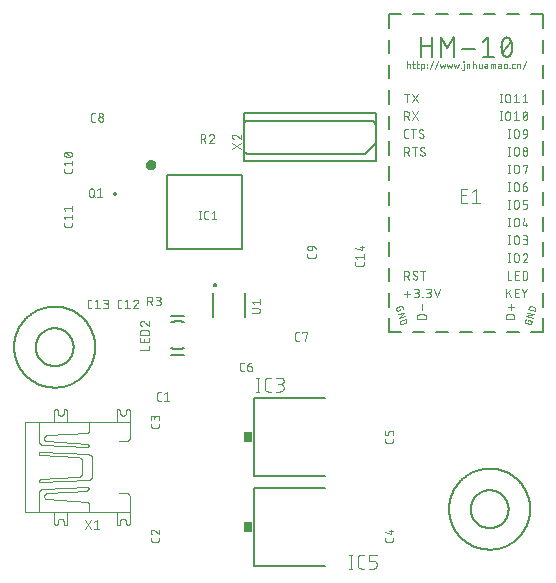
<source format=gbr>
G04 EAGLE Gerber RS-274X export*
G75*
%MOMM*%
%FSLAX34Y34*%
%LPD*%
%INSilkscreen Top*%
%IPPOS*%
%AMOC8*
5,1,8,0,0,1.08239X$1,22.5*%
G01*
%ADD10C,0.076200*%
%ADD11C,0.127000*%
%ADD12C,0.050800*%
%ADD13C,0.152400*%
%ADD14C,0.101600*%
%ADD15C,0.200000*%
%ADD16C,0.400000*%
%ADD17C,0.203200*%
%ADD18R,0.762000X0.863600*%
%ADD19C,0.350000*%


D10*
X178915Y272161D02*
X177278Y272161D01*
X177200Y272163D01*
X177122Y272168D01*
X177045Y272178D01*
X176968Y272191D01*
X176892Y272207D01*
X176817Y272227D01*
X176743Y272251D01*
X176670Y272278D01*
X176598Y272309D01*
X176528Y272343D01*
X176460Y272380D01*
X176393Y272421D01*
X176328Y272465D01*
X176266Y272511D01*
X176206Y272561D01*
X176148Y272613D01*
X176093Y272668D01*
X176041Y272726D01*
X175991Y272786D01*
X175945Y272848D01*
X175901Y272913D01*
X175860Y272980D01*
X175823Y273048D01*
X175789Y273118D01*
X175758Y273190D01*
X175731Y273263D01*
X175707Y273337D01*
X175687Y273412D01*
X175671Y273488D01*
X175658Y273565D01*
X175648Y273642D01*
X175643Y273720D01*
X175641Y273798D01*
X175641Y277890D01*
X175643Y277970D01*
X175649Y278050D01*
X175659Y278130D01*
X175672Y278209D01*
X175690Y278288D01*
X175711Y278365D01*
X175737Y278441D01*
X175766Y278516D01*
X175798Y278590D01*
X175834Y278662D01*
X175874Y278732D01*
X175917Y278799D01*
X175963Y278865D01*
X176013Y278928D01*
X176065Y278989D01*
X176120Y279048D01*
X176179Y279103D01*
X176239Y279155D01*
X176303Y279205D01*
X176369Y279251D01*
X176436Y279294D01*
X176506Y279334D01*
X176578Y279370D01*
X176652Y279402D01*
X176726Y279431D01*
X176803Y279457D01*
X176880Y279478D01*
X176959Y279496D01*
X177038Y279509D01*
X177118Y279519D01*
X177198Y279525D01*
X177278Y279527D01*
X178915Y279527D01*
X181760Y277890D02*
X183806Y279527D01*
X183806Y272161D01*
X181760Y272161D02*
X185852Y272161D01*
X103759Y466838D02*
X103759Y468475D01*
X103759Y466838D02*
X103757Y466760D01*
X103752Y466682D01*
X103742Y466605D01*
X103729Y466528D01*
X103713Y466452D01*
X103693Y466377D01*
X103669Y466303D01*
X103642Y466230D01*
X103611Y466158D01*
X103577Y466088D01*
X103540Y466020D01*
X103499Y465953D01*
X103455Y465888D01*
X103409Y465826D01*
X103359Y465766D01*
X103307Y465708D01*
X103252Y465653D01*
X103194Y465601D01*
X103134Y465551D01*
X103072Y465505D01*
X103007Y465461D01*
X102941Y465420D01*
X102872Y465383D01*
X102802Y465349D01*
X102730Y465318D01*
X102657Y465291D01*
X102583Y465267D01*
X102508Y465247D01*
X102432Y465231D01*
X102355Y465218D01*
X102278Y465208D01*
X102200Y465203D01*
X102122Y465201D01*
X98030Y465201D01*
X97950Y465203D01*
X97870Y465209D01*
X97790Y465219D01*
X97711Y465232D01*
X97632Y465250D01*
X97555Y465271D01*
X97479Y465297D01*
X97404Y465326D01*
X97330Y465358D01*
X97258Y465394D01*
X97188Y465434D01*
X97121Y465477D01*
X97055Y465523D01*
X96992Y465573D01*
X96931Y465625D01*
X96872Y465680D01*
X96817Y465739D01*
X96765Y465799D01*
X96715Y465863D01*
X96669Y465928D01*
X96626Y465996D01*
X96586Y466066D01*
X96550Y466138D01*
X96518Y466212D01*
X96489Y466286D01*
X96464Y466363D01*
X96442Y466440D01*
X96424Y466519D01*
X96411Y466598D01*
X96401Y466677D01*
X96395Y466758D01*
X96393Y466838D01*
X96393Y468475D01*
X98030Y471320D02*
X96393Y473366D01*
X103759Y473366D01*
X103759Y471320D02*
X103759Y475412D01*
X100076Y478636D02*
X99923Y478638D01*
X99770Y478644D01*
X99618Y478653D01*
X99465Y478667D01*
X99313Y478684D01*
X99162Y478705D01*
X99011Y478730D01*
X98861Y478759D01*
X98711Y478791D01*
X98563Y478828D01*
X98415Y478868D01*
X98268Y478911D01*
X98123Y478959D01*
X97979Y479010D01*
X97836Y479064D01*
X97694Y479123D01*
X97555Y479184D01*
X97416Y479250D01*
X97416Y479249D02*
X97346Y479275D01*
X97276Y479305D01*
X97209Y479338D01*
X97143Y479374D01*
X97079Y479413D01*
X97017Y479456D01*
X96958Y479502D01*
X96900Y479550D01*
X96846Y479601D01*
X96793Y479655D01*
X96744Y479712D01*
X96697Y479771D01*
X96654Y479832D01*
X96613Y479895D01*
X96576Y479960D01*
X96541Y480027D01*
X96511Y480096D01*
X96483Y480166D01*
X96460Y480237D01*
X96439Y480309D01*
X96423Y480382D01*
X96410Y480456D01*
X96400Y480531D01*
X96395Y480606D01*
X96393Y480681D01*
X96395Y480756D01*
X96400Y480831D01*
X96410Y480906D01*
X96423Y480980D01*
X96439Y481053D01*
X96460Y481125D01*
X96483Y481196D01*
X96511Y481266D01*
X96541Y481335D01*
X96576Y481402D01*
X96613Y481467D01*
X96654Y481530D01*
X96697Y481591D01*
X96744Y481650D01*
X96793Y481707D01*
X96846Y481761D01*
X96900Y481812D01*
X96958Y481861D01*
X97017Y481906D01*
X97079Y481949D01*
X97143Y481988D01*
X97209Y482025D01*
X97277Y482057D01*
X97346Y482087D01*
X97416Y482113D01*
X97554Y482178D01*
X97694Y482240D01*
X97836Y482298D01*
X97979Y482353D01*
X98123Y482404D01*
X98268Y482452D01*
X98415Y482495D01*
X98562Y482535D01*
X98711Y482572D01*
X98861Y482604D01*
X99011Y482633D01*
X99162Y482658D01*
X99313Y482679D01*
X99465Y482696D01*
X99618Y482710D01*
X99770Y482719D01*
X99923Y482725D01*
X100076Y482727D01*
X100076Y478636D02*
X100229Y478638D01*
X100382Y478644D01*
X100534Y478653D01*
X100687Y478667D01*
X100839Y478684D01*
X100990Y478705D01*
X101141Y478730D01*
X101291Y478759D01*
X101441Y478791D01*
X101589Y478828D01*
X101737Y478868D01*
X101884Y478911D01*
X102029Y478959D01*
X102173Y479010D01*
X102316Y479064D01*
X102458Y479123D01*
X102597Y479184D01*
X102736Y479250D01*
X102736Y479249D02*
X102807Y479275D01*
X102876Y479305D01*
X102943Y479338D01*
X103009Y479374D01*
X103073Y479413D01*
X103135Y479456D01*
X103194Y479502D01*
X103252Y479550D01*
X103306Y479601D01*
X103359Y479655D01*
X103408Y479712D01*
X103455Y479771D01*
X103498Y479832D01*
X103539Y479895D01*
X103576Y479960D01*
X103611Y480027D01*
X103641Y480096D01*
X103669Y480166D01*
X103692Y480237D01*
X103713Y480309D01*
X103729Y480382D01*
X103742Y480456D01*
X103752Y480531D01*
X103757Y480606D01*
X103759Y480681D01*
X102736Y482113D02*
X102598Y482178D01*
X102458Y482240D01*
X102316Y482298D01*
X102173Y482353D01*
X102029Y482404D01*
X101884Y482452D01*
X101737Y482495D01*
X101590Y482535D01*
X101441Y482572D01*
X101291Y482604D01*
X101141Y482633D01*
X100990Y482658D01*
X100839Y482679D01*
X100687Y482696D01*
X100534Y482710D01*
X100382Y482719D01*
X100229Y482725D01*
X100076Y482727D01*
X102736Y482113D02*
X102806Y482087D01*
X102876Y482057D01*
X102943Y482024D01*
X103009Y481988D01*
X103073Y481949D01*
X103135Y481906D01*
X103194Y481860D01*
X103252Y481812D01*
X103306Y481761D01*
X103359Y481707D01*
X103408Y481650D01*
X103455Y481591D01*
X103498Y481530D01*
X103539Y481467D01*
X103576Y481402D01*
X103611Y481335D01*
X103641Y481266D01*
X103669Y481196D01*
X103692Y481125D01*
X103713Y481053D01*
X103729Y480980D01*
X103742Y480906D01*
X103752Y480831D01*
X103757Y480756D01*
X103759Y480681D01*
X102122Y479045D02*
X98030Y482318D01*
X103759Y422755D02*
X103759Y421118D01*
X103757Y421040D01*
X103752Y420962D01*
X103742Y420885D01*
X103729Y420808D01*
X103713Y420732D01*
X103693Y420657D01*
X103669Y420583D01*
X103642Y420510D01*
X103611Y420438D01*
X103577Y420368D01*
X103540Y420300D01*
X103499Y420233D01*
X103455Y420168D01*
X103409Y420106D01*
X103359Y420046D01*
X103307Y419988D01*
X103252Y419933D01*
X103194Y419881D01*
X103134Y419831D01*
X103072Y419785D01*
X103007Y419741D01*
X102941Y419700D01*
X102872Y419663D01*
X102802Y419629D01*
X102730Y419598D01*
X102657Y419571D01*
X102583Y419547D01*
X102508Y419527D01*
X102432Y419511D01*
X102355Y419498D01*
X102278Y419488D01*
X102200Y419483D01*
X102122Y419481D01*
X98030Y419481D01*
X97950Y419483D01*
X97870Y419489D01*
X97790Y419499D01*
X97711Y419512D01*
X97632Y419530D01*
X97555Y419551D01*
X97479Y419577D01*
X97404Y419606D01*
X97330Y419638D01*
X97258Y419674D01*
X97188Y419714D01*
X97121Y419757D01*
X97055Y419803D01*
X96992Y419853D01*
X96931Y419905D01*
X96872Y419960D01*
X96817Y420019D01*
X96765Y420079D01*
X96715Y420143D01*
X96669Y420208D01*
X96626Y420276D01*
X96586Y420346D01*
X96550Y420418D01*
X96518Y420492D01*
X96489Y420566D01*
X96464Y420643D01*
X96442Y420720D01*
X96424Y420799D01*
X96411Y420878D01*
X96401Y420957D01*
X96395Y421038D01*
X96393Y421118D01*
X96393Y422755D01*
X98030Y425600D02*
X96393Y427646D01*
X103759Y427646D01*
X103759Y425600D02*
X103759Y429692D01*
X98030Y432915D02*
X96393Y434961D01*
X103759Y434961D01*
X103759Y432915D02*
X103759Y437008D01*
X143749Y350393D02*
X145386Y350393D01*
X143749Y350393D02*
X143671Y350395D01*
X143593Y350400D01*
X143516Y350410D01*
X143439Y350423D01*
X143363Y350439D01*
X143288Y350459D01*
X143214Y350483D01*
X143141Y350510D01*
X143069Y350541D01*
X142999Y350575D01*
X142931Y350612D01*
X142864Y350653D01*
X142799Y350697D01*
X142737Y350743D01*
X142677Y350793D01*
X142619Y350845D01*
X142564Y350900D01*
X142512Y350958D01*
X142462Y351018D01*
X142416Y351080D01*
X142372Y351145D01*
X142331Y351212D01*
X142294Y351280D01*
X142260Y351350D01*
X142229Y351422D01*
X142202Y351495D01*
X142178Y351569D01*
X142158Y351644D01*
X142142Y351720D01*
X142129Y351797D01*
X142119Y351874D01*
X142114Y351952D01*
X142112Y352030D01*
X142113Y352030D02*
X142113Y356122D01*
X142112Y356122D02*
X142114Y356202D01*
X142120Y356282D01*
X142130Y356362D01*
X142143Y356441D01*
X142161Y356520D01*
X142182Y356597D01*
X142208Y356673D01*
X142237Y356748D01*
X142269Y356822D01*
X142305Y356894D01*
X142345Y356964D01*
X142388Y357031D01*
X142434Y357097D01*
X142484Y357160D01*
X142536Y357221D01*
X142591Y357280D01*
X142650Y357335D01*
X142710Y357387D01*
X142774Y357437D01*
X142840Y357483D01*
X142907Y357526D01*
X142977Y357566D01*
X143049Y357602D01*
X143123Y357634D01*
X143197Y357663D01*
X143274Y357689D01*
X143351Y357710D01*
X143430Y357728D01*
X143509Y357741D01*
X143589Y357751D01*
X143669Y357757D01*
X143749Y357759D01*
X145386Y357759D01*
X148232Y356122D02*
X150278Y357759D01*
X150278Y350393D01*
X148232Y350393D02*
X152324Y350393D01*
X159640Y355918D02*
X159638Y356003D01*
X159632Y356088D01*
X159622Y356172D01*
X159609Y356256D01*
X159591Y356340D01*
X159570Y356422D01*
X159545Y356503D01*
X159516Y356583D01*
X159483Y356662D01*
X159447Y356739D01*
X159407Y356814D01*
X159364Y356888D01*
X159318Y356959D01*
X159268Y357028D01*
X159215Y357095D01*
X159159Y357159D01*
X159100Y357220D01*
X159039Y357279D01*
X158975Y357335D01*
X158908Y357388D01*
X158839Y357438D01*
X158768Y357484D01*
X158694Y357527D01*
X158619Y357567D01*
X158542Y357603D01*
X158463Y357636D01*
X158383Y357665D01*
X158302Y357690D01*
X158220Y357711D01*
X158136Y357729D01*
X158052Y357742D01*
X157968Y357752D01*
X157883Y357758D01*
X157798Y357760D01*
X157798Y357759D02*
X157702Y357757D01*
X157606Y357751D01*
X157511Y357741D01*
X157416Y357728D01*
X157321Y357710D01*
X157228Y357689D01*
X157135Y357664D01*
X157044Y357635D01*
X156953Y357603D01*
X156864Y357567D01*
X156777Y357527D01*
X156691Y357484D01*
X156607Y357438D01*
X156525Y357388D01*
X156445Y357334D01*
X156368Y357278D01*
X156293Y357218D01*
X156220Y357156D01*
X156150Y357090D01*
X156082Y357022D01*
X156017Y356951D01*
X155956Y356878D01*
X155897Y356802D01*
X155841Y356723D01*
X155789Y356643D01*
X155740Y356560D01*
X155694Y356476D01*
X155652Y356390D01*
X155614Y356302D01*
X155579Y356213D01*
X155547Y356122D01*
X159025Y354486D02*
X159085Y354545D01*
X159142Y354607D01*
X159197Y354671D01*
X159248Y354738D01*
X159297Y354807D01*
X159343Y354877D01*
X159386Y354950D01*
X159426Y355024D01*
X159462Y355100D01*
X159495Y355178D01*
X159525Y355257D01*
X159552Y355337D01*
X159575Y355418D01*
X159594Y355500D01*
X159610Y355582D01*
X159623Y355666D01*
X159632Y355750D01*
X159637Y355834D01*
X159639Y355918D01*
X159025Y354485D02*
X155547Y350393D01*
X159639Y350393D01*
X119986Y350393D02*
X118349Y350393D01*
X118271Y350395D01*
X118193Y350400D01*
X118116Y350410D01*
X118039Y350423D01*
X117963Y350439D01*
X117888Y350459D01*
X117814Y350483D01*
X117741Y350510D01*
X117669Y350541D01*
X117599Y350575D01*
X117531Y350612D01*
X117464Y350653D01*
X117399Y350697D01*
X117337Y350743D01*
X117277Y350793D01*
X117219Y350845D01*
X117164Y350900D01*
X117112Y350958D01*
X117062Y351018D01*
X117016Y351080D01*
X116972Y351145D01*
X116931Y351212D01*
X116894Y351280D01*
X116860Y351350D01*
X116829Y351422D01*
X116802Y351495D01*
X116778Y351569D01*
X116758Y351644D01*
X116742Y351720D01*
X116729Y351797D01*
X116719Y351874D01*
X116714Y351952D01*
X116712Y352030D01*
X116713Y352030D02*
X116713Y356122D01*
X116712Y356122D02*
X116714Y356202D01*
X116720Y356282D01*
X116730Y356362D01*
X116743Y356441D01*
X116761Y356520D01*
X116782Y356597D01*
X116808Y356673D01*
X116837Y356748D01*
X116869Y356822D01*
X116905Y356894D01*
X116945Y356964D01*
X116988Y357031D01*
X117034Y357097D01*
X117084Y357160D01*
X117136Y357221D01*
X117191Y357280D01*
X117250Y357335D01*
X117310Y357387D01*
X117374Y357437D01*
X117440Y357483D01*
X117507Y357526D01*
X117577Y357566D01*
X117649Y357602D01*
X117723Y357634D01*
X117797Y357663D01*
X117874Y357689D01*
X117951Y357710D01*
X118030Y357728D01*
X118109Y357741D01*
X118189Y357751D01*
X118269Y357757D01*
X118349Y357759D01*
X119986Y357759D01*
X122832Y356122D02*
X124878Y357759D01*
X124878Y350393D01*
X122832Y350393D02*
X126924Y350393D01*
X130147Y350393D02*
X132193Y350393D01*
X132282Y350395D01*
X132371Y350401D01*
X132460Y350411D01*
X132548Y350424D01*
X132636Y350441D01*
X132723Y350463D01*
X132808Y350488D01*
X132893Y350516D01*
X132976Y350549D01*
X133058Y350585D01*
X133138Y350624D01*
X133216Y350667D01*
X133292Y350713D01*
X133367Y350763D01*
X133439Y350816D01*
X133508Y350872D01*
X133575Y350931D01*
X133640Y350992D01*
X133701Y351057D01*
X133760Y351124D01*
X133816Y351193D01*
X133869Y351265D01*
X133919Y351340D01*
X133965Y351416D01*
X134008Y351494D01*
X134047Y351574D01*
X134083Y351656D01*
X134116Y351739D01*
X134144Y351824D01*
X134169Y351909D01*
X134191Y351996D01*
X134208Y352084D01*
X134221Y352172D01*
X134231Y352261D01*
X134237Y352350D01*
X134239Y352439D01*
X134237Y352528D01*
X134231Y352617D01*
X134221Y352706D01*
X134208Y352794D01*
X134191Y352882D01*
X134169Y352969D01*
X134144Y353054D01*
X134116Y353139D01*
X134083Y353222D01*
X134047Y353304D01*
X134008Y353384D01*
X133965Y353462D01*
X133919Y353538D01*
X133869Y353613D01*
X133816Y353685D01*
X133760Y353754D01*
X133701Y353821D01*
X133640Y353886D01*
X133575Y353947D01*
X133508Y354006D01*
X133439Y354062D01*
X133367Y354115D01*
X133292Y354165D01*
X133216Y354211D01*
X133138Y354254D01*
X133058Y354293D01*
X132976Y354329D01*
X132893Y354362D01*
X132808Y354390D01*
X132723Y354415D01*
X132636Y354437D01*
X132548Y354454D01*
X132460Y354467D01*
X132371Y354477D01*
X132282Y354483D01*
X132193Y354485D01*
X132602Y357759D02*
X130147Y357759D01*
X132602Y357759D02*
X132681Y357757D01*
X132760Y357751D01*
X132839Y357742D01*
X132917Y357729D01*
X132994Y357711D01*
X133070Y357691D01*
X133145Y357666D01*
X133219Y357638D01*
X133292Y357607D01*
X133363Y357571D01*
X133432Y357533D01*
X133499Y357491D01*
X133564Y357446D01*
X133627Y357398D01*
X133688Y357347D01*
X133745Y357293D01*
X133801Y357237D01*
X133853Y357178D01*
X133903Y357116D01*
X133949Y357052D01*
X133993Y356986D01*
X134033Y356918D01*
X134069Y356848D01*
X134103Y356776D01*
X134133Y356702D01*
X134159Y356628D01*
X134182Y356552D01*
X134200Y356475D01*
X134216Y356398D01*
X134227Y356319D01*
X134235Y356241D01*
X134239Y356162D01*
X134239Y356082D01*
X134235Y356003D01*
X134227Y355925D01*
X134216Y355846D01*
X134200Y355769D01*
X134182Y355692D01*
X134159Y355616D01*
X134133Y355542D01*
X134103Y355468D01*
X134069Y355396D01*
X134033Y355326D01*
X133993Y355258D01*
X133949Y355192D01*
X133903Y355128D01*
X133853Y355066D01*
X133801Y355007D01*
X133745Y354951D01*
X133688Y354897D01*
X133627Y354846D01*
X133564Y354798D01*
X133499Y354753D01*
X133432Y354711D01*
X133363Y354673D01*
X133292Y354637D01*
X133219Y354606D01*
X133145Y354578D01*
X133070Y354553D01*
X132994Y354533D01*
X132917Y354515D01*
X132839Y354502D01*
X132760Y354493D01*
X132681Y354487D01*
X132602Y354485D01*
X130965Y354485D01*
X350647Y387589D02*
X350647Y389226D01*
X350647Y387589D02*
X350645Y387511D01*
X350640Y387433D01*
X350630Y387356D01*
X350617Y387279D01*
X350601Y387203D01*
X350581Y387128D01*
X350557Y387054D01*
X350530Y386981D01*
X350499Y386909D01*
X350465Y386839D01*
X350428Y386771D01*
X350387Y386704D01*
X350343Y386639D01*
X350297Y386577D01*
X350247Y386517D01*
X350195Y386459D01*
X350140Y386404D01*
X350082Y386352D01*
X350022Y386302D01*
X349960Y386256D01*
X349895Y386212D01*
X349829Y386171D01*
X349760Y386134D01*
X349690Y386100D01*
X349618Y386069D01*
X349545Y386042D01*
X349471Y386018D01*
X349396Y385998D01*
X349320Y385982D01*
X349243Y385969D01*
X349166Y385959D01*
X349088Y385954D01*
X349010Y385952D01*
X349010Y385953D02*
X344918Y385953D01*
X344918Y385952D02*
X344838Y385954D01*
X344758Y385960D01*
X344678Y385970D01*
X344599Y385983D01*
X344520Y386001D01*
X344443Y386022D01*
X344367Y386048D01*
X344292Y386077D01*
X344218Y386109D01*
X344146Y386145D01*
X344076Y386185D01*
X344009Y386228D01*
X343943Y386274D01*
X343880Y386324D01*
X343819Y386376D01*
X343760Y386431D01*
X343705Y386490D01*
X343653Y386550D01*
X343603Y386614D01*
X343557Y386679D01*
X343514Y386747D01*
X343474Y386817D01*
X343438Y386889D01*
X343406Y386963D01*
X343377Y387037D01*
X343352Y387114D01*
X343330Y387191D01*
X343312Y387270D01*
X343299Y387349D01*
X343289Y387428D01*
X343283Y387509D01*
X343281Y387589D01*
X343281Y389226D01*
X344918Y392072D02*
X343281Y394118D01*
X350647Y394118D01*
X350647Y392072D02*
X350647Y396164D01*
X349010Y399387D02*
X343281Y401024D01*
X349010Y399387D02*
X349010Y403479D01*
X347373Y402251D02*
X350647Y402251D01*
X177419Y156055D02*
X177419Y154418D01*
X177417Y154340D01*
X177412Y154262D01*
X177402Y154185D01*
X177389Y154108D01*
X177373Y154032D01*
X177353Y153957D01*
X177329Y153883D01*
X177302Y153810D01*
X177271Y153738D01*
X177237Y153668D01*
X177200Y153600D01*
X177159Y153533D01*
X177115Y153468D01*
X177069Y153406D01*
X177019Y153346D01*
X176967Y153288D01*
X176912Y153233D01*
X176854Y153181D01*
X176794Y153131D01*
X176732Y153085D01*
X176667Y153041D01*
X176601Y153000D01*
X176532Y152963D01*
X176462Y152929D01*
X176390Y152898D01*
X176317Y152871D01*
X176243Y152847D01*
X176168Y152827D01*
X176092Y152811D01*
X176015Y152798D01*
X175938Y152788D01*
X175860Y152783D01*
X175782Y152781D01*
X171690Y152781D01*
X171610Y152783D01*
X171530Y152789D01*
X171450Y152799D01*
X171371Y152812D01*
X171292Y152830D01*
X171215Y152851D01*
X171139Y152877D01*
X171064Y152906D01*
X170990Y152938D01*
X170918Y152974D01*
X170848Y153014D01*
X170781Y153057D01*
X170715Y153103D01*
X170652Y153153D01*
X170591Y153205D01*
X170532Y153260D01*
X170477Y153319D01*
X170425Y153379D01*
X170375Y153443D01*
X170329Y153508D01*
X170286Y153576D01*
X170246Y153646D01*
X170210Y153718D01*
X170178Y153792D01*
X170149Y153866D01*
X170124Y153943D01*
X170102Y154020D01*
X170084Y154099D01*
X170071Y154178D01*
X170061Y154257D01*
X170055Y154338D01*
X170053Y154418D01*
X170053Y156055D01*
X170053Y161151D02*
X170055Y161236D01*
X170061Y161321D01*
X170071Y161405D01*
X170084Y161489D01*
X170102Y161573D01*
X170123Y161655D01*
X170148Y161736D01*
X170177Y161816D01*
X170210Y161895D01*
X170246Y161972D01*
X170286Y162047D01*
X170329Y162121D01*
X170375Y162192D01*
X170425Y162261D01*
X170478Y162328D01*
X170534Y162392D01*
X170593Y162453D01*
X170654Y162512D01*
X170718Y162568D01*
X170785Y162621D01*
X170854Y162671D01*
X170925Y162717D01*
X170999Y162760D01*
X171074Y162800D01*
X171151Y162836D01*
X171230Y162869D01*
X171310Y162898D01*
X171391Y162923D01*
X171473Y162944D01*
X171557Y162962D01*
X171641Y162975D01*
X171725Y162985D01*
X171810Y162991D01*
X171895Y162993D01*
X170053Y161151D02*
X170055Y161055D01*
X170061Y160959D01*
X170071Y160864D01*
X170084Y160769D01*
X170102Y160674D01*
X170123Y160581D01*
X170148Y160488D01*
X170177Y160397D01*
X170209Y160306D01*
X170245Y160217D01*
X170285Y160130D01*
X170328Y160044D01*
X170374Y159960D01*
X170424Y159878D01*
X170478Y159798D01*
X170534Y159721D01*
X170594Y159646D01*
X170656Y159573D01*
X170722Y159503D01*
X170790Y159435D01*
X170861Y159370D01*
X170934Y159309D01*
X171010Y159250D01*
X171089Y159194D01*
X171169Y159142D01*
X171252Y159093D01*
X171336Y159047D01*
X171422Y159005D01*
X171510Y158967D01*
X171599Y158932D01*
X171690Y158900D01*
X173327Y162378D02*
X173268Y162438D01*
X173206Y162495D01*
X173142Y162550D01*
X173075Y162601D01*
X173006Y162650D01*
X172936Y162696D01*
X172863Y162739D01*
X172789Y162779D01*
X172713Y162815D01*
X172635Y162848D01*
X172556Y162878D01*
X172476Y162905D01*
X172395Y162928D01*
X172313Y162947D01*
X172231Y162963D01*
X172147Y162976D01*
X172063Y162985D01*
X171979Y162990D01*
X171895Y162992D01*
X173327Y162378D02*
X177419Y158900D01*
X177419Y162992D01*
X177419Y250938D02*
X177419Y252575D01*
X177419Y250938D02*
X177417Y250860D01*
X177412Y250782D01*
X177402Y250705D01*
X177389Y250628D01*
X177373Y250552D01*
X177353Y250477D01*
X177329Y250403D01*
X177302Y250330D01*
X177271Y250258D01*
X177237Y250188D01*
X177200Y250120D01*
X177159Y250053D01*
X177115Y249988D01*
X177069Y249926D01*
X177019Y249866D01*
X176967Y249808D01*
X176912Y249753D01*
X176854Y249701D01*
X176794Y249651D01*
X176732Y249605D01*
X176667Y249561D01*
X176601Y249520D01*
X176532Y249483D01*
X176462Y249449D01*
X176390Y249418D01*
X176317Y249391D01*
X176243Y249367D01*
X176168Y249347D01*
X176092Y249331D01*
X176015Y249318D01*
X175938Y249308D01*
X175860Y249303D01*
X175782Y249301D01*
X171690Y249301D01*
X171610Y249303D01*
X171530Y249309D01*
X171450Y249319D01*
X171371Y249332D01*
X171292Y249350D01*
X171215Y249371D01*
X171139Y249397D01*
X171064Y249426D01*
X170990Y249458D01*
X170918Y249494D01*
X170848Y249534D01*
X170781Y249577D01*
X170715Y249623D01*
X170652Y249673D01*
X170591Y249725D01*
X170532Y249780D01*
X170477Y249839D01*
X170425Y249899D01*
X170375Y249963D01*
X170329Y250028D01*
X170286Y250096D01*
X170246Y250166D01*
X170210Y250238D01*
X170178Y250312D01*
X170149Y250386D01*
X170124Y250463D01*
X170102Y250540D01*
X170084Y250619D01*
X170071Y250698D01*
X170061Y250777D01*
X170055Y250858D01*
X170053Y250938D01*
X170053Y252575D01*
X177419Y255420D02*
X177419Y257466D01*
X177417Y257555D01*
X177411Y257644D01*
X177401Y257733D01*
X177388Y257821D01*
X177371Y257909D01*
X177349Y257996D01*
X177324Y258081D01*
X177296Y258166D01*
X177263Y258249D01*
X177227Y258331D01*
X177188Y258411D01*
X177145Y258489D01*
X177099Y258565D01*
X177049Y258640D01*
X176996Y258712D01*
X176940Y258781D01*
X176881Y258848D01*
X176820Y258913D01*
X176755Y258974D01*
X176688Y259033D01*
X176619Y259089D01*
X176547Y259142D01*
X176472Y259192D01*
X176396Y259238D01*
X176318Y259281D01*
X176238Y259320D01*
X176156Y259356D01*
X176073Y259389D01*
X175988Y259417D01*
X175903Y259442D01*
X175816Y259464D01*
X175728Y259481D01*
X175640Y259494D01*
X175551Y259504D01*
X175462Y259510D01*
X175373Y259512D01*
X175284Y259510D01*
X175195Y259504D01*
X175106Y259494D01*
X175018Y259481D01*
X174930Y259464D01*
X174843Y259442D01*
X174758Y259417D01*
X174673Y259389D01*
X174590Y259356D01*
X174508Y259320D01*
X174428Y259281D01*
X174350Y259238D01*
X174274Y259192D01*
X174199Y259142D01*
X174127Y259089D01*
X174058Y259033D01*
X173991Y258974D01*
X173926Y258913D01*
X173865Y258848D01*
X173806Y258781D01*
X173750Y258712D01*
X173697Y258640D01*
X173647Y258565D01*
X173601Y258489D01*
X173558Y258411D01*
X173519Y258331D01*
X173483Y258249D01*
X173450Y258166D01*
X173422Y258081D01*
X173397Y257996D01*
X173375Y257909D01*
X173358Y257821D01*
X173345Y257733D01*
X173335Y257644D01*
X173329Y257555D01*
X173327Y257466D01*
X170053Y257875D02*
X170053Y255420D01*
X170053Y257875D02*
X170055Y257954D01*
X170061Y258033D01*
X170070Y258112D01*
X170083Y258190D01*
X170101Y258267D01*
X170121Y258343D01*
X170146Y258418D01*
X170174Y258492D01*
X170205Y258565D01*
X170241Y258636D01*
X170279Y258705D01*
X170321Y258772D01*
X170366Y258837D01*
X170414Y258900D01*
X170465Y258961D01*
X170519Y259018D01*
X170575Y259074D01*
X170634Y259126D01*
X170696Y259176D01*
X170760Y259222D01*
X170826Y259266D01*
X170894Y259306D01*
X170964Y259342D01*
X171036Y259376D01*
X171110Y259406D01*
X171184Y259432D01*
X171260Y259455D01*
X171337Y259473D01*
X171414Y259489D01*
X171493Y259500D01*
X171571Y259508D01*
X171650Y259512D01*
X171730Y259512D01*
X171809Y259508D01*
X171887Y259500D01*
X171966Y259489D01*
X172043Y259473D01*
X172120Y259455D01*
X172196Y259432D01*
X172270Y259406D01*
X172344Y259376D01*
X172416Y259342D01*
X172486Y259306D01*
X172554Y259266D01*
X172620Y259222D01*
X172684Y259176D01*
X172746Y259126D01*
X172805Y259074D01*
X172861Y259018D01*
X172915Y258961D01*
X172966Y258900D01*
X173014Y258837D01*
X173059Y258772D01*
X173101Y258705D01*
X173139Y258636D01*
X173175Y258565D01*
X173206Y258492D01*
X173234Y258418D01*
X173259Y258343D01*
X173279Y258267D01*
X173297Y258190D01*
X173310Y258112D01*
X173319Y258033D01*
X173325Y257954D01*
X173327Y257875D01*
X173327Y256239D01*
X375539Y156055D02*
X375539Y154418D01*
X375537Y154340D01*
X375532Y154262D01*
X375522Y154185D01*
X375509Y154108D01*
X375493Y154032D01*
X375473Y153957D01*
X375449Y153883D01*
X375422Y153810D01*
X375391Y153738D01*
X375357Y153668D01*
X375320Y153600D01*
X375279Y153533D01*
X375235Y153468D01*
X375189Y153406D01*
X375139Y153346D01*
X375087Y153288D01*
X375032Y153233D01*
X374974Y153181D01*
X374914Y153131D01*
X374852Y153085D01*
X374787Y153041D01*
X374721Y153000D01*
X374652Y152963D01*
X374582Y152929D01*
X374510Y152898D01*
X374437Y152871D01*
X374363Y152847D01*
X374288Y152827D01*
X374212Y152811D01*
X374135Y152798D01*
X374058Y152788D01*
X373980Y152783D01*
X373902Y152781D01*
X369810Y152781D01*
X369730Y152783D01*
X369650Y152789D01*
X369570Y152799D01*
X369491Y152812D01*
X369412Y152830D01*
X369335Y152851D01*
X369259Y152877D01*
X369184Y152906D01*
X369110Y152938D01*
X369038Y152974D01*
X368968Y153014D01*
X368901Y153057D01*
X368835Y153103D01*
X368772Y153153D01*
X368711Y153205D01*
X368652Y153260D01*
X368597Y153319D01*
X368545Y153379D01*
X368495Y153443D01*
X368449Y153508D01*
X368406Y153576D01*
X368366Y153646D01*
X368330Y153718D01*
X368298Y153792D01*
X368269Y153866D01*
X368244Y153943D01*
X368222Y154020D01*
X368204Y154099D01*
X368191Y154178D01*
X368181Y154257D01*
X368175Y154338D01*
X368173Y154418D01*
X368173Y156055D01*
X368173Y160537D02*
X373902Y158900D01*
X373902Y162992D01*
X372265Y161765D02*
X375539Y161765D01*
X375539Y238238D02*
X375539Y239875D01*
X375539Y238238D02*
X375537Y238160D01*
X375532Y238082D01*
X375522Y238005D01*
X375509Y237928D01*
X375493Y237852D01*
X375473Y237777D01*
X375449Y237703D01*
X375422Y237630D01*
X375391Y237558D01*
X375357Y237488D01*
X375320Y237420D01*
X375279Y237353D01*
X375235Y237288D01*
X375189Y237226D01*
X375139Y237166D01*
X375087Y237108D01*
X375032Y237053D01*
X374974Y237001D01*
X374914Y236951D01*
X374852Y236905D01*
X374787Y236861D01*
X374721Y236820D01*
X374652Y236783D01*
X374582Y236749D01*
X374510Y236718D01*
X374437Y236691D01*
X374363Y236667D01*
X374288Y236647D01*
X374212Y236631D01*
X374135Y236618D01*
X374058Y236608D01*
X373980Y236603D01*
X373902Y236601D01*
X369810Y236601D01*
X369730Y236603D01*
X369650Y236609D01*
X369570Y236619D01*
X369491Y236632D01*
X369412Y236650D01*
X369335Y236671D01*
X369259Y236697D01*
X369184Y236726D01*
X369110Y236758D01*
X369038Y236794D01*
X368968Y236834D01*
X368901Y236877D01*
X368835Y236923D01*
X368772Y236973D01*
X368711Y237025D01*
X368652Y237080D01*
X368597Y237139D01*
X368545Y237199D01*
X368495Y237263D01*
X368449Y237328D01*
X368406Y237396D01*
X368366Y237466D01*
X368330Y237538D01*
X368298Y237612D01*
X368269Y237686D01*
X368244Y237763D01*
X368222Y237840D01*
X368204Y237919D01*
X368191Y237998D01*
X368181Y238077D01*
X368175Y238158D01*
X368173Y238238D01*
X368173Y239875D01*
X375539Y242720D02*
X375539Y245175D01*
X375537Y245253D01*
X375532Y245331D01*
X375522Y245408D01*
X375509Y245485D01*
X375493Y245561D01*
X375473Y245636D01*
X375449Y245710D01*
X375422Y245783D01*
X375391Y245855D01*
X375357Y245925D01*
X375320Y245994D01*
X375279Y246060D01*
X375235Y246125D01*
X375189Y246187D01*
X375139Y246247D01*
X375087Y246305D01*
X375032Y246360D01*
X374974Y246412D01*
X374914Y246462D01*
X374852Y246508D01*
X374787Y246552D01*
X374721Y246593D01*
X374652Y246630D01*
X374582Y246664D01*
X374510Y246695D01*
X374437Y246722D01*
X374363Y246746D01*
X374288Y246766D01*
X374212Y246782D01*
X374135Y246795D01*
X374058Y246805D01*
X373980Y246810D01*
X373902Y246812D01*
X373084Y246812D01*
X373004Y246810D01*
X372924Y246804D01*
X372844Y246794D01*
X372765Y246781D01*
X372686Y246763D01*
X372609Y246742D01*
X372533Y246716D01*
X372458Y246687D01*
X372384Y246655D01*
X372312Y246619D01*
X372242Y246579D01*
X372175Y246536D01*
X372109Y246490D01*
X372046Y246440D01*
X371985Y246388D01*
X371926Y246333D01*
X371871Y246274D01*
X371819Y246214D01*
X371769Y246150D01*
X371723Y246084D01*
X371680Y246017D01*
X371640Y245947D01*
X371604Y245875D01*
X371572Y245801D01*
X371543Y245727D01*
X371517Y245650D01*
X371496Y245573D01*
X371478Y245494D01*
X371465Y245415D01*
X371455Y245335D01*
X371449Y245255D01*
X371447Y245175D01*
X371447Y242720D01*
X368173Y242720D01*
X368173Y246812D01*
X249221Y297053D02*
X247585Y297053D01*
X247507Y297055D01*
X247429Y297060D01*
X247352Y297070D01*
X247275Y297083D01*
X247199Y297099D01*
X247124Y297119D01*
X247050Y297143D01*
X246977Y297170D01*
X246905Y297201D01*
X246835Y297235D01*
X246767Y297272D01*
X246700Y297313D01*
X246635Y297357D01*
X246573Y297403D01*
X246513Y297453D01*
X246455Y297505D01*
X246400Y297560D01*
X246348Y297618D01*
X246298Y297678D01*
X246252Y297740D01*
X246208Y297805D01*
X246167Y297872D01*
X246130Y297940D01*
X246096Y298010D01*
X246065Y298082D01*
X246038Y298155D01*
X246014Y298229D01*
X245994Y298304D01*
X245978Y298380D01*
X245965Y298457D01*
X245955Y298534D01*
X245950Y298612D01*
X245948Y298690D01*
X245948Y302782D01*
X245950Y302862D01*
X245956Y302942D01*
X245966Y303022D01*
X245979Y303101D01*
X245997Y303180D01*
X246018Y303257D01*
X246044Y303333D01*
X246073Y303408D01*
X246105Y303482D01*
X246141Y303554D01*
X246181Y303624D01*
X246224Y303691D01*
X246270Y303757D01*
X246320Y303820D01*
X246372Y303881D01*
X246427Y303940D01*
X246486Y303995D01*
X246546Y304047D01*
X246610Y304097D01*
X246676Y304143D01*
X246743Y304186D01*
X246813Y304226D01*
X246885Y304262D01*
X246959Y304294D01*
X247033Y304323D01*
X247110Y304349D01*
X247187Y304370D01*
X247266Y304388D01*
X247345Y304401D01*
X247425Y304411D01*
X247505Y304417D01*
X247585Y304419D01*
X249221Y304419D01*
X252067Y301145D02*
X254522Y301145D01*
X254600Y301143D01*
X254678Y301138D01*
X254755Y301128D01*
X254832Y301115D01*
X254908Y301099D01*
X254983Y301079D01*
X255057Y301055D01*
X255130Y301028D01*
X255202Y300997D01*
X255272Y300963D01*
X255341Y300926D01*
X255407Y300885D01*
X255472Y300841D01*
X255534Y300795D01*
X255594Y300745D01*
X255652Y300693D01*
X255707Y300638D01*
X255759Y300580D01*
X255809Y300520D01*
X255855Y300458D01*
X255899Y300393D01*
X255940Y300327D01*
X255977Y300258D01*
X256011Y300188D01*
X256042Y300116D01*
X256069Y300043D01*
X256093Y299969D01*
X256113Y299894D01*
X256129Y299818D01*
X256142Y299741D01*
X256152Y299664D01*
X256157Y299586D01*
X256159Y299508D01*
X256159Y299099D01*
X256157Y299010D01*
X256151Y298921D01*
X256141Y298832D01*
X256128Y298744D01*
X256111Y298656D01*
X256089Y298569D01*
X256064Y298484D01*
X256036Y298399D01*
X256003Y298316D01*
X255967Y298234D01*
X255928Y298154D01*
X255885Y298076D01*
X255839Y298000D01*
X255789Y297925D01*
X255736Y297853D01*
X255680Y297784D01*
X255621Y297717D01*
X255560Y297652D01*
X255495Y297591D01*
X255428Y297532D01*
X255359Y297476D01*
X255287Y297423D01*
X255212Y297373D01*
X255136Y297327D01*
X255058Y297284D01*
X254978Y297245D01*
X254896Y297209D01*
X254813Y297176D01*
X254728Y297148D01*
X254643Y297123D01*
X254556Y297101D01*
X254468Y297084D01*
X254380Y297071D01*
X254291Y297061D01*
X254202Y297055D01*
X254113Y297053D01*
X254024Y297055D01*
X253935Y297061D01*
X253846Y297071D01*
X253758Y297084D01*
X253670Y297101D01*
X253583Y297123D01*
X253498Y297148D01*
X253413Y297176D01*
X253330Y297209D01*
X253248Y297245D01*
X253168Y297284D01*
X253090Y297327D01*
X253014Y297373D01*
X252939Y297423D01*
X252867Y297476D01*
X252798Y297532D01*
X252731Y297591D01*
X252666Y297652D01*
X252605Y297717D01*
X252546Y297784D01*
X252490Y297853D01*
X252437Y297925D01*
X252387Y298000D01*
X252341Y298076D01*
X252298Y298154D01*
X252259Y298234D01*
X252223Y298316D01*
X252190Y298399D01*
X252162Y298484D01*
X252137Y298569D01*
X252115Y298656D01*
X252098Y298744D01*
X252085Y298832D01*
X252075Y298921D01*
X252069Y299010D01*
X252067Y299099D01*
X252067Y301145D01*
X252069Y301259D01*
X252075Y301373D01*
X252085Y301487D01*
X252099Y301601D01*
X252117Y301714D01*
X252139Y301826D01*
X252164Y301937D01*
X252194Y302047D01*
X252227Y302157D01*
X252264Y302265D01*
X252305Y302371D01*
X252350Y302477D01*
X252398Y302580D01*
X252450Y302682D01*
X252506Y302782D01*
X252564Y302880D01*
X252627Y302976D01*
X252692Y303069D01*
X252761Y303161D01*
X252833Y303249D01*
X252908Y303336D01*
X252986Y303419D01*
X253067Y303500D01*
X253150Y303578D01*
X253237Y303653D01*
X253325Y303725D01*
X253417Y303794D01*
X253510Y303859D01*
X253606Y303921D01*
X253704Y303980D01*
X253804Y304036D01*
X253906Y304088D01*
X254009Y304136D01*
X254115Y304181D01*
X254221Y304222D01*
X254329Y304259D01*
X254439Y304292D01*
X254549Y304322D01*
X254660Y304347D01*
X254772Y304369D01*
X254885Y304387D01*
X254999Y304401D01*
X255113Y304411D01*
X255227Y304417D01*
X255341Y304419D01*
X294118Y322961D02*
X295755Y322961D01*
X294118Y322961D02*
X294040Y322963D01*
X293962Y322968D01*
X293885Y322978D01*
X293808Y322991D01*
X293732Y323007D01*
X293657Y323027D01*
X293583Y323051D01*
X293510Y323078D01*
X293438Y323109D01*
X293368Y323143D01*
X293300Y323180D01*
X293233Y323221D01*
X293168Y323265D01*
X293106Y323311D01*
X293046Y323361D01*
X292988Y323413D01*
X292933Y323468D01*
X292881Y323526D01*
X292831Y323586D01*
X292785Y323648D01*
X292741Y323713D01*
X292700Y323780D01*
X292663Y323848D01*
X292629Y323918D01*
X292598Y323990D01*
X292571Y324063D01*
X292547Y324137D01*
X292527Y324212D01*
X292511Y324288D01*
X292498Y324365D01*
X292488Y324442D01*
X292483Y324520D01*
X292481Y324598D01*
X292481Y328690D01*
X292483Y328770D01*
X292489Y328850D01*
X292499Y328930D01*
X292512Y329009D01*
X292530Y329088D01*
X292551Y329165D01*
X292577Y329241D01*
X292606Y329316D01*
X292638Y329390D01*
X292674Y329462D01*
X292714Y329532D01*
X292757Y329599D01*
X292803Y329665D01*
X292853Y329728D01*
X292905Y329789D01*
X292960Y329848D01*
X293019Y329903D01*
X293079Y329955D01*
X293143Y330005D01*
X293209Y330051D01*
X293276Y330094D01*
X293346Y330134D01*
X293418Y330170D01*
X293492Y330202D01*
X293566Y330231D01*
X293643Y330257D01*
X293720Y330278D01*
X293799Y330296D01*
X293878Y330309D01*
X293958Y330319D01*
X294038Y330325D01*
X294118Y330327D01*
X295755Y330327D01*
X298600Y330327D02*
X298600Y329509D01*
X298600Y330327D02*
X302692Y330327D01*
X300646Y322961D01*
X123035Y508381D02*
X121398Y508381D01*
X121320Y508383D01*
X121242Y508388D01*
X121165Y508398D01*
X121088Y508411D01*
X121012Y508427D01*
X120937Y508447D01*
X120863Y508471D01*
X120790Y508498D01*
X120718Y508529D01*
X120648Y508563D01*
X120580Y508600D01*
X120513Y508641D01*
X120448Y508685D01*
X120386Y508731D01*
X120326Y508781D01*
X120268Y508833D01*
X120213Y508888D01*
X120161Y508946D01*
X120111Y509006D01*
X120065Y509068D01*
X120021Y509133D01*
X119980Y509200D01*
X119943Y509268D01*
X119909Y509338D01*
X119878Y509410D01*
X119851Y509483D01*
X119827Y509557D01*
X119807Y509632D01*
X119791Y509708D01*
X119778Y509785D01*
X119768Y509862D01*
X119763Y509940D01*
X119761Y510018D01*
X119761Y514110D01*
X119763Y514190D01*
X119769Y514270D01*
X119779Y514350D01*
X119792Y514429D01*
X119810Y514508D01*
X119831Y514585D01*
X119857Y514661D01*
X119886Y514736D01*
X119918Y514810D01*
X119954Y514882D01*
X119994Y514952D01*
X120037Y515019D01*
X120083Y515085D01*
X120133Y515148D01*
X120185Y515209D01*
X120240Y515268D01*
X120299Y515323D01*
X120359Y515375D01*
X120423Y515425D01*
X120489Y515471D01*
X120556Y515514D01*
X120626Y515554D01*
X120698Y515590D01*
X120772Y515622D01*
X120846Y515651D01*
X120923Y515677D01*
X121000Y515698D01*
X121079Y515716D01*
X121158Y515729D01*
X121238Y515739D01*
X121318Y515745D01*
X121398Y515747D01*
X123035Y515747D01*
X125880Y510427D02*
X125882Y510516D01*
X125888Y510605D01*
X125898Y510694D01*
X125911Y510782D01*
X125928Y510870D01*
X125950Y510957D01*
X125975Y511042D01*
X126003Y511127D01*
X126036Y511210D01*
X126072Y511292D01*
X126111Y511372D01*
X126154Y511450D01*
X126200Y511526D01*
X126250Y511601D01*
X126303Y511673D01*
X126359Y511742D01*
X126418Y511809D01*
X126479Y511874D01*
X126544Y511935D01*
X126611Y511994D01*
X126680Y512050D01*
X126752Y512103D01*
X126827Y512153D01*
X126903Y512199D01*
X126981Y512242D01*
X127061Y512281D01*
X127143Y512317D01*
X127226Y512350D01*
X127311Y512378D01*
X127396Y512403D01*
X127483Y512425D01*
X127571Y512442D01*
X127659Y512455D01*
X127748Y512465D01*
X127837Y512471D01*
X127926Y512473D01*
X128015Y512471D01*
X128104Y512465D01*
X128193Y512455D01*
X128281Y512442D01*
X128369Y512425D01*
X128456Y512403D01*
X128541Y512378D01*
X128626Y512350D01*
X128709Y512317D01*
X128791Y512281D01*
X128871Y512242D01*
X128949Y512199D01*
X129025Y512153D01*
X129100Y512103D01*
X129172Y512050D01*
X129241Y511994D01*
X129308Y511935D01*
X129373Y511874D01*
X129434Y511809D01*
X129493Y511742D01*
X129549Y511673D01*
X129602Y511601D01*
X129652Y511526D01*
X129698Y511450D01*
X129741Y511372D01*
X129780Y511292D01*
X129816Y511210D01*
X129849Y511127D01*
X129877Y511042D01*
X129902Y510957D01*
X129924Y510870D01*
X129941Y510782D01*
X129954Y510694D01*
X129964Y510605D01*
X129970Y510516D01*
X129972Y510427D01*
X129970Y510338D01*
X129964Y510249D01*
X129954Y510160D01*
X129941Y510072D01*
X129924Y509984D01*
X129902Y509897D01*
X129877Y509812D01*
X129849Y509727D01*
X129816Y509644D01*
X129780Y509562D01*
X129741Y509482D01*
X129698Y509404D01*
X129652Y509328D01*
X129602Y509253D01*
X129549Y509181D01*
X129493Y509112D01*
X129434Y509045D01*
X129373Y508980D01*
X129308Y508919D01*
X129241Y508860D01*
X129172Y508804D01*
X129100Y508751D01*
X129025Y508701D01*
X128949Y508655D01*
X128871Y508612D01*
X128791Y508573D01*
X128709Y508537D01*
X128626Y508504D01*
X128541Y508476D01*
X128456Y508451D01*
X128369Y508429D01*
X128281Y508412D01*
X128193Y508399D01*
X128104Y508389D01*
X128015Y508383D01*
X127926Y508381D01*
X127837Y508383D01*
X127748Y508389D01*
X127659Y508399D01*
X127571Y508412D01*
X127483Y508429D01*
X127396Y508451D01*
X127311Y508476D01*
X127226Y508504D01*
X127143Y508537D01*
X127061Y508573D01*
X126981Y508612D01*
X126903Y508655D01*
X126827Y508701D01*
X126752Y508751D01*
X126680Y508804D01*
X126611Y508860D01*
X126544Y508919D01*
X126479Y508980D01*
X126418Y509045D01*
X126359Y509112D01*
X126303Y509181D01*
X126250Y509253D01*
X126200Y509328D01*
X126154Y509404D01*
X126111Y509482D01*
X126072Y509562D01*
X126036Y509644D01*
X126003Y509727D01*
X125975Y509812D01*
X125950Y509897D01*
X125928Y509984D01*
X125911Y510072D01*
X125898Y510160D01*
X125888Y510249D01*
X125882Y510338D01*
X125880Y510427D01*
X126289Y514110D02*
X126291Y514189D01*
X126297Y514268D01*
X126306Y514347D01*
X126319Y514425D01*
X126337Y514502D01*
X126357Y514578D01*
X126382Y514653D01*
X126410Y514727D01*
X126441Y514800D01*
X126477Y514871D01*
X126515Y514940D01*
X126557Y515007D01*
X126602Y515072D01*
X126650Y515135D01*
X126701Y515196D01*
X126755Y515253D01*
X126811Y515309D01*
X126870Y515361D01*
X126932Y515411D01*
X126996Y515457D01*
X127062Y515501D01*
X127130Y515541D01*
X127200Y515577D01*
X127272Y515611D01*
X127346Y515641D01*
X127420Y515667D01*
X127496Y515690D01*
X127573Y515708D01*
X127650Y515724D01*
X127729Y515735D01*
X127807Y515743D01*
X127886Y515747D01*
X127966Y515747D01*
X128045Y515743D01*
X128123Y515735D01*
X128202Y515724D01*
X128279Y515708D01*
X128356Y515690D01*
X128432Y515667D01*
X128506Y515641D01*
X128580Y515611D01*
X128652Y515577D01*
X128722Y515541D01*
X128790Y515501D01*
X128856Y515457D01*
X128920Y515411D01*
X128982Y515361D01*
X129041Y515309D01*
X129097Y515253D01*
X129151Y515196D01*
X129202Y515135D01*
X129250Y515072D01*
X129295Y515007D01*
X129337Y514940D01*
X129375Y514871D01*
X129411Y514800D01*
X129442Y514727D01*
X129470Y514653D01*
X129495Y514578D01*
X129515Y514502D01*
X129533Y514425D01*
X129546Y514347D01*
X129555Y514268D01*
X129561Y514189D01*
X129563Y514110D01*
X129561Y514031D01*
X129555Y513952D01*
X129546Y513873D01*
X129533Y513795D01*
X129515Y513718D01*
X129495Y513642D01*
X129470Y513567D01*
X129442Y513493D01*
X129411Y513420D01*
X129375Y513349D01*
X129337Y513280D01*
X129295Y513213D01*
X129250Y513148D01*
X129202Y513085D01*
X129151Y513024D01*
X129097Y512967D01*
X129041Y512911D01*
X128982Y512859D01*
X128920Y512809D01*
X128856Y512763D01*
X128790Y512719D01*
X128722Y512679D01*
X128652Y512643D01*
X128580Y512609D01*
X128506Y512579D01*
X128432Y512553D01*
X128356Y512530D01*
X128279Y512512D01*
X128202Y512496D01*
X128123Y512485D01*
X128045Y512477D01*
X127966Y512473D01*
X127886Y512473D01*
X127807Y512477D01*
X127729Y512485D01*
X127650Y512496D01*
X127573Y512512D01*
X127496Y512530D01*
X127420Y512553D01*
X127346Y512579D01*
X127272Y512609D01*
X127200Y512643D01*
X127130Y512679D01*
X127062Y512719D01*
X126996Y512763D01*
X126932Y512809D01*
X126870Y512859D01*
X126811Y512911D01*
X126755Y512967D01*
X126701Y513024D01*
X126650Y513085D01*
X126602Y513148D01*
X126557Y513213D01*
X126515Y513280D01*
X126477Y513349D01*
X126441Y513420D01*
X126410Y513493D01*
X126382Y513567D01*
X126357Y513642D01*
X126337Y513718D01*
X126319Y513795D01*
X126306Y513873D01*
X126297Y513952D01*
X126291Y514031D01*
X126289Y514110D01*
X310007Y396541D02*
X310007Y394905D01*
X310005Y394827D01*
X310000Y394749D01*
X309990Y394672D01*
X309977Y394595D01*
X309961Y394519D01*
X309941Y394444D01*
X309917Y394370D01*
X309890Y394297D01*
X309859Y394225D01*
X309825Y394155D01*
X309788Y394087D01*
X309747Y394020D01*
X309703Y393955D01*
X309657Y393893D01*
X309607Y393833D01*
X309555Y393775D01*
X309500Y393720D01*
X309442Y393668D01*
X309382Y393618D01*
X309320Y393572D01*
X309255Y393528D01*
X309189Y393487D01*
X309120Y393450D01*
X309050Y393416D01*
X308978Y393385D01*
X308905Y393358D01*
X308831Y393334D01*
X308756Y393314D01*
X308680Y393298D01*
X308603Y393285D01*
X308526Y393275D01*
X308448Y393270D01*
X308370Y393268D01*
X304278Y393268D01*
X304198Y393270D01*
X304118Y393276D01*
X304038Y393286D01*
X303959Y393299D01*
X303880Y393317D01*
X303803Y393338D01*
X303727Y393364D01*
X303652Y393393D01*
X303578Y393425D01*
X303506Y393461D01*
X303436Y393501D01*
X303369Y393544D01*
X303303Y393590D01*
X303240Y393640D01*
X303179Y393692D01*
X303120Y393747D01*
X303065Y393806D01*
X303013Y393866D01*
X302963Y393930D01*
X302917Y393995D01*
X302874Y394063D01*
X302834Y394133D01*
X302798Y394205D01*
X302766Y394279D01*
X302737Y394353D01*
X302712Y394430D01*
X302690Y394507D01*
X302672Y394586D01*
X302659Y394665D01*
X302649Y394744D01*
X302643Y394825D01*
X302641Y394905D01*
X302641Y396541D01*
X306733Y401024D02*
X306733Y403479D01*
X306733Y401024D02*
X306731Y400946D01*
X306726Y400868D01*
X306716Y400791D01*
X306703Y400714D01*
X306687Y400638D01*
X306667Y400563D01*
X306643Y400489D01*
X306616Y400416D01*
X306585Y400344D01*
X306551Y400274D01*
X306514Y400206D01*
X306473Y400139D01*
X306429Y400074D01*
X306383Y400012D01*
X306333Y399952D01*
X306281Y399894D01*
X306226Y399839D01*
X306168Y399787D01*
X306108Y399737D01*
X306046Y399691D01*
X305981Y399647D01*
X305915Y399606D01*
X305846Y399569D01*
X305776Y399535D01*
X305704Y399504D01*
X305631Y399477D01*
X305557Y399453D01*
X305482Y399433D01*
X305406Y399417D01*
X305329Y399404D01*
X305252Y399394D01*
X305174Y399389D01*
X305096Y399387D01*
X304687Y399387D01*
X304598Y399389D01*
X304509Y399395D01*
X304420Y399405D01*
X304332Y399418D01*
X304244Y399435D01*
X304157Y399457D01*
X304072Y399482D01*
X303987Y399510D01*
X303904Y399543D01*
X303822Y399579D01*
X303742Y399618D01*
X303664Y399661D01*
X303588Y399707D01*
X303513Y399757D01*
X303441Y399810D01*
X303372Y399866D01*
X303305Y399925D01*
X303240Y399986D01*
X303179Y400051D01*
X303120Y400118D01*
X303064Y400187D01*
X303011Y400259D01*
X302961Y400334D01*
X302915Y400410D01*
X302872Y400488D01*
X302833Y400568D01*
X302797Y400650D01*
X302764Y400733D01*
X302736Y400818D01*
X302711Y400903D01*
X302689Y400990D01*
X302672Y401078D01*
X302659Y401166D01*
X302649Y401255D01*
X302643Y401344D01*
X302641Y401433D01*
X302643Y401522D01*
X302649Y401611D01*
X302659Y401700D01*
X302672Y401788D01*
X302689Y401876D01*
X302711Y401963D01*
X302736Y402048D01*
X302764Y402133D01*
X302797Y402216D01*
X302833Y402298D01*
X302872Y402378D01*
X302915Y402456D01*
X302961Y402532D01*
X303011Y402607D01*
X303064Y402679D01*
X303120Y402748D01*
X303179Y402815D01*
X303240Y402880D01*
X303305Y402941D01*
X303372Y403000D01*
X303441Y403056D01*
X303513Y403109D01*
X303588Y403159D01*
X303664Y403205D01*
X303742Y403248D01*
X303822Y403287D01*
X303904Y403323D01*
X303987Y403356D01*
X304072Y403384D01*
X304157Y403409D01*
X304244Y403431D01*
X304332Y403448D01*
X304420Y403461D01*
X304509Y403471D01*
X304598Y403477D01*
X304687Y403479D01*
X306733Y403479D01*
X306845Y403477D01*
X306956Y403471D01*
X307068Y403462D01*
X307179Y403449D01*
X307289Y403431D01*
X307399Y403411D01*
X307508Y403386D01*
X307616Y403358D01*
X307723Y403326D01*
X307829Y403290D01*
X307934Y403251D01*
X308037Y403208D01*
X308139Y403162D01*
X308239Y403112D01*
X308338Y403059D01*
X308434Y403002D01*
X308529Y402943D01*
X308621Y402880D01*
X308711Y402814D01*
X308799Y402745D01*
X308885Y402673D01*
X308968Y402598D01*
X309048Y402520D01*
X309126Y402440D01*
X309201Y402357D01*
X309273Y402271D01*
X309342Y402183D01*
X309408Y402093D01*
X309471Y402001D01*
X309530Y401906D01*
X309587Y401810D01*
X309640Y401711D01*
X309690Y401611D01*
X309736Y401509D01*
X309779Y401406D01*
X309818Y401301D01*
X309854Y401195D01*
X309886Y401088D01*
X309914Y400980D01*
X309939Y400871D01*
X309959Y400761D01*
X309977Y400651D01*
X309990Y400540D01*
X309999Y400428D01*
X310005Y400317D01*
X310007Y400205D01*
D11*
X372000Y599320D02*
X382000Y599320D01*
X392000Y599320D02*
X402000Y599320D01*
X412000Y599320D02*
X422000Y599320D01*
X432000Y599320D02*
X442000Y599320D01*
X452000Y599320D02*
X462000Y599320D01*
X472000Y599320D02*
X482000Y599320D01*
X492000Y599320D02*
X502000Y599320D01*
X502000Y587858D01*
X502000Y577858D02*
X502000Y566397D01*
X502000Y556397D02*
X502000Y544935D01*
X502000Y534935D02*
X502000Y523474D01*
X502000Y513474D02*
X502000Y502012D01*
X502000Y492012D02*
X502000Y480551D01*
X502000Y470551D02*
X502000Y459089D01*
X502000Y449089D02*
X502000Y437628D01*
X502000Y427628D02*
X502000Y416166D01*
X502000Y406166D02*
X502000Y394705D01*
X502000Y384705D02*
X502000Y373243D01*
X502000Y363243D02*
X502000Y351782D01*
X502000Y341782D02*
X502000Y330320D01*
X492000Y330320D01*
X482000Y330320D02*
X472000Y330320D01*
X462000Y330320D02*
X452000Y330320D01*
X442000Y330320D02*
X432000Y330320D01*
X422000Y330320D02*
X412000Y330320D01*
X402000Y330320D02*
X392000Y330320D01*
X382000Y330320D02*
X372000Y330320D01*
X372000Y341782D01*
X372000Y351782D02*
X372000Y363243D01*
X372000Y373243D02*
X372000Y384705D01*
X372000Y394705D02*
X372000Y406166D01*
X372000Y416166D02*
X372000Y427628D01*
X372000Y437628D02*
X372000Y449089D01*
X372000Y459089D02*
X372000Y470551D01*
X372000Y480551D02*
X372000Y492012D01*
X372000Y502012D02*
X372000Y513474D01*
X372000Y523474D02*
X372000Y534935D01*
X372000Y544935D02*
X372000Y556397D01*
X372000Y566397D02*
X372000Y577858D01*
X372000Y587858D02*
X372000Y599320D01*
D12*
X387347Y559314D02*
X387347Y553726D01*
X387347Y557451D02*
X388899Y557451D01*
X388957Y557449D01*
X389016Y557444D01*
X389073Y557435D01*
X389131Y557422D01*
X389187Y557405D01*
X389242Y557386D01*
X389295Y557362D01*
X389348Y557336D01*
X389398Y557306D01*
X389446Y557273D01*
X389492Y557237D01*
X389536Y557199D01*
X389578Y557157D01*
X389616Y557113D01*
X389652Y557067D01*
X389685Y557019D01*
X389715Y556969D01*
X389741Y556916D01*
X389765Y556863D01*
X389784Y556808D01*
X389801Y556752D01*
X389814Y556694D01*
X389823Y556637D01*
X389828Y556578D01*
X389830Y556520D01*
X389830Y553726D01*
X391818Y557451D02*
X393681Y557451D01*
X392439Y559314D02*
X392439Y554657D01*
X392441Y554599D01*
X392446Y554540D01*
X392455Y554483D01*
X392468Y554425D01*
X392485Y554369D01*
X392504Y554314D01*
X392528Y554261D01*
X392554Y554208D01*
X392584Y554158D01*
X392617Y554110D01*
X392653Y554064D01*
X392691Y554020D01*
X392733Y553978D01*
X392777Y553940D01*
X392823Y553904D01*
X392871Y553871D01*
X392922Y553841D01*
X392974Y553815D01*
X393027Y553791D01*
X393082Y553772D01*
X393138Y553755D01*
X393196Y553742D01*
X393253Y553733D01*
X393312Y553728D01*
X393370Y553726D01*
X393681Y553726D01*
X395293Y557451D02*
X397156Y557451D01*
X395914Y559314D02*
X395914Y554657D01*
X395916Y554599D01*
X395921Y554540D01*
X395930Y554483D01*
X395943Y554425D01*
X395960Y554369D01*
X395979Y554314D01*
X396003Y554261D01*
X396029Y554208D01*
X396059Y554158D01*
X396092Y554110D01*
X396128Y554064D01*
X396166Y554020D01*
X396208Y553978D01*
X396252Y553940D01*
X396298Y553904D01*
X396346Y553871D01*
X396397Y553841D01*
X396449Y553815D01*
X396502Y553791D01*
X396557Y553772D01*
X396613Y553755D01*
X396671Y553742D01*
X396728Y553733D01*
X396787Y553728D01*
X396845Y553726D01*
X397156Y553726D01*
X399446Y551863D02*
X399446Y557451D01*
X400998Y557451D01*
X401056Y557449D01*
X401115Y557444D01*
X401172Y557435D01*
X401230Y557422D01*
X401286Y557405D01*
X401341Y557386D01*
X401394Y557362D01*
X401447Y557336D01*
X401497Y557306D01*
X401545Y557273D01*
X401591Y557237D01*
X401635Y557199D01*
X401677Y557157D01*
X401715Y557113D01*
X401751Y557067D01*
X401784Y557019D01*
X401814Y556969D01*
X401840Y556916D01*
X401864Y556863D01*
X401883Y556808D01*
X401900Y556752D01*
X401913Y556694D01*
X401922Y556637D01*
X401927Y556578D01*
X401929Y556520D01*
X401929Y554657D01*
X401927Y554599D01*
X401922Y554540D01*
X401913Y554483D01*
X401900Y554425D01*
X401883Y554369D01*
X401864Y554314D01*
X401840Y554261D01*
X401814Y554208D01*
X401784Y554158D01*
X401751Y554110D01*
X401715Y554064D01*
X401677Y554020D01*
X401635Y553978D01*
X401591Y553940D01*
X401545Y553904D01*
X401497Y553871D01*
X401447Y553841D01*
X401394Y553815D01*
X401341Y553791D01*
X401286Y553772D01*
X401230Y553755D01*
X401172Y553742D01*
X401115Y553733D01*
X401056Y553728D01*
X400998Y553726D01*
X399446Y553726D01*
X404161Y554192D02*
X404161Y554502D01*
X404471Y554502D01*
X404471Y554192D01*
X404161Y554192D01*
X404161Y556675D02*
X404161Y556986D01*
X404471Y556986D01*
X404471Y556675D01*
X404161Y556675D01*
X406549Y553105D02*
X409033Y559935D01*
X413422Y559935D02*
X410938Y553105D01*
X416369Y553726D02*
X415438Y557451D01*
X417301Y556210D02*
X416369Y553726D01*
X418232Y553726D02*
X417301Y556210D01*
X419163Y557451D02*
X418232Y553726D01*
X422221Y553726D02*
X421290Y557451D01*
X423153Y556210D02*
X422221Y553726D01*
X424084Y553726D02*
X423153Y556210D01*
X425015Y557451D02*
X424084Y553726D01*
X428073Y553726D02*
X427142Y557451D01*
X429005Y556210D02*
X428073Y553726D01*
X429936Y553726D02*
X429005Y556210D01*
X430867Y557451D02*
X429936Y553726D01*
X432873Y553726D02*
X432873Y554036D01*
X433183Y554036D01*
X433183Y553726D01*
X432873Y553726D01*
X435126Y552795D02*
X435126Y557451D01*
X435125Y552795D02*
X435123Y552734D01*
X435117Y552673D01*
X435107Y552613D01*
X435093Y552554D01*
X435076Y552496D01*
X435054Y552439D01*
X435029Y552383D01*
X435000Y552330D01*
X434968Y552278D01*
X434933Y552228D01*
X434894Y552181D01*
X434852Y552137D01*
X434808Y552095D01*
X434761Y552056D01*
X434711Y552021D01*
X434660Y551989D01*
X434606Y551960D01*
X434550Y551935D01*
X434493Y551913D01*
X434435Y551896D01*
X434376Y551882D01*
X434316Y551872D01*
X434255Y551866D01*
X434194Y551864D01*
X434194Y551863D02*
X433884Y551863D01*
X434971Y559004D02*
X434971Y559314D01*
X435281Y559314D01*
X435281Y559004D01*
X434971Y559004D01*
X437638Y557451D02*
X437638Y553726D01*
X437638Y557451D02*
X439191Y557451D01*
X439249Y557449D01*
X439308Y557444D01*
X439365Y557435D01*
X439423Y557422D01*
X439479Y557405D01*
X439534Y557386D01*
X439587Y557362D01*
X439640Y557336D01*
X439690Y557306D01*
X439738Y557273D01*
X439784Y557237D01*
X439828Y557199D01*
X439870Y557157D01*
X439908Y557113D01*
X439944Y557067D01*
X439977Y557019D01*
X440007Y556969D01*
X440033Y556916D01*
X440057Y556863D01*
X440076Y556808D01*
X440093Y556752D01*
X440106Y556694D01*
X440115Y556637D01*
X440120Y556578D01*
X440122Y556520D01*
X440122Y553726D01*
X442759Y553726D02*
X442759Y559314D01*
X442759Y557451D02*
X444311Y557451D01*
X444369Y557449D01*
X444428Y557444D01*
X444485Y557435D01*
X444543Y557422D01*
X444599Y557405D01*
X444654Y557386D01*
X444707Y557362D01*
X444760Y557336D01*
X444810Y557306D01*
X444858Y557273D01*
X444904Y557237D01*
X444948Y557199D01*
X444990Y557157D01*
X445028Y557113D01*
X445064Y557067D01*
X445097Y557019D01*
X445127Y556969D01*
X445153Y556916D01*
X445177Y556863D01*
X445196Y556808D01*
X445213Y556752D01*
X445226Y556694D01*
X445235Y556637D01*
X445240Y556578D01*
X445242Y556520D01*
X445243Y556520D02*
X445243Y553726D01*
X447880Y554657D02*
X447880Y557451D01*
X447880Y554657D02*
X447882Y554599D01*
X447887Y554540D01*
X447896Y554483D01*
X447909Y554425D01*
X447926Y554369D01*
X447945Y554314D01*
X447969Y554261D01*
X447995Y554208D01*
X448025Y554158D01*
X448058Y554110D01*
X448094Y554064D01*
X448132Y554020D01*
X448174Y553978D01*
X448218Y553940D01*
X448264Y553904D01*
X448312Y553871D01*
X448362Y553841D01*
X448415Y553815D01*
X448468Y553791D01*
X448523Y553772D01*
X448579Y553755D01*
X448637Y553742D01*
X448694Y553733D01*
X448753Y553728D01*
X448811Y553726D01*
X450363Y553726D01*
X450363Y557451D01*
X453875Y555899D02*
X455272Y555899D01*
X453875Y555900D02*
X453811Y555898D01*
X453746Y555892D01*
X453683Y555883D01*
X453620Y555870D01*
X453558Y555853D01*
X453497Y555832D01*
X453437Y555808D01*
X453379Y555780D01*
X453322Y555749D01*
X453268Y555715D01*
X453215Y555677D01*
X453165Y555636D01*
X453118Y555593D01*
X453073Y555547D01*
X453031Y555498D01*
X452992Y555447D01*
X452956Y555393D01*
X452923Y555338D01*
X452894Y555280D01*
X452868Y555222D01*
X452845Y555161D01*
X452826Y555100D01*
X452811Y555037D01*
X452800Y554973D01*
X452792Y554910D01*
X452788Y554845D01*
X452788Y554781D01*
X452792Y554716D01*
X452800Y554653D01*
X452811Y554589D01*
X452826Y554526D01*
X452845Y554465D01*
X452868Y554404D01*
X452894Y554346D01*
X452923Y554288D01*
X452956Y554233D01*
X452992Y554179D01*
X453031Y554128D01*
X453073Y554079D01*
X453118Y554033D01*
X453165Y553990D01*
X453215Y553949D01*
X453268Y553911D01*
X453322Y553877D01*
X453379Y553846D01*
X453437Y553818D01*
X453497Y553794D01*
X453558Y553773D01*
X453620Y553756D01*
X453683Y553743D01*
X453746Y553734D01*
X453811Y553728D01*
X453875Y553726D01*
X455272Y553726D01*
X455272Y556520D01*
X455270Y556578D01*
X455265Y556637D01*
X455256Y556694D01*
X455243Y556752D01*
X455226Y556808D01*
X455207Y556863D01*
X455183Y556916D01*
X455157Y556969D01*
X455127Y557019D01*
X455094Y557067D01*
X455058Y557113D01*
X455020Y557157D01*
X454978Y557199D01*
X454934Y557237D01*
X454888Y557273D01*
X454840Y557306D01*
X454790Y557336D01*
X454737Y557362D01*
X454684Y557386D01*
X454629Y557405D01*
X454573Y557422D01*
X454515Y557435D01*
X454458Y557444D01*
X454399Y557449D01*
X454341Y557451D01*
X453099Y557451D01*
X458049Y557451D02*
X458049Y553726D01*
X458049Y557451D02*
X460843Y557451D01*
X460901Y557449D01*
X460960Y557444D01*
X461017Y557435D01*
X461075Y557422D01*
X461131Y557405D01*
X461186Y557386D01*
X461239Y557362D01*
X461292Y557336D01*
X461342Y557306D01*
X461390Y557273D01*
X461436Y557237D01*
X461480Y557199D01*
X461522Y557157D01*
X461560Y557113D01*
X461596Y557067D01*
X461629Y557019D01*
X461659Y556969D01*
X461685Y556916D01*
X461709Y556863D01*
X461728Y556808D01*
X461745Y556752D01*
X461758Y556694D01*
X461767Y556637D01*
X461772Y556578D01*
X461774Y556520D01*
X461774Y553726D01*
X459911Y553726D02*
X459911Y557451D01*
X465396Y555899D02*
X466793Y555899D01*
X465396Y555900D02*
X465332Y555898D01*
X465267Y555892D01*
X465204Y555883D01*
X465141Y555870D01*
X465079Y555853D01*
X465018Y555832D01*
X464958Y555808D01*
X464900Y555780D01*
X464843Y555749D01*
X464789Y555715D01*
X464736Y555677D01*
X464686Y555636D01*
X464639Y555593D01*
X464594Y555547D01*
X464552Y555498D01*
X464513Y555447D01*
X464477Y555393D01*
X464444Y555338D01*
X464415Y555280D01*
X464389Y555222D01*
X464366Y555161D01*
X464347Y555100D01*
X464332Y555037D01*
X464321Y554973D01*
X464313Y554910D01*
X464309Y554845D01*
X464309Y554781D01*
X464313Y554716D01*
X464321Y554653D01*
X464332Y554589D01*
X464347Y554526D01*
X464366Y554465D01*
X464389Y554404D01*
X464415Y554346D01*
X464444Y554288D01*
X464477Y554233D01*
X464513Y554179D01*
X464552Y554128D01*
X464594Y554079D01*
X464639Y554033D01*
X464686Y553990D01*
X464736Y553949D01*
X464789Y553911D01*
X464843Y553877D01*
X464900Y553846D01*
X464958Y553818D01*
X465018Y553794D01*
X465079Y553773D01*
X465141Y553756D01*
X465204Y553743D01*
X465267Y553734D01*
X465332Y553728D01*
X465396Y553726D01*
X466793Y553726D01*
X466793Y556520D01*
X466791Y556578D01*
X466786Y556637D01*
X466777Y556694D01*
X466764Y556752D01*
X466747Y556808D01*
X466728Y556863D01*
X466704Y556916D01*
X466678Y556969D01*
X466648Y557019D01*
X466615Y557067D01*
X466579Y557113D01*
X466541Y557157D01*
X466499Y557199D01*
X466455Y557237D01*
X466409Y557273D01*
X466361Y557306D01*
X466311Y557336D01*
X466258Y557362D01*
X466205Y557386D01*
X466150Y557405D01*
X466094Y557422D01*
X466036Y557435D01*
X465979Y557444D01*
X465920Y557449D01*
X465862Y557451D01*
X464620Y557451D01*
X469276Y556210D02*
X469276Y554968D01*
X469276Y556210D02*
X469278Y556280D01*
X469284Y556349D01*
X469294Y556418D01*
X469307Y556486D01*
X469325Y556554D01*
X469346Y556620D01*
X469371Y556685D01*
X469399Y556749D01*
X469431Y556811D01*
X469466Y556871D01*
X469505Y556929D01*
X469547Y556984D01*
X469592Y557038D01*
X469640Y557088D01*
X469690Y557136D01*
X469744Y557181D01*
X469799Y557223D01*
X469857Y557262D01*
X469917Y557297D01*
X469979Y557329D01*
X470043Y557357D01*
X470108Y557382D01*
X470174Y557403D01*
X470242Y557421D01*
X470310Y557434D01*
X470379Y557444D01*
X470448Y557450D01*
X470518Y557452D01*
X470588Y557450D01*
X470657Y557444D01*
X470726Y557434D01*
X470794Y557421D01*
X470862Y557403D01*
X470928Y557382D01*
X470993Y557357D01*
X471057Y557329D01*
X471119Y557297D01*
X471179Y557262D01*
X471237Y557223D01*
X471292Y557181D01*
X471346Y557136D01*
X471396Y557088D01*
X471444Y557038D01*
X471489Y556984D01*
X471531Y556929D01*
X471570Y556871D01*
X471605Y556811D01*
X471637Y556749D01*
X471665Y556685D01*
X471690Y556620D01*
X471711Y556554D01*
X471729Y556486D01*
X471742Y556418D01*
X471752Y556349D01*
X471758Y556280D01*
X471760Y556210D01*
X471760Y554968D01*
X471758Y554898D01*
X471752Y554829D01*
X471742Y554760D01*
X471729Y554692D01*
X471711Y554624D01*
X471690Y554558D01*
X471665Y554493D01*
X471637Y554429D01*
X471605Y554367D01*
X471570Y554307D01*
X471531Y554249D01*
X471489Y554194D01*
X471444Y554140D01*
X471396Y554090D01*
X471346Y554042D01*
X471292Y553997D01*
X471237Y553955D01*
X471179Y553916D01*
X471119Y553881D01*
X471057Y553849D01*
X470993Y553821D01*
X470928Y553796D01*
X470862Y553775D01*
X470794Y553757D01*
X470726Y553744D01*
X470657Y553734D01*
X470588Y553728D01*
X470518Y553726D01*
X470448Y553728D01*
X470379Y553734D01*
X470310Y553744D01*
X470242Y553757D01*
X470174Y553775D01*
X470108Y553796D01*
X470043Y553821D01*
X469979Y553849D01*
X469917Y553881D01*
X469857Y553916D01*
X469799Y553955D01*
X469744Y553997D01*
X469690Y554042D01*
X469640Y554090D01*
X469592Y554140D01*
X469547Y554194D01*
X469505Y554249D01*
X469466Y554307D01*
X469431Y554367D01*
X469399Y554429D01*
X469371Y554493D01*
X469346Y554558D01*
X469325Y554624D01*
X469307Y554692D01*
X469294Y554760D01*
X469284Y554829D01*
X469278Y554898D01*
X469276Y554968D01*
X473838Y554036D02*
X473838Y553726D01*
X473838Y554036D02*
X474148Y554036D01*
X474148Y553726D01*
X473838Y553726D01*
X477164Y553726D02*
X478405Y553726D01*
X477164Y553726D02*
X477106Y553728D01*
X477047Y553733D01*
X476990Y553742D01*
X476932Y553755D01*
X476876Y553772D01*
X476821Y553791D01*
X476768Y553815D01*
X476715Y553841D01*
X476665Y553871D01*
X476617Y553904D01*
X476571Y553940D01*
X476527Y553978D01*
X476485Y554020D01*
X476447Y554064D01*
X476411Y554110D01*
X476378Y554158D01*
X476348Y554208D01*
X476322Y554261D01*
X476298Y554314D01*
X476279Y554369D01*
X476262Y554425D01*
X476249Y554483D01*
X476240Y554540D01*
X476235Y554599D01*
X476233Y554657D01*
X476232Y554657D02*
X476232Y556520D01*
X476233Y556520D02*
X476235Y556578D01*
X476240Y556637D01*
X476249Y556694D01*
X476262Y556752D01*
X476279Y556808D01*
X476298Y556863D01*
X476322Y556916D01*
X476348Y556969D01*
X476378Y557019D01*
X476411Y557067D01*
X476447Y557113D01*
X476485Y557157D01*
X476527Y557199D01*
X476571Y557237D01*
X476617Y557273D01*
X476665Y557306D01*
X476715Y557336D01*
X476768Y557362D01*
X476821Y557386D01*
X476876Y557405D01*
X476932Y557422D01*
X476990Y557435D01*
X477047Y557444D01*
X477106Y557449D01*
X477164Y557451D01*
X478405Y557451D01*
X480615Y557451D02*
X480615Y553726D01*
X480615Y557451D02*
X482167Y557451D01*
X482225Y557449D01*
X482284Y557444D01*
X482341Y557435D01*
X482399Y557422D01*
X482455Y557405D01*
X482510Y557386D01*
X482563Y557362D01*
X482616Y557336D01*
X482666Y557306D01*
X482714Y557273D01*
X482760Y557237D01*
X482804Y557199D01*
X482846Y557157D01*
X482884Y557113D01*
X482920Y557067D01*
X482953Y557019D01*
X482983Y556969D01*
X483009Y556916D01*
X483033Y556863D01*
X483052Y556808D01*
X483069Y556752D01*
X483082Y556694D01*
X483091Y556637D01*
X483096Y556578D01*
X483098Y556520D01*
X483098Y553726D01*
X485370Y553105D02*
X487853Y559935D01*
D10*
X386927Y532003D02*
X386927Y524637D01*
X384881Y532003D02*
X388973Y532003D01*
X396210Y532003D02*
X391299Y524637D01*
X396210Y524637D02*
X391299Y532003D01*
X384881Y517003D02*
X384881Y509637D01*
X384881Y517003D02*
X386927Y517003D01*
X387016Y517001D01*
X387105Y516995D01*
X387194Y516985D01*
X387282Y516972D01*
X387370Y516955D01*
X387457Y516933D01*
X387542Y516908D01*
X387627Y516880D01*
X387710Y516847D01*
X387792Y516811D01*
X387872Y516772D01*
X387950Y516729D01*
X388026Y516683D01*
X388101Y516633D01*
X388173Y516580D01*
X388242Y516524D01*
X388309Y516465D01*
X388374Y516404D01*
X388435Y516339D01*
X388494Y516272D01*
X388550Y516203D01*
X388603Y516131D01*
X388653Y516056D01*
X388699Y515980D01*
X388742Y515902D01*
X388781Y515822D01*
X388817Y515740D01*
X388850Y515657D01*
X388878Y515572D01*
X388903Y515487D01*
X388925Y515400D01*
X388942Y515312D01*
X388955Y515224D01*
X388965Y515135D01*
X388971Y515046D01*
X388973Y514957D01*
X388971Y514868D01*
X388965Y514779D01*
X388955Y514690D01*
X388942Y514602D01*
X388925Y514514D01*
X388903Y514427D01*
X388878Y514342D01*
X388850Y514257D01*
X388817Y514174D01*
X388781Y514092D01*
X388742Y514012D01*
X388699Y513934D01*
X388653Y513858D01*
X388603Y513783D01*
X388550Y513711D01*
X388494Y513642D01*
X388435Y513575D01*
X388374Y513510D01*
X388309Y513449D01*
X388242Y513390D01*
X388173Y513334D01*
X388101Y513281D01*
X388026Y513231D01*
X387950Y513185D01*
X387872Y513142D01*
X387792Y513103D01*
X387710Y513067D01*
X387627Y513034D01*
X387542Y513006D01*
X387457Y512981D01*
X387370Y512959D01*
X387282Y512942D01*
X387194Y512929D01*
X387105Y512919D01*
X387016Y512913D01*
X386927Y512911D01*
X384881Y512911D01*
X387336Y512911D02*
X388973Y509637D01*
X391736Y509637D02*
X396646Y517003D01*
X391736Y517003D02*
X396646Y509637D01*
X388155Y494637D02*
X386518Y494637D01*
X386440Y494639D01*
X386362Y494644D01*
X386285Y494654D01*
X386208Y494667D01*
X386132Y494683D01*
X386057Y494703D01*
X385983Y494727D01*
X385910Y494754D01*
X385838Y494785D01*
X385768Y494819D01*
X385700Y494856D01*
X385633Y494897D01*
X385568Y494941D01*
X385506Y494987D01*
X385446Y495037D01*
X385388Y495089D01*
X385333Y495144D01*
X385281Y495202D01*
X385231Y495262D01*
X385185Y495324D01*
X385141Y495389D01*
X385100Y495456D01*
X385063Y495524D01*
X385029Y495594D01*
X384998Y495666D01*
X384971Y495739D01*
X384947Y495813D01*
X384927Y495888D01*
X384911Y495964D01*
X384898Y496041D01*
X384888Y496118D01*
X384883Y496196D01*
X384881Y496274D01*
X384881Y500366D01*
X384883Y500446D01*
X384889Y500526D01*
X384899Y500606D01*
X384912Y500685D01*
X384930Y500764D01*
X384951Y500841D01*
X384977Y500917D01*
X385006Y500992D01*
X385038Y501066D01*
X385074Y501138D01*
X385114Y501208D01*
X385157Y501275D01*
X385203Y501341D01*
X385253Y501404D01*
X385305Y501465D01*
X385360Y501524D01*
X385419Y501579D01*
X385479Y501631D01*
X385543Y501681D01*
X385609Y501727D01*
X385676Y501770D01*
X385746Y501810D01*
X385818Y501846D01*
X385892Y501878D01*
X385966Y501907D01*
X386043Y501933D01*
X386120Y501954D01*
X386199Y501972D01*
X386278Y501985D01*
X386358Y501995D01*
X386438Y502001D01*
X386518Y502003D01*
X388155Y502003D01*
X392558Y502003D02*
X392558Y494637D01*
X390512Y502003D02*
X394605Y502003D01*
X401188Y496274D02*
X401186Y496196D01*
X401181Y496118D01*
X401171Y496041D01*
X401158Y495964D01*
X401142Y495888D01*
X401122Y495813D01*
X401098Y495739D01*
X401071Y495666D01*
X401040Y495594D01*
X401006Y495524D01*
X400969Y495456D01*
X400928Y495389D01*
X400884Y495324D01*
X400838Y495262D01*
X400788Y495202D01*
X400736Y495144D01*
X400681Y495089D01*
X400623Y495037D01*
X400563Y494987D01*
X400501Y494941D01*
X400436Y494897D01*
X400370Y494856D01*
X400301Y494819D01*
X400231Y494785D01*
X400159Y494754D01*
X400086Y494727D01*
X400012Y494703D01*
X399937Y494683D01*
X399861Y494667D01*
X399784Y494654D01*
X399707Y494644D01*
X399629Y494639D01*
X399551Y494637D01*
X399437Y494639D01*
X399324Y494644D01*
X399210Y494654D01*
X399097Y494667D01*
X398985Y494684D01*
X398873Y494704D01*
X398762Y494728D01*
X398651Y494756D01*
X398542Y494787D01*
X398434Y494822D01*
X398327Y494861D01*
X398221Y494903D01*
X398117Y494948D01*
X398014Y494997D01*
X397913Y495050D01*
X397814Y495105D01*
X397716Y495164D01*
X397621Y495226D01*
X397528Y495291D01*
X397436Y495359D01*
X397348Y495430D01*
X397261Y495504D01*
X397177Y495581D01*
X397096Y495660D01*
X397301Y500366D02*
X397303Y500444D01*
X397308Y500522D01*
X397318Y500599D01*
X397331Y500676D01*
X397347Y500752D01*
X397367Y500827D01*
X397391Y500901D01*
X397418Y500974D01*
X397449Y501046D01*
X397483Y501116D01*
X397520Y501185D01*
X397561Y501251D01*
X397605Y501316D01*
X397651Y501378D01*
X397701Y501438D01*
X397753Y501496D01*
X397808Y501551D01*
X397866Y501603D01*
X397926Y501653D01*
X397988Y501699D01*
X398053Y501743D01*
X398120Y501784D01*
X398188Y501821D01*
X398258Y501855D01*
X398330Y501886D01*
X398403Y501913D01*
X398477Y501937D01*
X398552Y501957D01*
X398628Y501973D01*
X398705Y501986D01*
X398782Y501996D01*
X398860Y502001D01*
X398938Y502003D01*
X399048Y502001D01*
X399157Y501995D01*
X399267Y501985D01*
X399375Y501972D01*
X399484Y501954D01*
X399591Y501933D01*
X399698Y501907D01*
X399804Y501878D01*
X399909Y501846D01*
X400012Y501809D01*
X400114Y501769D01*
X400215Y501725D01*
X400314Y501677D01*
X400411Y501627D01*
X400506Y501572D01*
X400599Y501514D01*
X400690Y501453D01*
X400779Y501389D01*
X398119Y498933D02*
X398052Y498975D01*
X397987Y499019D01*
X397925Y499067D01*
X397865Y499117D01*
X397807Y499170D01*
X397752Y499226D01*
X397700Y499285D01*
X397650Y499345D01*
X397603Y499409D01*
X397560Y499474D01*
X397519Y499541D01*
X397482Y499610D01*
X397448Y499681D01*
X397417Y499753D01*
X397390Y499827D01*
X397366Y499901D01*
X397346Y499977D01*
X397330Y500054D01*
X397317Y500131D01*
X397307Y500209D01*
X397302Y500288D01*
X397300Y500366D01*
X400370Y497706D02*
X400436Y497664D01*
X400501Y497620D01*
X400563Y497573D01*
X400623Y497522D01*
X400681Y497469D01*
X400736Y497413D01*
X400789Y497355D01*
X400838Y497294D01*
X400885Y497231D01*
X400928Y497166D01*
X400969Y497099D01*
X401006Y497030D01*
X401040Y496959D01*
X401071Y496887D01*
X401098Y496813D01*
X401122Y496738D01*
X401142Y496663D01*
X401158Y496586D01*
X401171Y496509D01*
X401181Y496431D01*
X401186Y496352D01*
X401188Y496274D01*
X400370Y497706D02*
X398119Y498934D01*
X384881Y487003D02*
X384881Y479637D01*
X384881Y487003D02*
X386927Y487003D01*
X387016Y487001D01*
X387105Y486995D01*
X387194Y486985D01*
X387282Y486972D01*
X387370Y486955D01*
X387457Y486933D01*
X387542Y486908D01*
X387627Y486880D01*
X387710Y486847D01*
X387792Y486811D01*
X387872Y486772D01*
X387950Y486729D01*
X388026Y486683D01*
X388101Y486633D01*
X388173Y486580D01*
X388242Y486524D01*
X388309Y486465D01*
X388374Y486404D01*
X388435Y486339D01*
X388494Y486272D01*
X388550Y486203D01*
X388603Y486131D01*
X388653Y486056D01*
X388699Y485980D01*
X388742Y485902D01*
X388781Y485822D01*
X388817Y485740D01*
X388850Y485657D01*
X388878Y485572D01*
X388903Y485487D01*
X388925Y485400D01*
X388942Y485312D01*
X388955Y485224D01*
X388965Y485135D01*
X388971Y485046D01*
X388973Y484957D01*
X388971Y484868D01*
X388965Y484779D01*
X388955Y484690D01*
X388942Y484602D01*
X388925Y484514D01*
X388903Y484427D01*
X388878Y484342D01*
X388850Y484257D01*
X388817Y484174D01*
X388781Y484092D01*
X388742Y484012D01*
X388699Y483934D01*
X388653Y483858D01*
X388603Y483783D01*
X388550Y483711D01*
X388494Y483642D01*
X388435Y483575D01*
X388374Y483510D01*
X388309Y483449D01*
X388242Y483390D01*
X388173Y483334D01*
X388101Y483281D01*
X388026Y483231D01*
X387950Y483185D01*
X387872Y483142D01*
X387792Y483103D01*
X387710Y483067D01*
X387627Y483034D01*
X387542Y483006D01*
X387457Y482981D01*
X387370Y482959D01*
X387282Y482942D01*
X387194Y482929D01*
X387105Y482919D01*
X387016Y482913D01*
X386927Y482911D01*
X384881Y482911D01*
X387336Y482911D02*
X388973Y479637D01*
X393703Y479637D02*
X393703Y487003D01*
X391657Y487003D02*
X395750Y487003D01*
X402333Y481274D02*
X402331Y481196D01*
X402326Y481118D01*
X402316Y481041D01*
X402303Y480964D01*
X402287Y480888D01*
X402267Y480813D01*
X402243Y480739D01*
X402216Y480666D01*
X402185Y480594D01*
X402151Y480524D01*
X402114Y480456D01*
X402073Y480389D01*
X402029Y480324D01*
X401983Y480262D01*
X401933Y480202D01*
X401881Y480144D01*
X401826Y480089D01*
X401768Y480037D01*
X401708Y479987D01*
X401646Y479941D01*
X401581Y479897D01*
X401515Y479856D01*
X401446Y479819D01*
X401376Y479785D01*
X401304Y479754D01*
X401231Y479727D01*
X401157Y479703D01*
X401082Y479683D01*
X401006Y479667D01*
X400929Y479654D01*
X400852Y479644D01*
X400774Y479639D01*
X400696Y479637D01*
X400582Y479639D01*
X400469Y479644D01*
X400355Y479654D01*
X400242Y479667D01*
X400130Y479684D01*
X400018Y479704D01*
X399907Y479728D01*
X399796Y479756D01*
X399687Y479787D01*
X399579Y479822D01*
X399472Y479861D01*
X399366Y479903D01*
X399262Y479948D01*
X399159Y479997D01*
X399058Y480050D01*
X398959Y480105D01*
X398861Y480164D01*
X398766Y480226D01*
X398673Y480291D01*
X398581Y480359D01*
X398493Y480430D01*
X398406Y480504D01*
X398322Y480581D01*
X398241Y480660D01*
X398446Y485366D02*
X398448Y485444D01*
X398453Y485522D01*
X398463Y485599D01*
X398476Y485676D01*
X398492Y485752D01*
X398512Y485827D01*
X398536Y485901D01*
X398563Y485974D01*
X398594Y486046D01*
X398628Y486116D01*
X398665Y486185D01*
X398706Y486251D01*
X398750Y486316D01*
X398796Y486378D01*
X398846Y486438D01*
X398898Y486496D01*
X398953Y486551D01*
X399011Y486603D01*
X399071Y486653D01*
X399133Y486699D01*
X399198Y486743D01*
X399265Y486784D01*
X399333Y486821D01*
X399403Y486855D01*
X399475Y486886D01*
X399548Y486913D01*
X399622Y486937D01*
X399697Y486957D01*
X399773Y486973D01*
X399850Y486986D01*
X399927Y486996D01*
X400005Y487001D01*
X400083Y487003D01*
X400082Y487003D02*
X400192Y487001D01*
X400301Y486995D01*
X400411Y486985D01*
X400519Y486972D01*
X400628Y486954D01*
X400735Y486933D01*
X400842Y486907D01*
X400948Y486878D01*
X401053Y486846D01*
X401156Y486809D01*
X401258Y486769D01*
X401359Y486725D01*
X401458Y486677D01*
X401555Y486627D01*
X401650Y486572D01*
X401743Y486514D01*
X401834Y486453D01*
X401923Y486389D01*
X399264Y483933D02*
X399197Y483975D01*
X399132Y484019D01*
X399070Y484067D01*
X399010Y484117D01*
X398952Y484170D01*
X398897Y484226D01*
X398845Y484285D01*
X398795Y484345D01*
X398748Y484409D01*
X398705Y484474D01*
X398664Y484541D01*
X398627Y484610D01*
X398593Y484681D01*
X398562Y484753D01*
X398535Y484827D01*
X398511Y484901D01*
X398491Y484977D01*
X398475Y485054D01*
X398462Y485131D01*
X398452Y485209D01*
X398447Y485288D01*
X398445Y485366D01*
X401515Y482706D02*
X401581Y482664D01*
X401646Y482620D01*
X401708Y482573D01*
X401768Y482522D01*
X401826Y482469D01*
X401881Y482413D01*
X401934Y482355D01*
X401983Y482294D01*
X402030Y482231D01*
X402073Y482166D01*
X402114Y482099D01*
X402151Y482030D01*
X402185Y481959D01*
X402216Y481887D01*
X402243Y481813D01*
X402267Y481738D01*
X402287Y481663D01*
X402303Y481586D01*
X402316Y481509D01*
X402326Y481431D01*
X402331Y481352D01*
X402333Y481274D01*
X401515Y482706D02*
X399264Y483934D01*
X384881Y382003D02*
X384881Y374637D01*
X384881Y382003D02*
X386927Y382003D01*
X387016Y382001D01*
X387105Y381995D01*
X387194Y381985D01*
X387282Y381972D01*
X387370Y381955D01*
X387457Y381933D01*
X387542Y381908D01*
X387627Y381880D01*
X387710Y381847D01*
X387792Y381811D01*
X387872Y381772D01*
X387950Y381729D01*
X388026Y381683D01*
X388101Y381633D01*
X388173Y381580D01*
X388242Y381524D01*
X388309Y381465D01*
X388374Y381404D01*
X388435Y381339D01*
X388494Y381272D01*
X388550Y381203D01*
X388603Y381131D01*
X388653Y381056D01*
X388699Y380980D01*
X388742Y380902D01*
X388781Y380822D01*
X388817Y380740D01*
X388850Y380657D01*
X388878Y380572D01*
X388903Y380487D01*
X388925Y380400D01*
X388942Y380312D01*
X388955Y380224D01*
X388965Y380135D01*
X388971Y380046D01*
X388973Y379957D01*
X388971Y379868D01*
X388965Y379779D01*
X388955Y379690D01*
X388942Y379602D01*
X388925Y379514D01*
X388903Y379427D01*
X388878Y379342D01*
X388850Y379257D01*
X388817Y379174D01*
X388781Y379092D01*
X388742Y379012D01*
X388699Y378934D01*
X388653Y378858D01*
X388603Y378783D01*
X388550Y378711D01*
X388494Y378642D01*
X388435Y378575D01*
X388374Y378510D01*
X388309Y378449D01*
X388242Y378390D01*
X388173Y378334D01*
X388101Y378281D01*
X388026Y378231D01*
X387950Y378185D01*
X387872Y378142D01*
X387792Y378103D01*
X387710Y378067D01*
X387627Y378034D01*
X387542Y378006D01*
X387457Y377981D01*
X387370Y377959D01*
X387282Y377942D01*
X387194Y377929D01*
X387105Y377919D01*
X387016Y377913D01*
X386927Y377911D01*
X384881Y377911D01*
X387336Y377911D02*
X388973Y374637D01*
X394357Y374637D02*
X394435Y374639D01*
X394513Y374644D01*
X394590Y374654D01*
X394667Y374667D01*
X394743Y374683D01*
X394818Y374703D01*
X394892Y374727D01*
X394965Y374754D01*
X395037Y374785D01*
X395107Y374819D01*
X395176Y374856D01*
X395242Y374897D01*
X395307Y374941D01*
X395369Y374987D01*
X395429Y375037D01*
X395487Y375089D01*
X395542Y375144D01*
X395594Y375202D01*
X395644Y375262D01*
X395690Y375324D01*
X395734Y375389D01*
X395775Y375456D01*
X395812Y375524D01*
X395846Y375594D01*
X395877Y375666D01*
X395904Y375739D01*
X395928Y375813D01*
X395948Y375888D01*
X395964Y375964D01*
X395977Y376041D01*
X395987Y376118D01*
X395992Y376196D01*
X395994Y376274D01*
X394357Y374637D02*
X394243Y374639D01*
X394130Y374644D01*
X394016Y374654D01*
X393903Y374667D01*
X393791Y374684D01*
X393679Y374704D01*
X393568Y374728D01*
X393457Y374756D01*
X393348Y374787D01*
X393240Y374822D01*
X393133Y374861D01*
X393027Y374903D01*
X392923Y374948D01*
X392820Y374997D01*
X392719Y375050D01*
X392620Y375105D01*
X392522Y375164D01*
X392427Y375226D01*
X392334Y375291D01*
X392242Y375359D01*
X392154Y375430D01*
X392067Y375504D01*
X391983Y375581D01*
X391902Y375660D01*
X392106Y380366D02*
X392108Y380444D01*
X392113Y380522D01*
X392123Y380599D01*
X392136Y380676D01*
X392152Y380752D01*
X392172Y380827D01*
X392196Y380901D01*
X392223Y380974D01*
X392254Y381046D01*
X392288Y381116D01*
X392325Y381185D01*
X392366Y381251D01*
X392410Y381316D01*
X392456Y381378D01*
X392506Y381438D01*
X392558Y381496D01*
X392613Y381551D01*
X392671Y381603D01*
X392731Y381653D01*
X392793Y381699D01*
X392858Y381743D01*
X392925Y381784D01*
X392993Y381821D01*
X393063Y381855D01*
X393135Y381886D01*
X393208Y381913D01*
X393282Y381937D01*
X393357Y381957D01*
X393433Y381973D01*
X393510Y381986D01*
X393587Y381996D01*
X393665Y382001D01*
X393743Y382003D01*
X393853Y382001D01*
X393962Y381995D01*
X394072Y381985D01*
X394180Y381972D01*
X394289Y381954D01*
X394396Y381933D01*
X394503Y381907D01*
X394609Y381878D01*
X394714Y381846D01*
X394817Y381809D01*
X394919Y381769D01*
X395020Y381725D01*
X395119Y381677D01*
X395216Y381627D01*
X395311Y381572D01*
X395404Y381514D01*
X395495Y381453D01*
X395584Y381389D01*
X392924Y378933D02*
X392857Y378975D01*
X392792Y379019D01*
X392730Y379067D01*
X392670Y379117D01*
X392612Y379170D01*
X392557Y379226D01*
X392505Y379285D01*
X392455Y379345D01*
X392408Y379409D01*
X392365Y379474D01*
X392324Y379541D01*
X392287Y379610D01*
X392253Y379681D01*
X392222Y379753D01*
X392195Y379827D01*
X392171Y379901D01*
X392151Y379977D01*
X392135Y380054D01*
X392122Y380131D01*
X392112Y380209D01*
X392107Y380288D01*
X392105Y380366D01*
X395175Y377706D02*
X395241Y377664D01*
X395306Y377620D01*
X395368Y377573D01*
X395428Y377522D01*
X395486Y377469D01*
X395541Y377413D01*
X395594Y377355D01*
X395643Y377294D01*
X395690Y377231D01*
X395733Y377166D01*
X395774Y377099D01*
X395811Y377030D01*
X395845Y376959D01*
X395876Y376887D01*
X395903Y376813D01*
X395927Y376738D01*
X395947Y376663D01*
X395963Y376586D01*
X395976Y376509D01*
X395986Y376431D01*
X395991Y376352D01*
X395993Y376274D01*
X395175Y377706D02*
X392924Y378934D01*
X400531Y382003D02*
X400531Y374637D01*
X398485Y382003D02*
X402577Y382003D01*
X389792Y362502D02*
X384881Y362502D01*
X387336Y364957D02*
X387336Y360046D01*
X393093Y359637D02*
X395139Y359637D01*
X395228Y359639D01*
X395317Y359645D01*
X395406Y359655D01*
X395494Y359668D01*
X395582Y359685D01*
X395669Y359707D01*
X395754Y359732D01*
X395839Y359760D01*
X395922Y359793D01*
X396004Y359829D01*
X396084Y359868D01*
X396162Y359911D01*
X396238Y359957D01*
X396313Y360007D01*
X396385Y360060D01*
X396454Y360116D01*
X396521Y360175D01*
X396586Y360236D01*
X396647Y360301D01*
X396706Y360368D01*
X396762Y360437D01*
X396815Y360509D01*
X396865Y360584D01*
X396911Y360660D01*
X396954Y360738D01*
X396993Y360818D01*
X397029Y360900D01*
X397062Y360983D01*
X397090Y361068D01*
X397115Y361153D01*
X397137Y361240D01*
X397154Y361328D01*
X397167Y361416D01*
X397177Y361505D01*
X397183Y361594D01*
X397185Y361683D01*
X397183Y361772D01*
X397177Y361861D01*
X397167Y361950D01*
X397154Y362038D01*
X397137Y362126D01*
X397115Y362213D01*
X397090Y362298D01*
X397062Y362383D01*
X397029Y362466D01*
X396993Y362548D01*
X396954Y362628D01*
X396911Y362706D01*
X396865Y362782D01*
X396815Y362857D01*
X396762Y362929D01*
X396706Y362998D01*
X396647Y363065D01*
X396586Y363130D01*
X396521Y363191D01*
X396454Y363250D01*
X396385Y363306D01*
X396313Y363359D01*
X396238Y363409D01*
X396162Y363455D01*
X396084Y363498D01*
X396004Y363537D01*
X395922Y363573D01*
X395839Y363606D01*
X395754Y363634D01*
X395669Y363659D01*
X395582Y363681D01*
X395494Y363698D01*
X395406Y363711D01*
X395317Y363721D01*
X395228Y363727D01*
X395139Y363729D01*
X395548Y367003D02*
X393093Y367003D01*
X395548Y367003D02*
X395627Y367001D01*
X395706Y366995D01*
X395785Y366986D01*
X395863Y366973D01*
X395940Y366955D01*
X396016Y366935D01*
X396091Y366910D01*
X396165Y366882D01*
X396238Y366851D01*
X396309Y366815D01*
X396378Y366777D01*
X396445Y366735D01*
X396510Y366690D01*
X396573Y366642D01*
X396634Y366591D01*
X396691Y366537D01*
X396747Y366481D01*
X396799Y366422D01*
X396849Y366360D01*
X396895Y366296D01*
X396939Y366230D01*
X396979Y366162D01*
X397015Y366092D01*
X397049Y366020D01*
X397079Y365946D01*
X397105Y365872D01*
X397128Y365796D01*
X397146Y365719D01*
X397162Y365642D01*
X397173Y365563D01*
X397181Y365485D01*
X397185Y365406D01*
X397185Y365326D01*
X397181Y365247D01*
X397173Y365169D01*
X397162Y365090D01*
X397146Y365013D01*
X397128Y364936D01*
X397105Y364860D01*
X397079Y364786D01*
X397049Y364712D01*
X397015Y364640D01*
X396979Y364570D01*
X396939Y364502D01*
X396895Y364436D01*
X396849Y364372D01*
X396799Y364310D01*
X396747Y364251D01*
X396691Y364195D01*
X396634Y364141D01*
X396573Y364090D01*
X396510Y364042D01*
X396445Y363997D01*
X396378Y363955D01*
X396309Y363917D01*
X396238Y363881D01*
X396165Y363850D01*
X396091Y363822D01*
X396016Y363797D01*
X395940Y363777D01*
X395863Y363759D01*
X395785Y363746D01*
X395706Y363737D01*
X395627Y363731D01*
X395548Y363729D01*
X393912Y363729D01*
X400055Y360046D02*
X400055Y359637D01*
X400055Y360046D02*
X400464Y360046D01*
X400464Y359637D01*
X400055Y359637D01*
X403334Y359637D02*
X405380Y359637D01*
X405469Y359639D01*
X405558Y359645D01*
X405647Y359655D01*
X405735Y359668D01*
X405823Y359685D01*
X405910Y359707D01*
X405995Y359732D01*
X406080Y359760D01*
X406163Y359793D01*
X406245Y359829D01*
X406325Y359868D01*
X406403Y359911D01*
X406479Y359957D01*
X406554Y360007D01*
X406626Y360060D01*
X406695Y360116D01*
X406762Y360175D01*
X406827Y360236D01*
X406888Y360301D01*
X406947Y360368D01*
X407003Y360437D01*
X407056Y360509D01*
X407106Y360584D01*
X407152Y360660D01*
X407195Y360738D01*
X407234Y360818D01*
X407270Y360900D01*
X407303Y360983D01*
X407331Y361068D01*
X407356Y361153D01*
X407378Y361240D01*
X407395Y361328D01*
X407408Y361416D01*
X407418Y361505D01*
X407424Y361594D01*
X407426Y361683D01*
X407424Y361772D01*
X407418Y361861D01*
X407408Y361950D01*
X407395Y362038D01*
X407378Y362126D01*
X407356Y362213D01*
X407331Y362298D01*
X407303Y362383D01*
X407270Y362466D01*
X407234Y362548D01*
X407195Y362628D01*
X407152Y362706D01*
X407106Y362782D01*
X407056Y362857D01*
X407003Y362929D01*
X406947Y362998D01*
X406888Y363065D01*
X406827Y363130D01*
X406762Y363191D01*
X406695Y363250D01*
X406626Y363306D01*
X406554Y363359D01*
X406479Y363409D01*
X406403Y363455D01*
X406325Y363498D01*
X406245Y363537D01*
X406163Y363573D01*
X406080Y363606D01*
X405995Y363634D01*
X405910Y363659D01*
X405823Y363681D01*
X405735Y363698D01*
X405647Y363711D01*
X405558Y363721D01*
X405469Y363727D01*
X405380Y363729D01*
X405790Y367003D02*
X403334Y367003D01*
X405790Y367003D02*
X405869Y367001D01*
X405948Y366995D01*
X406027Y366986D01*
X406105Y366973D01*
X406182Y366955D01*
X406258Y366935D01*
X406333Y366910D01*
X406407Y366882D01*
X406480Y366851D01*
X406551Y366815D01*
X406620Y366777D01*
X406687Y366735D01*
X406752Y366690D01*
X406815Y366642D01*
X406876Y366591D01*
X406933Y366537D01*
X406989Y366481D01*
X407041Y366422D01*
X407091Y366360D01*
X407137Y366296D01*
X407181Y366230D01*
X407221Y366162D01*
X407257Y366092D01*
X407291Y366020D01*
X407321Y365946D01*
X407347Y365872D01*
X407370Y365796D01*
X407388Y365719D01*
X407404Y365642D01*
X407415Y365563D01*
X407423Y365485D01*
X407427Y365406D01*
X407427Y365326D01*
X407423Y365247D01*
X407415Y365169D01*
X407404Y365090D01*
X407388Y365013D01*
X407370Y364936D01*
X407347Y364860D01*
X407321Y364786D01*
X407291Y364712D01*
X407257Y364640D01*
X407221Y364570D01*
X407181Y364502D01*
X407137Y364436D01*
X407091Y364372D01*
X407041Y364310D01*
X406989Y364251D01*
X406933Y364195D01*
X406876Y364141D01*
X406815Y364090D01*
X406752Y364042D01*
X406687Y363997D01*
X406620Y363955D01*
X406551Y363917D01*
X406480Y363881D01*
X406407Y363850D01*
X406333Y363822D01*
X406258Y363797D01*
X406182Y363777D01*
X406105Y363759D01*
X406027Y363746D01*
X405948Y363737D01*
X405869Y363731D01*
X405790Y363729D01*
X404153Y363729D01*
X410240Y367003D02*
X412696Y359637D01*
X415151Y367003D01*
D12*
X381464Y349601D02*
X381705Y348701D01*
X378706Y347898D01*
X378224Y349697D01*
X378223Y349697D02*
X378207Y349764D01*
X378195Y349833D01*
X378186Y349902D01*
X378182Y349972D01*
X378181Y350041D01*
X378184Y350111D01*
X378192Y350180D01*
X378203Y350249D01*
X378218Y350317D01*
X378236Y350384D01*
X378259Y350450D01*
X378285Y350515D01*
X378314Y350578D01*
X378347Y350639D01*
X378384Y350698D01*
X378424Y350756D01*
X378467Y350810D01*
X378513Y350863D01*
X378561Y350913D01*
X378613Y350959D01*
X378667Y351003D01*
X378723Y351044D01*
X378782Y351082D01*
X378843Y351116D01*
X378905Y351147D01*
X378969Y351174D01*
X379035Y351198D01*
X379102Y351218D01*
X382101Y352021D01*
X382101Y352022D02*
X382168Y352038D01*
X382237Y352050D01*
X382306Y352059D01*
X382376Y352063D01*
X382445Y352064D01*
X382515Y352061D01*
X382584Y352053D01*
X382653Y352042D01*
X382721Y352027D01*
X382788Y352009D01*
X382854Y351986D01*
X382919Y351960D01*
X382982Y351931D01*
X383043Y351898D01*
X383102Y351861D01*
X383160Y351821D01*
X383214Y351778D01*
X383267Y351732D01*
X383316Y351684D01*
X383363Y351632D01*
X383407Y351578D01*
X383448Y351522D01*
X383486Y351463D01*
X383520Y351402D01*
X383551Y351340D01*
X383578Y351276D01*
X383602Y351210D01*
X383622Y351143D01*
X384104Y349344D01*
X384815Y346690D02*
X379417Y345243D01*
X380221Y342245D02*
X384815Y346690D01*
X385618Y343691D02*
X380221Y342245D01*
X380932Y339591D02*
X386329Y341037D01*
X386731Y339538D01*
X386750Y339461D01*
X386764Y339384D01*
X386775Y339306D01*
X386781Y339228D01*
X386784Y339149D01*
X386783Y339070D01*
X386777Y338992D01*
X386768Y338914D01*
X386755Y338836D01*
X386738Y338760D01*
X386717Y338684D01*
X386692Y338609D01*
X386663Y338536D01*
X386631Y338464D01*
X386595Y338394D01*
X386556Y338326D01*
X386513Y338260D01*
X386467Y338196D01*
X386418Y338135D01*
X386366Y338076D01*
X386311Y338020D01*
X386253Y337967D01*
X386192Y337917D01*
X386129Y337870D01*
X386064Y337826D01*
X385997Y337785D01*
X385927Y337748D01*
X385856Y337715D01*
X385783Y337685D01*
X385709Y337659D01*
X385634Y337637D01*
X383235Y336994D01*
X383161Y336976D01*
X383086Y336962D01*
X383010Y336951D01*
X382935Y336944D01*
X382858Y336941D01*
X382782Y336942D01*
X382706Y336946D01*
X382630Y336954D01*
X382555Y336966D01*
X382481Y336982D01*
X382407Y337001D01*
X382334Y337023D01*
X382263Y337050D01*
X382192Y337079D01*
X382124Y337112D01*
X382057Y337149D01*
X381992Y337189D01*
X381929Y337231D01*
X381868Y337277D01*
X381810Y337326D01*
X381754Y337378D01*
X381700Y337432D01*
X381650Y337489D01*
X381602Y337548D01*
X381557Y337610D01*
X381515Y337673D01*
X381476Y337739D01*
X381441Y337807D01*
X381409Y337876D01*
X381380Y337946D01*
X381355Y338018D01*
X381334Y338091D01*
X380932Y339591D01*
D10*
X395817Y341201D02*
X403183Y341201D01*
X395817Y341201D02*
X395817Y343247D01*
X395819Y343336D01*
X395825Y343425D01*
X395835Y343514D01*
X395848Y343602D01*
X395865Y343690D01*
X395887Y343777D01*
X395912Y343862D01*
X395940Y343947D01*
X395973Y344030D01*
X396009Y344112D01*
X396048Y344192D01*
X396091Y344270D01*
X396137Y344346D01*
X396187Y344421D01*
X396240Y344493D01*
X396296Y344562D01*
X396355Y344629D01*
X396416Y344694D01*
X396481Y344755D01*
X396548Y344814D01*
X396617Y344870D01*
X396689Y344923D01*
X396764Y344973D01*
X396840Y345019D01*
X396918Y345062D01*
X396998Y345101D01*
X397080Y345137D01*
X397163Y345170D01*
X397248Y345198D01*
X397333Y345223D01*
X397420Y345245D01*
X397508Y345262D01*
X397596Y345275D01*
X397685Y345285D01*
X397774Y345291D01*
X397863Y345293D01*
X401137Y345293D01*
X401226Y345291D01*
X401315Y345285D01*
X401404Y345275D01*
X401492Y345262D01*
X401580Y345245D01*
X401667Y345223D01*
X401752Y345198D01*
X401837Y345170D01*
X401920Y345137D01*
X402002Y345101D01*
X402082Y345062D01*
X402160Y345019D01*
X402236Y344973D01*
X402311Y344923D01*
X402383Y344870D01*
X402452Y344814D01*
X402519Y344755D01*
X402584Y344694D01*
X402645Y344629D01*
X402704Y344562D01*
X402760Y344493D01*
X402813Y344421D01*
X402863Y344346D01*
X402909Y344270D01*
X402952Y344192D01*
X402991Y344112D01*
X403027Y344030D01*
X403060Y343947D01*
X403088Y343862D01*
X403113Y343777D01*
X403135Y343690D01*
X403152Y343602D01*
X403165Y343514D01*
X403175Y343425D01*
X403181Y343336D01*
X403183Y343247D01*
X403183Y341201D01*
X400318Y348838D02*
X400318Y353749D01*
X470817Y341201D02*
X478183Y341201D01*
X470817Y341201D02*
X470817Y343247D01*
X470819Y343336D01*
X470825Y343425D01*
X470835Y343514D01*
X470848Y343602D01*
X470865Y343690D01*
X470887Y343777D01*
X470912Y343862D01*
X470940Y343947D01*
X470973Y344030D01*
X471009Y344112D01*
X471048Y344192D01*
X471091Y344270D01*
X471137Y344346D01*
X471187Y344421D01*
X471240Y344493D01*
X471296Y344562D01*
X471355Y344629D01*
X471416Y344694D01*
X471481Y344755D01*
X471548Y344814D01*
X471617Y344870D01*
X471689Y344923D01*
X471764Y344973D01*
X471840Y345019D01*
X471918Y345062D01*
X471998Y345101D01*
X472080Y345137D01*
X472163Y345170D01*
X472248Y345198D01*
X472333Y345223D01*
X472420Y345245D01*
X472508Y345262D01*
X472596Y345275D01*
X472685Y345285D01*
X472774Y345291D01*
X472863Y345293D01*
X476137Y345293D01*
X476226Y345291D01*
X476315Y345285D01*
X476404Y345275D01*
X476492Y345262D01*
X476580Y345245D01*
X476667Y345223D01*
X476752Y345198D01*
X476837Y345170D01*
X476920Y345137D01*
X477002Y345101D01*
X477082Y345062D01*
X477160Y345019D01*
X477236Y344973D01*
X477311Y344923D01*
X477383Y344870D01*
X477452Y344814D01*
X477519Y344755D01*
X477584Y344694D01*
X477645Y344629D01*
X477704Y344562D01*
X477760Y344493D01*
X477813Y344421D01*
X477863Y344346D01*
X477909Y344270D01*
X477952Y344192D01*
X477991Y344112D01*
X478027Y344030D01*
X478060Y343947D01*
X478088Y343862D01*
X478113Y343777D01*
X478135Y343690D01*
X478152Y343602D01*
X478165Y343514D01*
X478175Y343425D01*
X478181Y343336D01*
X478183Y343247D01*
X478183Y341201D01*
X475318Y348838D02*
X475318Y353749D01*
X472863Y351294D02*
X477774Y351294D01*
D12*
X490069Y340394D02*
X489828Y339495D01*
X490069Y340394D02*
X493068Y339591D01*
X492586Y337792D01*
X492566Y337725D01*
X492542Y337659D01*
X492515Y337595D01*
X492484Y337533D01*
X492450Y337472D01*
X492412Y337413D01*
X492371Y337357D01*
X492327Y337303D01*
X492280Y337251D01*
X492231Y337203D01*
X492178Y337157D01*
X492124Y337114D01*
X492066Y337074D01*
X492007Y337037D01*
X491946Y337004D01*
X491883Y336975D01*
X491818Y336949D01*
X491752Y336926D01*
X491685Y336908D01*
X491617Y336893D01*
X491548Y336882D01*
X491479Y336874D01*
X491409Y336871D01*
X491340Y336872D01*
X491270Y336876D01*
X491201Y336885D01*
X491132Y336897D01*
X491065Y336913D01*
X491065Y336914D02*
X488066Y337717D01*
X488067Y337717D02*
X488000Y337737D01*
X487934Y337761D01*
X487870Y337788D01*
X487808Y337819D01*
X487747Y337853D01*
X487688Y337891D01*
X487632Y337932D01*
X487578Y337976D01*
X487526Y338023D01*
X487478Y338072D01*
X487432Y338125D01*
X487389Y338179D01*
X487349Y338237D01*
X487312Y338296D01*
X487279Y338357D01*
X487250Y338420D01*
X487224Y338485D01*
X487201Y338551D01*
X487183Y338618D01*
X487168Y338686D01*
X487157Y338755D01*
X487149Y338824D01*
X487146Y338894D01*
X487147Y338963D01*
X487151Y339033D01*
X487160Y339102D01*
X487172Y339171D01*
X487188Y339238D01*
X487670Y341037D01*
X488382Y343691D02*
X493779Y342245D01*
X494583Y345244D02*
X488382Y343691D01*
X489185Y346690D02*
X494583Y345244D01*
X495294Y347898D02*
X489896Y349344D01*
X490298Y350843D01*
X490319Y350916D01*
X490344Y350988D01*
X490373Y351058D01*
X490405Y351127D01*
X490440Y351195D01*
X490479Y351261D01*
X490521Y351324D01*
X490566Y351386D01*
X490614Y351445D01*
X490664Y351502D01*
X490718Y351556D01*
X490774Y351608D01*
X490832Y351657D01*
X490893Y351703D01*
X490956Y351745D01*
X491021Y351785D01*
X491088Y351822D01*
X491157Y351855D01*
X491227Y351884D01*
X491298Y351911D01*
X491371Y351933D01*
X491445Y351952D01*
X491519Y351968D01*
X491594Y351980D01*
X491670Y351988D01*
X491746Y351992D01*
X491822Y351993D01*
X491899Y351990D01*
X491974Y351983D01*
X492050Y351972D01*
X492125Y351958D01*
X492199Y351940D01*
X492199Y351941D02*
X494598Y351298D01*
X494671Y351277D01*
X494743Y351252D01*
X494813Y351223D01*
X494882Y351191D01*
X494950Y351156D01*
X495016Y351117D01*
X495079Y351075D01*
X495141Y351030D01*
X495200Y350982D01*
X495257Y350932D01*
X495311Y350878D01*
X495363Y350822D01*
X495412Y350764D01*
X495458Y350703D01*
X495500Y350640D01*
X495540Y350575D01*
X495577Y350508D01*
X495610Y350440D01*
X495639Y350369D01*
X495666Y350298D01*
X495688Y350225D01*
X495707Y350151D01*
X495723Y350077D01*
X495735Y350002D01*
X495743Y349926D01*
X495747Y349850D01*
X495748Y349774D01*
X495745Y349697D01*
X495738Y349622D01*
X495727Y349546D01*
X495713Y349471D01*
X495695Y349397D01*
X495294Y347898D01*
D10*
X471324Y359637D02*
X471324Y367003D01*
X475416Y367003D02*
X471324Y362502D01*
X472961Y364138D02*
X475416Y359637D01*
X478537Y359637D02*
X481811Y359637D01*
X478537Y359637D02*
X478537Y367003D01*
X481811Y367003D01*
X480993Y363729D02*
X478537Y363729D01*
X484208Y367003D02*
X486664Y363525D01*
X489119Y367003D01*
X486664Y363525D02*
X486664Y359637D01*
X472363Y374637D02*
X472363Y382003D01*
X472363Y374637D02*
X475637Y374637D01*
X478703Y374637D02*
X481976Y374637D01*
X478703Y374637D02*
X478703Y382003D01*
X481976Y382003D01*
X481158Y378729D02*
X478703Y378729D01*
X485027Y382003D02*
X485027Y374637D01*
X485027Y382003D02*
X487073Y382003D01*
X487162Y382001D01*
X487251Y381995D01*
X487340Y381985D01*
X487428Y381972D01*
X487516Y381955D01*
X487603Y381933D01*
X487688Y381908D01*
X487773Y381880D01*
X487856Y381847D01*
X487938Y381811D01*
X488018Y381772D01*
X488096Y381729D01*
X488172Y381683D01*
X488247Y381633D01*
X488319Y381580D01*
X488388Y381524D01*
X488455Y381465D01*
X488520Y381404D01*
X488581Y381339D01*
X488640Y381272D01*
X488696Y381203D01*
X488749Y381131D01*
X488799Y381056D01*
X488845Y380980D01*
X488888Y380902D01*
X488927Y380822D01*
X488963Y380740D01*
X488996Y380657D01*
X489024Y380572D01*
X489049Y380487D01*
X489071Y380400D01*
X489088Y380312D01*
X489101Y380224D01*
X489111Y380135D01*
X489117Y380046D01*
X489119Y379957D01*
X489119Y376683D01*
X489117Y376594D01*
X489111Y376505D01*
X489101Y376416D01*
X489088Y376328D01*
X489071Y376240D01*
X489049Y376153D01*
X489024Y376068D01*
X488996Y375983D01*
X488963Y375900D01*
X488927Y375818D01*
X488888Y375738D01*
X488845Y375660D01*
X488799Y375584D01*
X488749Y375509D01*
X488696Y375437D01*
X488640Y375368D01*
X488581Y375301D01*
X488520Y375236D01*
X488455Y375175D01*
X488388Y375116D01*
X488319Y375060D01*
X488247Y375007D01*
X488172Y374957D01*
X488096Y374911D01*
X488018Y374868D01*
X487938Y374829D01*
X487856Y374793D01*
X487773Y374760D01*
X487688Y374732D01*
X487603Y374707D01*
X487516Y374685D01*
X487428Y374668D01*
X487340Y374655D01*
X487251Y374645D01*
X487162Y374639D01*
X487073Y374637D01*
X485027Y374637D01*
X473906Y389637D02*
X473906Y397003D01*
X473087Y389637D02*
X474724Y389637D01*
X474724Y397003D02*
X473087Y397003D01*
X477712Y394957D02*
X477712Y391683D01*
X477712Y394957D02*
X477714Y395046D01*
X477720Y395135D01*
X477730Y395224D01*
X477743Y395312D01*
X477760Y395400D01*
X477782Y395487D01*
X477807Y395572D01*
X477835Y395657D01*
X477868Y395740D01*
X477904Y395822D01*
X477943Y395902D01*
X477986Y395980D01*
X478032Y396056D01*
X478082Y396131D01*
X478135Y396203D01*
X478191Y396272D01*
X478250Y396339D01*
X478311Y396404D01*
X478376Y396465D01*
X478443Y396524D01*
X478512Y396580D01*
X478584Y396633D01*
X478659Y396683D01*
X478735Y396729D01*
X478813Y396772D01*
X478893Y396811D01*
X478975Y396847D01*
X479058Y396880D01*
X479143Y396908D01*
X479228Y396933D01*
X479315Y396955D01*
X479403Y396972D01*
X479491Y396985D01*
X479580Y396995D01*
X479669Y397001D01*
X479758Y397003D01*
X479847Y397001D01*
X479936Y396995D01*
X480025Y396985D01*
X480113Y396972D01*
X480201Y396955D01*
X480288Y396933D01*
X480373Y396908D01*
X480458Y396880D01*
X480541Y396847D01*
X480623Y396811D01*
X480703Y396772D01*
X480781Y396729D01*
X480857Y396683D01*
X480932Y396633D01*
X481004Y396580D01*
X481073Y396524D01*
X481140Y396465D01*
X481205Y396404D01*
X481266Y396339D01*
X481325Y396272D01*
X481381Y396203D01*
X481434Y396131D01*
X481484Y396056D01*
X481530Y395980D01*
X481573Y395902D01*
X481612Y395822D01*
X481648Y395740D01*
X481681Y395657D01*
X481709Y395572D01*
X481734Y395487D01*
X481756Y395400D01*
X481773Y395312D01*
X481786Y395224D01*
X481796Y395135D01*
X481802Y395046D01*
X481804Y394957D01*
X481804Y391683D01*
X481802Y391594D01*
X481796Y391505D01*
X481786Y391416D01*
X481773Y391328D01*
X481756Y391240D01*
X481734Y391153D01*
X481709Y391068D01*
X481681Y390983D01*
X481648Y390900D01*
X481612Y390818D01*
X481573Y390738D01*
X481530Y390660D01*
X481484Y390584D01*
X481434Y390509D01*
X481381Y390437D01*
X481325Y390368D01*
X481266Y390301D01*
X481205Y390236D01*
X481140Y390175D01*
X481073Y390116D01*
X481004Y390060D01*
X480932Y390007D01*
X480857Y389957D01*
X480781Y389911D01*
X480703Y389868D01*
X480623Y389829D01*
X480541Y389793D01*
X480458Y389760D01*
X480373Y389732D01*
X480288Y389707D01*
X480201Y389685D01*
X480113Y389668D01*
X480025Y389655D01*
X479936Y389645D01*
X479847Y389639D01*
X479758Y389637D01*
X479669Y389639D01*
X479580Y389645D01*
X479491Y389655D01*
X479403Y389668D01*
X479315Y389685D01*
X479228Y389707D01*
X479143Y389732D01*
X479058Y389760D01*
X478975Y389793D01*
X478893Y389829D01*
X478813Y389868D01*
X478735Y389911D01*
X478659Y389957D01*
X478584Y390007D01*
X478512Y390060D01*
X478443Y390116D01*
X478376Y390175D01*
X478311Y390236D01*
X478250Y390301D01*
X478191Y390368D01*
X478135Y390437D01*
X478082Y390509D01*
X478032Y390584D01*
X477986Y390660D01*
X477943Y390738D01*
X477904Y390818D01*
X477868Y390900D01*
X477835Y390983D01*
X477807Y391068D01*
X477782Y391153D01*
X477760Y391240D01*
X477743Y391328D01*
X477730Y391416D01*
X477720Y391505D01*
X477714Y391594D01*
X477712Y391683D01*
X487278Y397004D02*
X487363Y397002D01*
X487448Y396996D01*
X487532Y396986D01*
X487616Y396973D01*
X487700Y396955D01*
X487782Y396934D01*
X487863Y396909D01*
X487943Y396880D01*
X488022Y396847D01*
X488099Y396811D01*
X488174Y396771D01*
X488248Y396728D01*
X488319Y396682D01*
X488388Y396632D01*
X488455Y396579D01*
X488519Y396523D01*
X488580Y396464D01*
X488639Y396403D01*
X488695Y396339D01*
X488748Y396272D01*
X488798Y396203D01*
X488844Y396132D01*
X488887Y396058D01*
X488927Y395983D01*
X488963Y395906D01*
X488996Y395827D01*
X489025Y395747D01*
X489050Y395666D01*
X489071Y395584D01*
X489089Y395500D01*
X489102Y395416D01*
X489112Y395332D01*
X489118Y395247D01*
X489120Y395162D01*
X487278Y397003D02*
X487182Y397001D01*
X487086Y396995D01*
X486991Y396985D01*
X486896Y396972D01*
X486801Y396954D01*
X486708Y396933D01*
X486615Y396908D01*
X486524Y396879D01*
X486433Y396847D01*
X486344Y396811D01*
X486257Y396771D01*
X486171Y396728D01*
X486087Y396682D01*
X486005Y396632D01*
X485925Y396578D01*
X485848Y396522D01*
X485773Y396462D01*
X485700Y396400D01*
X485630Y396334D01*
X485562Y396266D01*
X485497Y396195D01*
X485436Y396122D01*
X485377Y396046D01*
X485321Y395967D01*
X485269Y395887D01*
X485220Y395804D01*
X485174Y395720D01*
X485132Y395634D01*
X485094Y395546D01*
X485059Y395457D01*
X485027Y395366D01*
X488505Y393730D02*
X488565Y393789D01*
X488622Y393851D01*
X488677Y393915D01*
X488728Y393982D01*
X488777Y394051D01*
X488823Y394121D01*
X488866Y394194D01*
X488906Y394268D01*
X488942Y394344D01*
X488975Y394422D01*
X489005Y394501D01*
X489032Y394581D01*
X489055Y394662D01*
X489074Y394744D01*
X489090Y394826D01*
X489103Y394910D01*
X489112Y394994D01*
X489117Y395078D01*
X489119Y395162D01*
X488505Y393729D02*
X485027Y389637D01*
X489119Y389637D01*
X473906Y404637D02*
X473906Y412003D01*
X473087Y404637D02*
X474724Y404637D01*
X474724Y412003D02*
X473087Y412003D01*
X477712Y409957D02*
X477712Y406683D01*
X477712Y409957D02*
X477714Y410046D01*
X477720Y410135D01*
X477730Y410224D01*
X477743Y410312D01*
X477760Y410400D01*
X477782Y410487D01*
X477807Y410572D01*
X477835Y410657D01*
X477868Y410740D01*
X477904Y410822D01*
X477943Y410902D01*
X477986Y410980D01*
X478032Y411056D01*
X478082Y411131D01*
X478135Y411203D01*
X478191Y411272D01*
X478250Y411339D01*
X478311Y411404D01*
X478376Y411465D01*
X478443Y411524D01*
X478512Y411580D01*
X478584Y411633D01*
X478659Y411683D01*
X478735Y411729D01*
X478813Y411772D01*
X478893Y411811D01*
X478975Y411847D01*
X479058Y411880D01*
X479143Y411908D01*
X479228Y411933D01*
X479315Y411955D01*
X479403Y411972D01*
X479491Y411985D01*
X479580Y411995D01*
X479669Y412001D01*
X479758Y412003D01*
X479847Y412001D01*
X479936Y411995D01*
X480025Y411985D01*
X480113Y411972D01*
X480201Y411955D01*
X480288Y411933D01*
X480373Y411908D01*
X480458Y411880D01*
X480541Y411847D01*
X480623Y411811D01*
X480703Y411772D01*
X480781Y411729D01*
X480857Y411683D01*
X480932Y411633D01*
X481004Y411580D01*
X481073Y411524D01*
X481140Y411465D01*
X481205Y411404D01*
X481266Y411339D01*
X481325Y411272D01*
X481381Y411203D01*
X481434Y411131D01*
X481484Y411056D01*
X481530Y410980D01*
X481573Y410902D01*
X481612Y410822D01*
X481648Y410740D01*
X481681Y410657D01*
X481709Y410572D01*
X481734Y410487D01*
X481756Y410400D01*
X481773Y410312D01*
X481786Y410224D01*
X481796Y410135D01*
X481802Y410046D01*
X481804Y409957D01*
X481804Y406683D01*
X481802Y406594D01*
X481796Y406505D01*
X481786Y406416D01*
X481773Y406328D01*
X481756Y406240D01*
X481734Y406153D01*
X481709Y406068D01*
X481681Y405983D01*
X481648Y405900D01*
X481612Y405818D01*
X481573Y405738D01*
X481530Y405660D01*
X481484Y405584D01*
X481434Y405509D01*
X481381Y405437D01*
X481325Y405368D01*
X481266Y405301D01*
X481205Y405236D01*
X481140Y405175D01*
X481073Y405116D01*
X481004Y405060D01*
X480932Y405007D01*
X480857Y404957D01*
X480781Y404911D01*
X480703Y404868D01*
X480623Y404829D01*
X480541Y404793D01*
X480458Y404760D01*
X480373Y404732D01*
X480288Y404707D01*
X480201Y404685D01*
X480113Y404668D01*
X480025Y404655D01*
X479936Y404645D01*
X479847Y404639D01*
X479758Y404637D01*
X479669Y404639D01*
X479580Y404645D01*
X479491Y404655D01*
X479403Y404668D01*
X479315Y404685D01*
X479228Y404707D01*
X479143Y404732D01*
X479058Y404760D01*
X478975Y404793D01*
X478893Y404829D01*
X478813Y404868D01*
X478735Y404911D01*
X478659Y404957D01*
X478584Y405007D01*
X478512Y405060D01*
X478443Y405116D01*
X478376Y405175D01*
X478311Y405236D01*
X478250Y405301D01*
X478191Y405368D01*
X478135Y405437D01*
X478082Y405509D01*
X478032Y405584D01*
X477986Y405660D01*
X477943Y405738D01*
X477904Y405818D01*
X477868Y405900D01*
X477835Y405983D01*
X477807Y406068D01*
X477782Y406153D01*
X477760Y406240D01*
X477743Y406328D01*
X477730Y406416D01*
X477720Y406505D01*
X477714Y406594D01*
X477712Y406683D01*
X485027Y404637D02*
X487073Y404637D01*
X487162Y404639D01*
X487251Y404645D01*
X487340Y404655D01*
X487428Y404668D01*
X487516Y404685D01*
X487603Y404707D01*
X487688Y404732D01*
X487773Y404760D01*
X487856Y404793D01*
X487938Y404829D01*
X488018Y404868D01*
X488096Y404911D01*
X488172Y404957D01*
X488247Y405007D01*
X488319Y405060D01*
X488388Y405116D01*
X488455Y405175D01*
X488520Y405236D01*
X488581Y405301D01*
X488640Y405368D01*
X488696Y405437D01*
X488749Y405509D01*
X488799Y405584D01*
X488845Y405660D01*
X488888Y405738D01*
X488927Y405818D01*
X488963Y405900D01*
X488996Y405983D01*
X489024Y406068D01*
X489049Y406153D01*
X489071Y406240D01*
X489088Y406328D01*
X489101Y406416D01*
X489111Y406505D01*
X489117Y406594D01*
X489119Y406683D01*
X489117Y406772D01*
X489111Y406861D01*
X489101Y406950D01*
X489088Y407038D01*
X489071Y407126D01*
X489049Y407213D01*
X489024Y407298D01*
X488996Y407383D01*
X488963Y407466D01*
X488927Y407548D01*
X488888Y407628D01*
X488845Y407706D01*
X488799Y407782D01*
X488749Y407857D01*
X488696Y407929D01*
X488640Y407998D01*
X488581Y408065D01*
X488520Y408130D01*
X488455Y408191D01*
X488388Y408250D01*
X488319Y408306D01*
X488247Y408359D01*
X488172Y408409D01*
X488096Y408455D01*
X488018Y408498D01*
X487938Y408537D01*
X487856Y408573D01*
X487773Y408606D01*
X487688Y408634D01*
X487603Y408659D01*
X487516Y408681D01*
X487428Y408698D01*
X487340Y408711D01*
X487251Y408721D01*
X487162Y408727D01*
X487073Y408729D01*
X487482Y412003D02*
X485027Y412003D01*
X487482Y412003D02*
X487561Y412001D01*
X487640Y411995D01*
X487719Y411986D01*
X487797Y411973D01*
X487874Y411955D01*
X487950Y411935D01*
X488025Y411910D01*
X488099Y411882D01*
X488172Y411851D01*
X488243Y411815D01*
X488312Y411777D01*
X488379Y411735D01*
X488444Y411690D01*
X488507Y411642D01*
X488568Y411591D01*
X488625Y411537D01*
X488681Y411481D01*
X488733Y411422D01*
X488783Y411360D01*
X488829Y411296D01*
X488873Y411230D01*
X488913Y411162D01*
X488949Y411092D01*
X488983Y411020D01*
X489013Y410946D01*
X489039Y410872D01*
X489062Y410796D01*
X489080Y410719D01*
X489096Y410642D01*
X489107Y410563D01*
X489115Y410485D01*
X489119Y410406D01*
X489119Y410326D01*
X489115Y410247D01*
X489107Y410169D01*
X489096Y410090D01*
X489080Y410013D01*
X489062Y409936D01*
X489039Y409860D01*
X489013Y409786D01*
X488983Y409712D01*
X488949Y409640D01*
X488913Y409570D01*
X488873Y409502D01*
X488829Y409436D01*
X488783Y409372D01*
X488733Y409310D01*
X488681Y409251D01*
X488625Y409195D01*
X488568Y409141D01*
X488507Y409090D01*
X488444Y409042D01*
X488379Y408997D01*
X488312Y408955D01*
X488243Y408917D01*
X488172Y408881D01*
X488099Y408850D01*
X488025Y408822D01*
X487950Y408797D01*
X487874Y408777D01*
X487797Y408759D01*
X487719Y408746D01*
X487640Y408737D01*
X487561Y408731D01*
X487482Y408729D01*
X485845Y408729D01*
X473906Y419637D02*
X473906Y427003D01*
X473087Y419637D02*
X474724Y419637D01*
X474724Y427003D02*
X473087Y427003D01*
X477712Y424957D02*
X477712Y421683D01*
X477712Y424957D02*
X477714Y425046D01*
X477720Y425135D01*
X477730Y425224D01*
X477743Y425312D01*
X477760Y425400D01*
X477782Y425487D01*
X477807Y425572D01*
X477835Y425657D01*
X477868Y425740D01*
X477904Y425822D01*
X477943Y425902D01*
X477986Y425980D01*
X478032Y426056D01*
X478082Y426131D01*
X478135Y426203D01*
X478191Y426272D01*
X478250Y426339D01*
X478311Y426404D01*
X478376Y426465D01*
X478443Y426524D01*
X478512Y426580D01*
X478584Y426633D01*
X478659Y426683D01*
X478735Y426729D01*
X478813Y426772D01*
X478893Y426811D01*
X478975Y426847D01*
X479058Y426880D01*
X479143Y426908D01*
X479228Y426933D01*
X479315Y426955D01*
X479403Y426972D01*
X479491Y426985D01*
X479580Y426995D01*
X479669Y427001D01*
X479758Y427003D01*
X479847Y427001D01*
X479936Y426995D01*
X480025Y426985D01*
X480113Y426972D01*
X480201Y426955D01*
X480288Y426933D01*
X480373Y426908D01*
X480458Y426880D01*
X480541Y426847D01*
X480623Y426811D01*
X480703Y426772D01*
X480781Y426729D01*
X480857Y426683D01*
X480932Y426633D01*
X481004Y426580D01*
X481073Y426524D01*
X481140Y426465D01*
X481205Y426404D01*
X481266Y426339D01*
X481325Y426272D01*
X481381Y426203D01*
X481434Y426131D01*
X481484Y426056D01*
X481530Y425980D01*
X481573Y425902D01*
X481612Y425822D01*
X481648Y425740D01*
X481681Y425657D01*
X481709Y425572D01*
X481734Y425487D01*
X481756Y425400D01*
X481773Y425312D01*
X481786Y425224D01*
X481796Y425135D01*
X481802Y425046D01*
X481804Y424957D01*
X481804Y421683D01*
X481802Y421594D01*
X481796Y421505D01*
X481786Y421416D01*
X481773Y421328D01*
X481756Y421240D01*
X481734Y421153D01*
X481709Y421068D01*
X481681Y420983D01*
X481648Y420900D01*
X481612Y420818D01*
X481573Y420738D01*
X481530Y420660D01*
X481484Y420584D01*
X481434Y420509D01*
X481381Y420437D01*
X481325Y420368D01*
X481266Y420301D01*
X481205Y420236D01*
X481140Y420175D01*
X481073Y420116D01*
X481004Y420060D01*
X480932Y420007D01*
X480857Y419957D01*
X480781Y419911D01*
X480703Y419868D01*
X480623Y419829D01*
X480541Y419793D01*
X480458Y419760D01*
X480373Y419732D01*
X480288Y419707D01*
X480201Y419685D01*
X480113Y419668D01*
X480025Y419655D01*
X479936Y419645D01*
X479847Y419639D01*
X479758Y419637D01*
X479669Y419639D01*
X479580Y419645D01*
X479491Y419655D01*
X479403Y419668D01*
X479315Y419685D01*
X479228Y419707D01*
X479143Y419732D01*
X479058Y419760D01*
X478975Y419793D01*
X478893Y419829D01*
X478813Y419868D01*
X478735Y419911D01*
X478659Y419957D01*
X478584Y420007D01*
X478512Y420060D01*
X478443Y420116D01*
X478376Y420175D01*
X478311Y420236D01*
X478250Y420301D01*
X478191Y420368D01*
X478135Y420437D01*
X478082Y420509D01*
X478032Y420584D01*
X477986Y420660D01*
X477943Y420738D01*
X477904Y420818D01*
X477868Y420900D01*
X477835Y420983D01*
X477807Y421068D01*
X477782Y421153D01*
X477760Y421240D01*
X477743Y421328D01*
X477730Y421416D01*
X477720Y421505D01*
X477714Y421594D01*
X477712Y421683D01*
X485027Y421274D02*
X486664Y427003D01*
X485027Y421274D02*
X489119Y421274D01*
X487891Y422911D02*
X487891Y419637D01*
X473906Y434637D02*
X473906Y442003D01*
X473087Y434637D02*
X474724Y434637D01*
X474724Y442003D02*
X473087Y442003D01*
X477712Y439957D02*
X477712Y436683D01*
X477712Y439957D02*
X477714Y440046D01*
X477720Y440135D01*
X477730Y440224D01*
X477743Y440312D01*
X477760Y440400D01*
X477782Y440487D01*
X477807Y440572D01*
X477835Y440657D01*
X477868Y440740D01*
X477904Y440822D01*
X477943Y440902D01*
X477986Y440980D01*
X478032Y441056D01*
X478082Y441131D01*
X478135Y441203D01*
X478191Y441272D01*
X478250Y441339D01*
X478311Y441404D01*
X478376Y441465D01*
X478443Y441524D01*
X478512Y441580D01*
X478584Y441633D01*
X478659Y441683D01*
X478735Y441729D01*
X478813Y441772D01*
X478893Y441811D01*
X478975Y441847D01*
X479058Y441880D01*
X479143Y441908D01*
X479228Y441933D01*
X479315Y441955D01*
X479403Y441972D01*
X479491Y441985D01*
X479580Y441995D01*
X479669Y442001D01*
X479758Y442003D01*
X479847Y442001D01*
X479936Y441995D01*
X480025Y441985D01*
X480113Y441972D01*
X480201Y441955D01*
X480288Y441933D01*
X480373Y441908D01*
X480458Y441880D01*
X480541Y441847D01*
X480623Y441811D01*
X480703Y441772D01*
X480781Y441729D01*
X480857Y441683D01*
X480932Y441633D01*
X481004Y441580D01*
X481073Y441524D01*
X481140Y441465D01*
X481205Y441404D01*
X481266Y441339D01*
X481325Y441272D01*
X481381Y441203D01*
X481434Y441131D01*
X481484Y441056D01*
X481530Y440980D01*
X481573Y440902D01*
X481612Y440822D01*
X481648Y440740D01*
X481681Y440657D01*
X481709Y440572D01*
X481734Y440487D01*
X481756Y440400D01*
X481773Y440312D01*
X481786Y440224D01*
X481796Y440135D01*
X481802Y440046D01*
X481804Y439957D01*
X481804Y436683D01*
X481802Y436594D01*
X481796Y436505D01*
X481786Y436416D01*
X481773Y436328D01*
X481756Y436240D01*
X481734Y436153D01*
X481709Y436068D01*
X481681Y435983D01*
X481648Y435900D01*
X481612Y435818D01*
X481573Y435738D01*
X481530Y435660D01*
X481484Y435584D01*
X481434Y435509D01*
X481381Y435437D01*
X481325Y435368D01*
X481266Y435301D01*
X481205Y435236D01*
X481140Y435175D01*
X481073Y435116D01*
X481004Y435060D01*
X480932Y435007D01*
X480857Y434957D01*
X480781Y434911D01*
X480703Y434868D01*
X480623Y434829D01*
X480541Y434793D01*
X480458Y434760D01*
X480373Y434732D01*
X480288Y434707D01*
X480201Y434685D01*
X480113Y434668D01*
X480025Y434655D01*
X479936Y434645D01*
X479847Y434639D01*
X479758Y434637D01*
X479669Y434639D01*
X479580Y434645D01*
X479491Y434655D01*
X479403Y434668D01*
X479315Y434685D01*
X479228Y434707D01*
X479143Y434732D01*
X479058Y434760D01*
X478975Y434793D01*
X478893Y434829D01*
X478813Y434868D01*
X478735Y434911D01*
X478659Y434957D01*
X478584Y435007D01*
X478512Y435060D01*
X478443Y435116D01*
X478376Y435175D01*
X478311Y435236D01*
X478250Y435301D01*
X478191Y435368D01*
X478135Y435437D01*
X478082Y435509D01*
X478032Y435584D01*
X477986Y435660D01*
X477943Y435738D01*
X477904Y435818D01*
X477868Y435900D01*
X477835Y435983D01*
X477807Y436068D01*
X477782Y436153D01*
X477760Y436240D01*
X477743Y436328D01*
X477730Y436416D01*
X477720Y436505D01*
X477714Y436594D01*
X477712Y436683D01*
X485027Y434637D02*
X487482Y434637D01*
X487560Y434639D01*
X487638Y434644D01*
X487715Y434654D01*
X487792Y434667D01*
X487868Y434683D01*
X487943Y434703D01*
X488017Y434727D01*
X488090Y434754D01*
X488162Y434785D01*
X488232Y434819D01*
X488301Y434856D01*
X488367Y434897D01*
X488432Y434941D01*
X488494Y434987D01*
X488554Y435037D01*
X488612Y435089D01*
X488667Y435144D01*
X488719Y435202D01*
X488769Y435262D01*
X488815Y435324D01*
X488859Y435389D01*
X488900Y435456D01*
X488937Y435524D01*
X488971Y435594D01*
X489002Y435666D01*
X489029Y435739D01*
X489053Y435813D01*
X489073Y435888D01*
X489089Y435964D01*
X489102Y436041D01*
X489112Y436118D01*
X489117Y436196D01*
X489119Y436274D01*
X489119Y437092D01*
X489117Y437170D01*
X489112Y437248D01*
X489102Y437325D01*
X489089Y437402D01*
X489073Y437478D01*
X489053Y437553D01*
X489029Y437627D01*
X489002Y437700D01*
X488971Y437772D01*
X488937Y437842D01*
X488900Y437911D01*
X488859Y437977D01*
X488815Y438042D01*
X488769Y438104D01*
X488719Y438164D01*
X488667Y438222D01*
X488612Y438277D01*
X488554Y438329D01*
X488494Y438379D01*
X488432Y438425D01*
X488367Y438469D01*
X488301Y438510D01*
X488232Y438547D01*
X488162Y438581D01*
X488090Y438612D01*
X488017Y438639D01*
X487943Y438663D01*
X487868Y438683D01*
X487792Y438699D01*
X487715Y438712D01*
X487638Y438722D01*
X487560Y438727D01*
X487482Y438729D01*
X485027Y438729D01*
X485027Y442003D01*
X489119Y442003D01*
X473906Y449637D02*
X473906Y457003D01*
X473087Y449637D02*
X474724Y449637D01*
X474724Y457003D02*
X473087Y457003D01*
X477712Y454957D02*
X477712Y451683D01*
X477712Y454957D02*
X477714Y455046D01*
X477720Y455135D01*
X477730Y455224D01*
X477743Y455312D01*
X477760Y455400D01*
X477782Y455487D01*
X477807Y455572D01*
X477835Y455657D01*
X477868Y455740D01*
X477904Y455822D01*
X477943Y455902D01*
X477986Y455980D01*
X478032Y456056D01*
X478082Y456131D01*
X478135Y456203D01*
X478191Y456272D01*
X478250Y456339D01*
X478311Y456404D01*
X478376Y456465D01*
X478443Y456524D01*
X478512Y456580D01*
X478584Y456633D01*
X478659Y456683D01*
X478735Y456729D01*
X478813Y456772D01*
X478893Y456811D01*
X478975Y456847D01*
X479058Y456880D01*
X479143Y456908D01*
X479228Y456933D01*
X479315Y456955D01*
X479403Y456972D01*
X479491Y456985D01*
X479580Y456995D01*
X479669Y457001D01*
X479758Y457003D01*
X479847Y457001D01*
X479936Y456995D01*
X480025Y456985D01*
X480113Y456972D01*
X480201Y456955D01*
X480288Y456933D01*
X480373Y456908D01*
X480458Y456880D01*
X480541Y456847D01*
X480623Y456811D01*
X480703Y456772D01*
X480781Y456729D01*
X480857Y456683D01*
X480932Y456633D01*
X481004Y456580D01*
X481073Y456524D01*
X481140Y456465D01*
X481205Y456404D01*
X481266Y456339D01*
X481325Y456272D01*
X481381Y456203D01*
X481434Y456131D01*
X481484Y456056D01*
X481530Y455980D01*
X481573Y455902D01*
X481612Y455822D01*
X481648Y455740D01*
X481681Y455657D01*
X481709Y455572D01*
X481734Y455487D01*
X481756Y455400D01*
X481773Y455312D01*
X481786Y455224D01*
X481796Y455135D01*
X481802Y455046D01*
X481804Y454957D01*
X481804Y451683D01*
X481802Y451594D01*
X481796Y451505D01*
X481786Y451416D01*
X481773Y451328D01*
X481756Y451240D01*
X481734Y451153D01*
X481709Y451068D01*
X481681Y450983D01*
X481648Y450900D01*
X481612Y450818D01*
X481573Y450738D01*
X481530Y450660D01*
X481484Y450584D01*
X481434Y450509D01*
X481381Y450437D01*
X481325Y450368D01*
X481266Y450301D01*
X481205Y450236D01*
X481140Y450175D01*
X481073Y450116D01*
X481004Y450060D01*
X480932Y450007D01*
X480857Y449957D01*
X480781Y449911D01*
X480703Y449868D01*
X480623Y449829D01*
X480541Y449793D01*
X480458Y449760D01*
X480373Y449732D01*
X480288Y449707D01*
X480201Y449685D01*
X480113Y449668D01*
X480025Y449655D01*
X479936Y449645D01*
X479847Y449639D01*
X479758Y449637D01*
X479669Y449639D01*
X479580Y449645D01*
X479491Y449655D01*
X479403Y449668D01*
X479315Y449685D01*
X479228Y449707D01*
X479143Y449732D01*
X479058Y449760D01*
X478975Y449793D01*
X478893Y449829D01*
X478813Y449868D01*
X478735Y449911D01*
X478659Y449957D01*
X478584Y450007D01*
X478512Y450060D01*
X478443Y450116D01*
X478376Y450175D01*
X478311Y450236D01*
X478250Y450301D01*
X478191Y450368D01*
X478135Y450437D01*
X478082Y450509D01*
X478032Y450584D01*
X477986Y450660D01*
X477943Y450738D01*
X477904Y450818D01*
X477868Y450900D01*
X477835Y450983D01*
X477807Y451068D01*
X477782Y451153D01*
X477760Y451240D01*
X477743Y451328D01*
X477730Y451416D01*
X477720Y451505D01*
X477714Y451594D01*
X477712Y451683D01*
X485027Y453729D02*
X487482Y453729D01*
X487560Y453727D01*
X487638Y453722D01*
X487715Y453712D01*
X487792Y453699D01*
X487868Y453683D01*
X487943Y453663D01*
X488017Y453639D01*
X488090Y453612D01*
X488162Y453581D01*
X488232Y453547D01*
X488301Y453510D01*
X488367Y453469D01*
X488432Y453425D01*
X488494Y453379D01*
X488554Y453329D01*
X488612Y453277D01*
X488667Y453222D01*
X488719Y453164D01*
X488769Y453104D01*
X488815Y453042D01*
X488859Y452977D01*
X488900Y452911D01*
X488937Y452842D01*
X488971Y452772D01*
X489002Y452700D01*
X489029Y452627D01*
X489053Y452553D01*
X489073Y452478D01*
X489089Y452402D01*
X489102Y452325D01*
X489112Y452248D01*
X489117Y452170D01*
X489119Y452092D01*
X489119Y451683D01*
X489117Y451594D01*
X489111Y451505D01*
X489101Y451416D01*
X489088Y451328D01*
X489071Y451240D01*
X489049Y451153D01*
X489024Y451068D01*
X488996Y450983D01*
X488963Y450900D01*
X488927Y450818D01*
X488888Y450738D01*
X488845Y450660D01*
X488799Y450584D01*
X488749Y450509D01*
X488696Y450437D01*
X488640Y450368D01*
X488581Y450301D01*
X488520Y450236D01*
X488455Y450175D01*
X488388Y450116D01*
X488319Y450060D01*
X488247Y450007D01*
X488172Y449957D01*
X488096Y449911D01*
X488018Y449868D01*
X487938Y449829D01*
X487856Y449793D01*
X487773Y449760D01*
X487688Y449732D01*
X487603Y449707D01*
X487516Y449685D01*
X487428Y449668D01*
X487340Y449655D01*
X487251Y449645D01*
X487162Y449639D01*
X487073Y449637D01*
X486984Y449639D01*
X486895Y449645D01*
X486806Y449655D01*
X486718Y449668D01*
X486630Y449685D01*
X486543Y449707D01*
X486458Y449732D01*
X486373Y449760D01*
X486290Y449793D01*
X486208Y449829D01*
X486128Y449868D01*
X486050Y449911D01*
X485974Y449957D01*
X485899Y450007D01*
X485827Y450060D01*
X485758Y450116D01*
X485691Y450175D01*
X485626Y450236D01*
X485565Y450301D01*
X485506Y450368D01*
X485450Y450437D01*
X485397Y450509D01*
X485347Y450584D01*
X485301Y450660D01*
X485258Y450738D01*
X485219Y450818D01*
X485183Y450900D01*
X485150Y450983D01*
X485122Y451068D01*
X485097Y451153D01*
X485075Y451240D01*
X485058Y451328D01*
X485045Y451416D01*
X485035Y451505D01*
X485029Y451594D01*
X485027Y451683D01*
X485027Y453729D01*
X485029Y453843D01*
X485035Y453957D01*
X485045Y454071D01*
X485059Y454185D01*
X485077Y454298D01*
X485099Y454410D01*
X485124Y454521D01*
X485154Y454631D01*
X485187Y454741D01*
X485224Y454849D01*
X485265Y454955D01*
X485310Y455061D01*
X485358Y455164D01*
X485410Y455266D01*
X485466Y455366D01*
X485524Y455464D01*
X485587Y455560D01*
X485652Y455653D01*
X485721Y455745D01*
X485793Y455833D01*
X485868Y455920D01*
X485946Y456003D01*
X486027Y456084D01*
X486110Y456162D01*
X486197Y456237D01*
X486285Y456309D01*
X486377Y456378D01*
X486470Y456443D01*
X486566Y456505D01*
X486664Y456564D01*
X486764Y456620D01*
X486866Y456672D01*
X486969Y456720D01*
X487075Y456765D01*
X487181Y456806D01*
X487289Y456843D01*
X487399Y456876D01*
X487509Y456906D01*
X487620Y456931D01*
X487732Y456953D01*
X487845Y456971D01*
X487959Y456985D01*
X488073Y456995D01*
X488187Y457001D01*
X488301Y457003D01*
X473906Y464637D02*
X473906Y472003D01*
X473087Y464637D02*
X474724Y464637D01*
X474724Y472003D02*
X473087Y472003D01*
X477712Y469957D02*
X477712Y466683D01*
X477712Y469957D02*
X477714Y470046D01*
X477720Y470135D01*
X477730Y470224D01*
X477743Y470312D01*
X477760Y470400D01*
X477782Y470487D01*
X477807Y470572D01*
X477835Y470657D01*
X477868Y470740D01*
X477904Y470822D01*
X477943Y470902D01*
X477986Y470980D01*
X478032Y471056D01*
X478082Y471131D01*
X478135Y471203D01*
X478191Y471272D01*
X478250Y471339D01*
X478311Y471404D01*
X478376Y471465D01*
X478443Y471524D01*
X478512Y471580D01*
X478584Y471633D01*
X478659Y471683D01*
X478735Y471729D01*
X478813Y471772D01*
X478893Y471811D01*
X478975Y471847D01*
X479058Y471880D01*
X479143Y471908D01*
X479228Y471933D01*
X479315Y471955D01*
X479403Y471972D01*
X479491Y471985D01*
X479580Y471995D01*
X479669Y472001D01*
X479758Y472003D01*
X479847Y472001D01*
X479936Y471995D01*
X480025Y471985D01*
X480113Y471972D01*
X480201Y471955D01*
X480288Y471933D01*
X480373Y471908D01*
X480458Y471880D01*
X480541Y471847D01*
X480623Y471811D01*
X480703Y471772D01*
X480781Y471729D01*
X480857Y471683D01*
X480932Y471633D01*
X481004Y471580D01*
X481073Y471524D01*
X481140Y471465D01*
X481205Y471404D01*
X481266Y471339D01*
X481325Y471272D01*
X481381Y471203D01*
X481434Y471131D01*
X481484Y471056D01*
X481530Y470980D01*
X481573Y470902D01*
X481612Y470822D01*
X481648Y470740D01*
X481681Y470657D01*
X481709Y470572D01*
X481734Y470487D01*
X481756Y470400D01*
X481773Y470312D01*
X481786Y470224D01*
X481796Y470135D01*
X481802Y470046D01*
X481804Y469957D01*
X481804Y466683D01*
X481802Y466594D01*
X481796Y466505D01*
X481786Y466416D01*
X481773Y466328D01*
X481756Y466240D01*
X481734Y466153D01*
X481709Y466068D01*
X481681Y465983D01*
X481648Y465900D01*
X481612Y465818D01*
X481573Y465738D01*
X481530Y465660D01*
X481484Y465584D01*
X481434Y465509D01*
X481381Y465437D01*
X481325Y465368D01*
X481266Y465301D01*
X481205Y465236D01*
X481140Y465175D01*
X481073Y465116D01*
X481004Y465060D01*
X480932Y465007D01*
X480857Y464957D01*
X480781Y464911D01*
X480703Y464868D01*
X480623Y464829D01*
X480541Y464793D01*
X480458Y464760D01*
X480373Y464732D01*
X480288Y464707D01*
X480201Y464685D01*
X480113Y464668D01*
X480025Y464655D01*
X479936Y464645D01*
X479847Y464639D01*
X479758Y464637D01*
X479669Y464639D01*
X479580Y464645D01*
X479491Y464655D01*
X479403Y464668D01*
X479315Y464685D01*
X479228Y464707D01*
X479143Y464732D01*
X479058Y464760D01*
X478975Y464793D01*
X478893Y464829D01*
X478813Y464868D01*
X478735Y464911D01*
X478659Y464957D01*
X478584Y465007D01*
X478512Y465060D01*
X478443Y465116D01*
X478376Y465175D01*
X478311Y465236D01*
X478250Y465301D01*
X478191Y465368D01*
X478135Y465437D01*
X478082Y465509D01*
X478032Y465584D01*
X477986Y465660D01*
X477943Y465738D01*
X477904Y465818D01*
X477868Y465900D01*
X477835Y465983D01*
X477807Y466068D01*
X477782Y466153D01*
X477760Y466240D01*
X477743Y466328D01*
X477730Y466416D01*
X477720Y466505D01*
X477714Y466594D01*
X477712Y466683D01*
X485027Y471185D02*
X485027Y472003D01*
X489119Y472003D01*
X487073Y464637D01*
X473906Y479637D02*
X473906Y487003D01*
X473087Y479637D02*
X474724Y479637D01*
X474724Y487003D02*
X473087Y487003D01*
X477712Y484957D02*
X477712Y481683D01*
X477712Y484957D02*
X477714Y485046D01*
X477720Y485135D01*
X477730Y485224D01*
X477743Y485312D01*
X477760Y485400D01*
X477782Y485487D01*
X477807Y485572D01*
X477835Y485657D01*
X477868Y485740D01*
X477904Y485822D01*
X477943Y485902D01*
X477986Y485980D01*
X478032Y486056D01*
X478082Y486131D01*
X478135Y486203D01*
X478191Y486272D01*
X478250Y486339D01*
X478311Y486404D01*
X478376Y486465D01*
X478443Y486524D01*
X478512Y486580D01*
X478584Y486633D01*
X478659Y486683D01*
X478735Y486729D01*
X478813Y486772D01*
X478893Y486811D01*
X478975Y486847D01*
X479058Y486880D01*
X479143Y486908D01*
X479228Y486933D01*
X479315Y486955D01*
X479403Y486972D01*
X479491Y486985D01*
X479580Y486995D01*
X479669Y487001D01*
X479758Y487003D01*
X479847Y487001D01*
X479936Y486995D01*
X480025Y486985D01*
X480113Y486972D01*
X480201Y486955D01*
X480288Y486933D01*
X480373Y486908D01*
X480458Y486880D01*
X480541Y486847D01*
X480623Y486811D01*
X480703Y486772D01*
X480781Y486729D01*
X480857Y486683D01*
X480932Y486633D01*
X481004Y486580D01*
X481073Y486524D01*
X481140Y486465D01*
X481205Y486404D01*
X481266Y486339D01*
X481325Y486272D01*
X481381Y486203D01*
X481434Y486131D01*
X481484Y486056D01*
X481530Y485980D01*
X481573Y485902D01*
X481612Y485822D01*
X481648Y485740D01*
X481681Y485657D01*
X481709Y485572D01*
X481734Y485487D01*
X481756Y485400D01*
X481773Y485312D01*
X481786Y485224D01*
X481796Y485135D01*
X481802Y485046D01*
X481804Y484957D01*
X481804Y481683D01*
X481802Y481594D01*
X481796Y481505D01*
X481786Y481416D01*
X481773Y481328D01*
X481756Y481240D01*
X481734Y481153D01*
X481709Y481068D01*
X481681Y480983D01*
X481648Y480900D01*
X481612Y480818D01*
X481573Y480738D01*
X481530Y480660D01*
X481484Y480584D01*
X481434Y480509D01*
X481381Y480437D01*
X481325Y480368D01*
X481266Y480301D01*
X481205Y480236D01*
X481140Y480175D01*
X481073Y480116D01*
X481004Y480060D01*
X480932Y480007D01*
X480857Y479957D01*
X480781Y479911D01*
X480703Y479868D01*
X480623Y479829D01*
X480541Y479793D01*
X480458Y479760D01*
X480373Y479732D01*
X480288Y479707D01*
X480201Y479685D01*
X480113Y479668D01*
X480025Y479655D01*
X479936Y479645D01*
X479847Y479639D01*
X479758Y479637D01*
X479669Y479639D01*
X479580Y479645D01*
X479491Y479655D01*
X479403Y479668D01*
X479315Y479685D01*
X479228Y479707D01*
X479143Y479732D01*
X479058Y479760D01*
X478975Y479793D01*
X478893Y479829D01*
X478813Y479868D01*
X478735Y479911D01*
X478659Y479957D01*
X478584Y480007D01*
X478512Y480060D01*
X478443Y480116D01*
X478376Y480175D01*
X478311Y480236D01*
X478250Y480301D01*
X478191Y480368D01*
X478135Y480437D01*
X478082Y480509D01*
X478032Y480584D01*
X477986Y480660D01*
X477943Y480738D01*
X477904Y480818D01*
X477868Y480900D01*
X477835Y480983D01*
X477807Y481068D01*
X477782Y481153D01*
X477760Y481240D01*
X477743Y481328D01*
X477730Y481416D01*
X477720Y481505D01*
X477714Y481594D01*
X477712Y481683D01*
X485027Y481683D02*
X485029Y481772D01*
X485035Y481861D01*
X485045Y481950D01*
X485058Y482038D01*
X485075Y482126D01*
X485097Y482213D01*
X485122Y482298D01*
X485150Y482383D01*
X485183Y482466D01*
X485219Y482548D01*
X485258Y482628D01*
X485301Y482706D01*
X485347Y482782D01*
X485397Y482857D01*
X485450Y482929D01*
X485506Y482998D01*
X485565Y483065D01*
X485626Y483130D01*
X485691Y483191D01*
X485758Y483250D01*
X485827Y483306D01*
X485899Y483359D01*
X485974Y483409D01*
X486050Y483455D01*
X486128Y483498D01*
X486208Y483537D01*
X486290Y483573D01*
X486373Y483606D01*
X486458Y483634D01*
X486543Y483659D01*
X486630Y483681D01*
X486718Y483698D01*
X486806Y483711D01*
X486895Y483721D01*
X486984Y483727D01*
X487073Y483729D01*
X487162Y483727D01*
X487251Y483721D01*
X487340Y483711D01*
X487428Y483698D01*
X487516Y483681D01*
X487603Y483659D01*
X487688Y483634D01*
X487773Y483606D01*
X487856Y483573D01*
X487938Y483537D01*
X488018Y483498D01*
X488096Y483455D01*
X488172Y483409D01*
X488247Y483359D01*
X488319Y483306D01*
X488388Y483250D01*
X488455Y483191D01*
X488520Y483130D01*
X488581Y483065D01*
X488640Y482998D01*
X488696Y482929D01*
X488749Y482857D01*
X488799Y482782D01*
X488845Y482706D01*
X488888Y482628D01*
X488927Y482548D01*
X488963Y482466D01*
X488996Y482383D01*
X489024Y482298D01*
X489049Y482213D01*
X489071Y482126D01*
X489088Y482038D01*
X489101Y481950D01*
X489111Y481861D01*
X489117Y481772D01*
X489119Y481683D01*
X489117Y481594D01*
X489111Y481505D01*
X489101Y481416D01*
X489088Y481328D01*
X489071Y481240D01*
X489049Y481153D01*
X489024Y481068D01*
X488996Y480983D01*
X488963Y480900D01*
X488927Y480818D01*
X488888Y480738D01*
X488845Y480660D01*
X488799Y480584D01*
X488749Y480509D01*
X488696Y480437D01*
X488640Y480368D01*
X488581Y480301D01*
X488520Y480236D01*
X488455Y480175D01*
X488388Y480116D01*
X488319Y480060D01*
X488247Y480007D01*
X488172Y479957D01*
X488096Y479911D01*
X488018Y479868D01*
X487938Y479829D01*
X487856Y479793D01*
X487773Y479760D01*
X487688Y479732D01*
X487603Y479707D01*
X487516Y479685D01*
X487428Y479668D01*
X487340Y479655D01*
X487251Y479645D01*
X487162Y479639D01*
X487073Y479637D01*
X486984Y479639D01*
X486895Y479645D01*
X486806Y479655D01*
X486718Y479668D01*
X486630Y479685D01*
X486543Y479707D01*
X486458Y479732D01*
X486373Y479760D01*
X486290Y479793D01*
X486208Y479829D01*
X486128Y479868D01*
X486050Y479911D01*
X485974Y479957D01*
X485899Y480007D01*
X485827Y480060D01*
X485758Y480116D01*
X485691Y480175D01*
X485626Y480236D01*
X485565Y480301D01*
X485506Y480368D01*
X485450Y480437D01*
X485397Y480509D01*
X485347Y480584D01*
X485301Y480660D01*
X485258Y480738D01*
X485219Y480818D01*
X485183Y480900D01*
X485150Y480983D01*
X485122Y481068D01*
X485097Y481153D01*
X485075Y481240D01*
X485058Y481328D01*
X485045Y481416D01*
X485035Y481505D01*
X485029Y481594D01*
X485027Y481683D01*
X485436Y485366D02*
X485438Y485445D01*
X485444Y485524D01*
X485453Y485603D01*
X485466Y485681D01*
X485484Y485758D01*
X485504Y485834D01*
X485529Y485909D01*
X485557Y485983D01*
X485588Y486056D01*
X485624Y486127D01*
X485662Y486196D01*
X485704Y486263D01*
X485749Y486328D01*
X485797Y486391D01*
X485848Y486452D01*
X485902Y486509D01*
X485958Y486565D01*
X486017Y486617D01*
X486079Y486667D01*
X486143Y486713D01*
X486209Y486757D01*
X486277Y486797D01*
X486347Y486833D01*
X486419Y486867D01*
X486493Y486897D01*
X486567Y486923D01*
X486643Y486946D01*
X486720Y486964D01*
X486797Y486980D01*
X486876Y486991D01*
X486954Y486999D01*
X487033Y487003D01*
X487113Y487003D01*
X487192Y486999D01*
X487270Y486991D01*
X487349Y486980D01*
X487426Y486964D01*
X487503Y486946D01*
X487579Y486923D01*
X487653Y486897D01*
X487727Y486867D01*
X487799Y486833D01*
X487869Y486797D01*
X487937Y486757D01*
X488003Y486713D01*
X488067Y486667D01*
X488129Y486617D01*
X488188Y486565D01*
X488244Y486509D01*
X488298Y486452D01*
X488349Y486391D01*
X488397Y486328D01*
X488442Y486263D01*
X488484Y486196D01*
X488522Y486127D01*
X488558Y486056D01*
X488589Y485983D01*
X488617Y485909D01*
X488642Y485834D01*
X488662Y485758D01*
X488680Y485681D01*
X488693Y485603D01*
X488702Y485524D01*
X488708Y485445D01*
X488710Y485366D01*
X488708Y485287D01*
X488702Y485208D01*
X488693Y485129D01*
X488680Y485051D01*
X488662Y484974D01*
X488642Y484898D01*
X488617Y484823D01*
X488589Y484749D01*
X488558Y484676D01*
X488522Y484605D01*
X488484Y484536D01*
X488442Y484469D01*
X488397Y484404D01*
X488349Y484341D01*
X488298Y484280D01*
X488244Y484223D01*
X488188Y484167D01*
X488129Y484115D01*
X488067Y484065D01*
X488003Y484019D01*
X487937Y483975D01*
X487869Y483935D01*
X487799Y483899D01*
X487727Y483865D01*
X487653Y483835D01*
X487579Y483809D01*
X487503Y483786D01*
X487426Y483768D01*
X487349Y483752D01*
X487270Y483741D01*
X487192Y483733D01*
X487113Y483729D01*
X487033Y483729D01*
X486954Y483733D01*
X486876Y483741D01*
X486797Y483752D01*
X486720Y483768D01*
X486643Y483786D01*
X486567Y483809D01*
X486493Y483835D01*
X486419Y483865D01*
X486347Y483899D01*
X486277Y483935D01*
X486209Y483975D01*
X486143Y484019D01*
X486079Y484065D01*
X486017Y484115D01*
X485958Y484167D01*
X485902Y484223D01*
X485848Y484280D01*
X485797Y484341D01*
X485749Y484404D01*
X485704Y484469D01*
X485662Y484536D01*
X485624Y484605D01*
X485588Y484676D01*
X485557Y484749D01*
X485529Y484823D01*
X485504Y484898D01*
X485484Y484974D01*
X485466Y485051D01*
X485453Y485129D01*
X485444Y485208D01*
X485438Y485287D01*
X485436Y485366D01*
X473906Y494637D02*
X473906Y502003D01*
X473087Y494637D02*
X474724Y494637D01*
X474724Y502003D02*
X473087Y502003D01*
X477712Y499957D02*
X477712Y496683D01*
X477712Y499957D02*
X477714Y500046D01*
X477720Y500135D01*
X477730Y500224D01*
X477743Y500312D01*
X477760Y500400D01*
X477782Y500487D01*
X477807Y500572D01*
X477835Y500657D01*
X477868Y500740D01*
X477904Y500822D01*
X477943Y500902D01*
X477986Y500980D01*
X478032Y501056D01*
X478082Y501131D01*
X478135Y501203D01*
X478191Y501272D01*
X478250Y501339D01*
X478311Y501404D01*
X478376Y501465D01*
X478443Y501524D01*
X478512Y501580D01*
X478584Y501633D01*
X478659Y501683D01*
X478735Y501729D01*
X478813Y501772D01*
X478893Y501811D01*
X478975Y501847D01*
X479058Y501880D01*
X479143Y501908D01*
X479228Y501933D01*
X479315Y501955D01*
X479403Y501972D01*
X479491Y501985D01*
X479580Y501995D01*
X479669Y502001D01*
X479758Y502003D01*
X479847Y502001D01*
X479936Y501995D01*
X480025Y501985D01*
X480113Y501972D01*
X480201Y501955D01*
X480288Y501933D01*
X480373Y501908D01*
X480458Y501880D01*
X480541Y501847D01*
X480623Y501811D01*
X480703Y501772D01*
X480781Y501729D01*
X480857Y501683D01*
X480932Y501633D01*
X481004Y501580D01*
X481073Y501524D01*
X481140Y501465D01*
X481205Y501404D01*
X481266Y501339D01*
X481325Y501272D01*
X481381Y501203D01*
X481434Y501131D01*
X481484Y501056D01*
X481530Y500980D01*
X481573Y500902D01*
X481612Y500822D01*
X481648Y500740D01*
X481681Y500657D01*
X481709Y500572D01*
X481734Y500487D01*
X481756Y500400D01*
X481773Y500312D01*
X481786Y500224D01*
X481796Y500135D01*
X481802Y500046D01*
X481804Y499957D01*
X481804Y496683D01*
X481802Y496594D01*
X481796Y496505D01*
X481786Y496416D01*
X481773Y496328D01*
X481756Y496240D01*
X481734Y496153D01*
X481709Y496068D01*
X481681Y495983D01*
X481648Y495900D01*
X481612Y495818D01*
X481573Y495738D01*
X481530Y495660D01*
X481484Y495584D01*
X481434Y495509D01*
X481381Y495437D01*
X481325Y495368D01*
X481266Y495301D01*
X481205Y495236D01*
X481140Y495175D01*
X481073Y495116D01*
X481004Y495060D01*
X480932Y495007D01*
X480857Y494957D01*
X480781Y494911D01*
X480703Y494868D01*
X480623Y494829D01*
X480541Y494793D01*
X480458Y494760D01*
X480373Y494732D01*
X480288Y494707D01*
X480201Y494685D01*
X480113Y494668D01*
X480025Y494655D01*
X479936Y494645D01*
X479847Y494639D01*
X479758Y494637D01*
X479669Y494639D01*
X479580Y494645D01*
X479491Y494655D01*
X479403Y494668D01*
X479315Y494685D01*
X479228Y494707D01*
X479143Y494732D01*
X479058Y494760D01*
X478975Y494793D01*
X478893Y494829D01*
X478813Y494868D01*
X478735Y494911D01*
X478659Y494957D01*
X478584Y495007D01*
X478512Y495060D01*
X478443Y495116D01*
X478376Y495175D01*
X478311Y495236D01*
X478250Y495301D01*
X478191Y495368D01*
X478135Y495437D01*
X478082Y495509D01*
X478032Y495584D01*
X477986Y495660D01*
X477943Y495738D01*
X477904Y495818D01*
X477868Y495900D01*
X477835Y495983D01*
X477807Y496068D01*
X477782Y496153D01*
X477760Y496240D01*
X477743Y496328D01*
X477730Y496416D01*
X477720Y496505D01*
X477714Y496594D01*
X477712Y496683D01*
X486664Y497911D02*
X489119Y497911D01*
X486664Y497911D02*
X486586Y497913D01*
X486508Y497918D01*
X486431Y497928D01*
X486354Y497941D01*
X486278Y497957D01*
X486203Y497977D01*
X486129Y498001D01*
X486056Y498028D01*
X485984Y498059D01*
X485914Y498093D01*
X485845Y498130D01*
X485779Y498171D01*
X485714Y498215D01*
X485652Y498261D01*
X485592Y498311D01*
X485534Y498363D01*
X485479Y498418D01*
X485427Y498476D01*
X485377Y498536D01*
X485331Y498598D01*
X485287Y498663D01*
X485246Y498730D01*
X485209Y498798D01*
X485175Y498868D01*
X485144Y498940D01*
X485117Y499013D01*
X485093Y499087D01*
X485073Y499162D01*
X485057Y499238D01*
X485044Y499315D01*
X485034Y499392D01*
X485029Y499470D01*
X485027Y499548D01*
X485027Y499957D01*
X485029Y500046D01*
X485035Y500135D01*
X485045Y500224D01*
X485058Y500312D01*
X485075Y500400D01*
X485097Y500487D01*
X485122Y500572D01*
X485150Y500657D01*
X485183Y500740D01*
X485219Y500822D01*
X485258Y500902D01*
X485301Y500980D01*
X485347Y501056D01*
X485397Y501131D01*
X485450Y501203D01*
X485506Y501272D01*
X485565Y501339D01*
X485626Y501404D01*
X485691Y501465D01*
X485758Y501524D01*
X485827Y501580D01*
X485899Y501633D01*
X485974Y501683D01*
X486050Y501729D01*
X486128Y501772D01*
X486208Y501811D01*
X486290Y501847D01*
X486373Y501880D01*
X486458Y501908D01*
X486543Y501933D01*
X486630Y501955D01*
X486718Y501972D01*
X486806Y501985D01*
X486895Y501995D01*
X486984Y502001D01*
X487073Y502003D01*
X487162Y502001D01*
X487251Y501995D01*
X487340Y501985D01*
X487428Y501972D01*
X487516Y501955D01*
X487603Y501933D01*
X487688Y501908D01*
X487773Y501880D01*
X487856Y501847D01*
X487938Y501811D01*
X488018Y501772D01*
X488096Y501729D01*
X488172Y501683D01*
X488247Y501633D01*
X488319Y501580D01*
X488388Y501524D01*
X488455Y501465D01*
X488520Y501404D01*
X488581Y501339D01*
X488640Y501272D01*
X488696Y501203D01*
X488749Y501131D01*
X488799Y501056D01*
X488845Y500980D01*
X488888Y500902D01*
X488927Y500822D01*
X488963Y500740D01*
X488996Y500657D01*
X489024Y500572D01*
X489049Y500487D01*
X489071Y500400D01*
X489088Y500312D01*
X489101Y500224D01*
X489111Y500135D01*
X489117Y500046D01*
X489119Y499957D01*
X489119Y497911D01*
X489117Y497799D01*
X489111Y497688D01*
X489102Y497576D01*
X489089Y497465D01*
X489071Y497355D01*
X489051Y497245D01*
X489026Y497136D01*
X488998Y497028D01*
X488966Y496921D01*
X488930Y496815D01*
X488891Y496710D01*
X488848Y496607D01*
X488802Y496505D01*
X488752Y496405D01*
X488699Y496306D01*
X488642Y496210D01*
X488583Y496115D01*
X488520Y496023D01*
X488454Y495933D01*
X488385Y495845D01*
X488313Y495759D01*
X488238Y495676D01*
X488160Y495596D01*
X488080Y495518D01*
X487997Y495443D01*
X487911Y495371D01*
X487823Y495302D01*
X487733Y495236D01*
X487641Y495173D01*
X487546Y495114D01*
X487450Y495057D01*
X487351Y495004D01*
X487251Y494954D01*
X487149Y494908D01*
X487046Y494865D01*
X486941Y494826D01*
X486835Y494790D01*
X486728Y494758D01*
X486620Y494730D01*
X486511Y494705D01*
X486401Y494685D01*
X486291Y494667D01*
X486180Y494654D01*
X486068Y494645D01*
X485957Y494639D01*
X485845Y494637D01*
X466590Y509637D02*
X466590Y517003D01*
X465772Y509637D02*
X467409Y509637D01*
X467409Y517003D02*
X465772Y517003D01*
X470396Y514957D02*
X470396Y511683D01*
X470396Y514957D02*
X470398Y515046D01*
X470404Y515135D01*
X470414Y515224D01*
X470427Y515312D01*
X470444Y515400D01*
X470466Y515487D01*
X470491Y515572D01*
X470519Y515657D01*
X470552Y515740D01*
X470588Y515822D01*
X470627Y515902D01*
X470670Y515980D01*
X470716Y516056D01*
X470766Y516131D01*
X470819Y516203D01*
X470875Y516272D01*
X470934Y516339D01*
X470995Y516404D01*
X471060Y516465D01*
X471127Y516524D01*
X471196Y516580D01*
X471268Y516633D01*
X471343Y516683D01*
X471419Y516729D01*
X471497Y516772D01*
X471577Y516811D01*
X471659Y516847D01*
X471742Y516880D01*
X471827Y516908D01*
X471912Y516933D01*
X471999Y516955D01*
X472087Y516972D01*
X472175Y516985D01*
X472264Y516995D01*
X472353Y517001D01*
X472442Y517003D01*
X472531Y517001D01*
X472620Y516995D01*
X472709Y516985D01*
X472797Y516972D01*
X472885Y516955D01*
X472972Y516933D01*
X473057Y516908D01*
X473142Y516880D01*
X473225Y516847D01*
X473307Y516811D01*
X473387Y516772D01*
X473465Y516729D01*
X473541Y516683D01*
X473616Y516633D01*
X473688Y516580D01*
X473757Y516524D01*
X473824Y516465D01*
X473889Y516404D01*
X473950Y516339D01*
X474009Y516272D01*
X474065Y516203D01*
X474118Y516131D01*
X474168Y516056D01*
X474214Y515980D01*
X474257Y515902D01*
X474296Y515822D01*
X474332Y515740D01*
X474365Y515657D01*
X474393Y515572D01*
X474418Y515487D01*
X474440Y515400D01*
X474457Y515312D01*
X474470Y515224D01*
X474480Y515135D01*
X474486Y515046D01*
X474488Y514957D01*
X474489Y514957D02*
X474489Y511683D01*
X474488Y511683D02*
X474486Y511594D01*
X474480Y511505D01*
X474470Y511416D01*
X474457Y511328D01*
X474440Y511240D01*
X474418Y511153D01*
X474393Y511068D01*
X474365Y510983D01*
X474332Y510900D01*
X474296Y510818D01*
X474257Y510738D01*
X474214Y510660D01*
X474168Y510584D01*
X474118Y510509D01*
X474065Y510437D01*
X474009Y510368D01*
X473950Y510301D01*
X473889Y510236D01*
X473824Y510175D01*
X473757Y510116D01*
X473688Y510060D01*
X473616Y510007D01*
X473541Y509957D01*
X473465Y509911D01*
X473387Y509868D01*
X473307Y509829D01*
X473225Y509793D01*
X473142Y509760D01*
X473057Y509732D01*
X472972Y509707D01*
X472885Y509685D01*
X472797Y509668D01*
X472709Y509655D01*
X472620Y509645D01*
X472531Y509639D01*
X472442Y509637D01*
X472353Y509639D01*
X472264Y509645D01*
X472175Y509655D01*
X472087Y509668D01*
X471999Y509685D01*
X471912Y509707D01*
X471827Y509732D01*
X471742Y509760D01*
X471659Y509793D01*
X471577Y509829D01*
X471497Y509868D01*
X471419Y509911D01*
X471343Y509957D01*
X471268Y510007D01*
X471196Y510060D01*
X471127Y510116D01*
X471060Y510175D01*
X470995Y510236D01*
X470934Y510301D01*
X470875Y510368D01*
X470819Y510437D01*
X470766Y510509D01*
X470716Y510584D01*
X470670Y510660D01*
X470627Y510738D01*
X470588Y510818D01*
X470552Y510900D01*
X470519Y510983D01*
X470491Y511068D01*
X470466Y511153D01*
X470444Y511240D01*
X470427Y511328D01*
X470414Y511416D01*
X470404Y511505D01*
X470398Y511594D01*
X470396Y511683D01*
X477712Y515366D02*
X479758Y517003D01*
X479758Y509637D01*
X477712Y509637D02*
X481804Y509637D01*
X485027Y513320D02*
X485029Y513473D01*
X485035Y513626D01*
X485044Y513778D01*
X485058Y513931D01*
X485075Y514083D01*
X485096Y514234D01*
X485121Y514385D01*
X485150Y514535D01*
X485182Y514685D01*
X485219Y514833D01*
X485259Y514981D01*
X485302Y515128D01*
X485350Y515273D01*
X485401Y515417D01*
X485455Y515560D01*
X485514Y515702D01*
X485575Y515841D01*
X485641Y515980D01*
X485667Y516050D01*
X485697Y516120D01*
X485730Y516187D01*
X485766Y516253D01*
X485805Y516317D01*
X485848Y516379D01*
X485894Y516438D01*
X485942Y516496D01*
X485993Y516550D01*
X486047Y516603D01*
X486104Y516652D01*
X486163Y516699D01*
X486224Y516742D01*
X486287Y516783D01*
X486352Y516820D01*
X486419Y516855D01*
X486488Y516885D01*
X486558Y516913D01*
X486629Y516936D01*
X486701Y516957D01*
X486774Y516973D01*
X486848Y516986D01*
X486923Y516996D01*
X486998Y517001D01*
X487073Y517003D01*
X487148Y517001D01*
X487223Y516996D01*
X487298Y516986D01*
X487372Y516973D01*
X487445Y516957D01*
X487517Y516936D01*
X487588Y516913D01*
X487658Y516885D01*
X487727Y516855D01*
X487794Y516820D01*
X487859Y516783D01*
X487922Y516742D01*
X487983Y516699D01*
X488042Y516652D01*
X488099Y516603D01*
X488153Y516550D01*
X488204Y516496D01*
X488253Y516438D01*
X488298Y516379D01*
X488341Y516317D01*
X488380Y516253D01*
X488417Y516187D01*
X488449Y516119D01*
X488479Y516050D01*
X488505Y515980D01*
X488570Y515842D01*
X488632Y515702D01*
X488690Y515560D01*
X488745Y515417D01*
X488796Y515273D01*
X488844Y515128D01*
X488887Y514981D01*
X488927Y514834D01*
X488964Y514685D01*
X488996Y514535D01*
X489025Y514385D01*
X489050Y514234D01*
X489071Y514083D01*
X489088Y513931D01*
X489102Y513778D01*
X489111Y513626D01*
X489117Y513473D01*
X489119Y513320D01*
X485026Y513320D02*
X485028Y513167D01*
X485034Y513014D01*
X485043Y512861D01*
X485057Y512709D01*
X485074Y512557D01*
X485095Y512406D01*
X485120Y512255D01*
X485149Y512104D01*
X485181Y511955D01*
X485218Y511806D01*
X485258Y511659D01*
X485301Y511512D01*
X485349Y511367D01*
X485400Y511222D01*
X485455Y511080D01*
X485513Y510938D01*
X485575Y510798D01*
X485640Y510660D01*
X485641Y510660D02*
X485667Y510589D01*
X485697Y510520D01*
X485730Y510453D01*
X485766Y510387D01*
X485805Y510323D01*
X485848Y510261D01*
X485894Y510202D01*
X485942Y510144D01*
X485993Y510090D01*
X486047Y510037D01*
X486104Y509988D01*
X486163Y509941D01*
X486224Y509898D01*
X486287Y509857D01*
X486352Y509820D01*
X486419Y509785D01*
X486488Y509755D01*
X486558Y509727D01*
X486629Y509704D01*
X486701Y509683D01*
X486774Y509667D01*
X486848Y509654D01*
X486923Y509644D01*
X486998Y509639D01*
X487073Y509637D01*
X488505Y510660D02*
X488570Y510798D01*
X488632Y510938D01*
X488690Y511080D01*
X488745Y511223D01*
X488796Y511367D01*
X488844Y511512D01*
X488887Y511659D01*
X488927Y511807D01*
X488964Y511955D01*
X488996Y512105D01*
X489025Y512255D01*
X489050Y512406D01*
X489071Y512557D01*
X489088Y512709D01*
X489102Y512862D01*
X489111Y513014D01*
X489117Y513167D01*
X489119Y513320D01*
X488505Y510660D02*
X488479Y510590D01*
X488449Y510520D01*
X488417Y510453D01*
X488380Y510387D01*
X488341Y510323D01*
X488298Y510261D01*
X488252Y510202D01*
X488204Y510144D01*
X488153Y510090D01*
X488099Y510037D01*
X488042Y509988D01*
X487983Y509941D01*
X487922Y509898D01*
X487859Y509857D01*
X487794Y509820D01*
X487727Y509785D01*
X487658Y509755D01*
X487588Y509727D01*
X487517Y509704D01*
X487445Y509683D01*
X487372Y509667D01*
X487298Y509654D01*
X487223Y509644D01*
X487148Y509639D01*
X487073Y509637D01*
X485436Y511274D02*
X488710Y515366D01*
X466590Y524637D02*
X466590Y532003D01*
X465772Y524637D02*
X467409Y524637D01*
X467409Y532003D02*
X465772Y532003D01*
X470396Y529957D02*
X470396Y526683D01*
X470396Y529957D02*
X470398Y530046D01*
X470404Y530135D01*
X470414Y530224D01*
X470427Y530312D01*
X470444Y530400D01*
X470466Y530487D01*
X470491Y530572D01*
X470519Y530657D01*
X470552Y530740D01*
X470588Y530822D01*
X470627Y530902D01*
X470670Y530980D01*
X470716Y531056D01*
X470766Y531131D01*
X470819Y531203D01*
X470875Y531272D01*
X470934Y531339D01*
X470995Y531404D01*
X471060Y531465D01*
X471127Y531524D01*
X471196Y531580D01*
X471268Y531633D01*
X471343Y531683D01*
X471419Y531729D01*
X471497Y531772D01*
X471577Y531811D01*
X471659Y531847D01*
X471742Y531880D01*
X471827Y531908D01*
X471912Y531933D01*
X471999Y531955D01*
X472087Y531972D01*
X472175Y531985D01*
X472264Y531995D01*
X472353Y532001D01*
X472442Y532003D01*
X472531Y532001D01*
X472620Y531995D01*
X472709Y531985D01*
X472797Y531972D01*
X472885Y531955D01*
X472972Y531933D01*
X473057Y531908D01*
X473142Y531880D01*
X473225Y531847D01*
X473307Y531811D01*
X473387Y531772D01*
X473465Y531729D01*
X473541Y531683D01*
X473616Y531633D01*
X473688Y531580D01*
X473757Y531524D01*
X473824Y531465D01*
X473889Y531404D01*
X473950Y531339D01*
X474009Y531272D01*
X474065Y531203D01*
X474118Y531131D01*
X474168Y531056D01*
X474214Y530980D01*
X474257Y530902D01*
X474296Y530822D01*
X474332Y530740D01*
X474365Y530657D01*
X474393Y530572D01*
X474418Y530487D01*
X474440Y530400D01*
X474457Y530312D01*
X474470Y530224D01*
X474480Y530135D01*
X474486Y530046D01*
X474488Y529957D01*
X474489Y529957D02*
X474489Y526683D01*
X474488Y526683D02*
X474486Y526594D01*
X474480Y526505D01*
X474470Y526416D01*
X474457Y526328D01*
X474440Y526240D01*
X474418Y526153D01*
X474393Y526068D01*
X474365Y525983D01*
X474332Y525900D01*
X474296Y525818D01*
X474257Y525738D01*
X474214Y525660D01*
X474168Y525584D01*
X474118Y525509D01*
X474065Y525437D01*
X474009Y525368D01*
X473950Y525301D01*
X473889Y525236D01*
X473824Y525175D01*
X473757Y525116D01*
X473688Y525060D01*
X473616Y525007D01*
X473541Y524957D01*
X473465Y524911D01*
X473387Y524868D01*
X473307Y524829D01*
X473225Y524793D01*
X473142Y524760D01*
X473057Y524732D01*
X472972Y524707D01*
X472885Y524685D01*
X472797Y524668D01*
X472709Y524655D01*
X472620Y524645D01*
X472531Y524639D01*
X472442Y524637D01*
X472353Y524639D01*
X472264Y524645D01*
X472175Y524655D01*
X472087Y524668D01*
X471999Y524685D01*
X471912Y524707D01*
X471827Y524732D01*
X471742Y524760D01*
X471659Y524793D01*
X471577Y524829D01*
X471497Y524868D01*
X471419Y524911D01*
X471343Y524957D01*
X471268Y525007D01*
X471196Y525060D01*
X471127Y525116D01*
X471060Y525175D01*
X470995Y525236D01*
X470934Y525301D01*
X470875Y525368D01*
X470819Y525437D01*
X470766Y525509D01*
X470716Y525584D01*
X470670Y525660D01*
X470627Y525738D01*
X470588Y525818D01*
X470552Y525900D01*
X470519Y525983D01*
X470491Y526068D01*
X470466Y526153D01*
X470444Y526240D01*
X470427Y526328D01*
X470414Y526416D01*
X470404Y526505D01*
X470398Y526594D01*
X470396Y526683D01*
X477712Y530366D02*
X479758Y532003D01*
X479758Y524637D01*
X477712Y524637D02*
X481804Y524637D01*
X485027Y530366D02*
X487073Y532003D01*
X487073Y524637D01*
X485027Y524637D02*
X489119Y524637D01*
D13*
X398956Y563392D02*
X398956Y579648D01*
X398956Y572423D02*
X407987Y572423D01*
X407987Y579648D02*
X407987Y563392D01*
X415769Y563392D02*
X415769Y579648D01*
X421187Y570617D01*
X426606Y579648D01*
X426606Y563392D01*
X434005Y569714D02*
X444842Y569714D01*
X451581Y576036D02*
X456097Y579648D01*
X456097Y563392D01*
X451581Y563392D02*
X460613Y563392D01*
X467213Y571520D02*
X467217Y571840D01*
X467228Y572159D01*
X467247Y572479D01*
X467274Y572797D01*
X467308Y573115D01*
X467350Y573432D01*
X467400Y573748D01*
X467457Y574063D01*
X467521Y574376D01*
X467593Y574688D01*
X467672Y574998D01*
X467759Y575305D01*
X467853Y575611D01*
X467954Y575914D01*
X468063Y576215D01*
X468178Y576513D01*
X468301Y576809D01*
X468431Y577101D01*
X468568Y577390D01*
X468567Y577391D02*
X468606Y577499D01*
X468649Y577606D01*
X468695Y577711D01*
X468746Y577815D01*
X468799Y577917D01*
X468856Y578017D01*
X468917Y578115D01*
X468981Y578210D01*
X469048Y578304D01*
X469119Y578395D01*
X469192Y578484D01*
X469269Y578570D01*
X469348Y578653D01*
X469430Y578734D01*
X469515Y578812D01*
X469603Y578886D01*
X469693Y578958D01*
X469785Y579026D01*
X469880Y579092D01*
X469977Y579154D01*
X470076Y579212D01*
X470178Y579268D01*
X470280Y579319D01*
X470385Y579367D01*
X470491Y579412D01*
X470599Y579453D01*
X470708Y579490D01*
X470818Y579523D01*
X470930Y579552D01*
X471042Y579578D01*
X471155Y579600D01*
X471269Y579617D01*
X471383Y579631D01*
X471498Y579641D01*
X471613Y579647D01*
X471728Y579649D01*
X471728Y579648D02*
X471843Y579646D01*
X471958Y579640D01*
X472073Y579630D01*
X472187Y579616D01*
X472301Y579599D01*
X472414Y579577D01*
X472526Y579551D01*
X472638Y579522D01*
X472748Y579489D01*
X472857Y579452D01*
X472965Y579411D01*
X473071Y579366D01*
X473176Y579318D01*
X473278Y579267D01*
X473379Y579211D01*
X473479Y579153D01*
X473576Y579091D01*
X473670Y579026D01*
X473763Y578957D01*
X473853Y578885D01*
X473941Y578811D01*
X474026Y578733D01*
X474108Y578652D01*
X474187Y578569D01*
X474264Y578483D01*
X474337Y578394D01*
X474408Y578303D01*
X474475Y578209D01*
X474539Y578114D01*
X474600Y578016D01*
X474657Y577916D01*
X474710Y577814D01*
X474761Y577710D01*
X474807Y577605D01*
X474850Y577498D01*
X474889Y577390D01*
X475026Y577101D01*
X475156Y576809D01*
X475279Y576513D01*
X475394Y576215D01*
X475503Y575914D01*
X475604Y575611D01*
X475698Y575305D01*
X475785Y574998D01*
X475864Y574688D01*
X475936Y574376D01*
X476000Y574063D01*
X476057Y573748D01*
X476107Y573432D01*
X476149Y573115D01*
X476183Y572797D01*
X476210Y572479D01*
X476229Y572159D01*
X476240Y571840D01*
X476244Y571520D01*
X467213Y571520D02*
X467217Y571200D01*
X467228Y570881D01*
X467247Y570561D01*
X467274Y570243D01*
X467308Y569925D01*
X467350Y569608D01*
X467400Y569292D01*
X467457Y568977D01*
X467521Y568664D01*
X467593Y568352D01*
X467672Y568042D01*
X467759Y567735D01*
X467853Y567429D01*
X467954Y567126D01*
X468063Y566825D01*
X468178Y566527D01*
X468301Y566231D01*
X468431Y565939D01*
X468568Y565650D01*
X468567Y565650D02*
X468606Y565542D01*
X468649Y565435D01*
X468695Y565330D01*
X468746Y565226D01*
X468799Y565124D01*
X468856Y565024D01*
X468917Y564926D01*
X468981Y564831D01*
X469048Y564737D01*
X469119Y564646D01*
X469192Y564557D01*
X469269Y564471D01*
X469348Y564388D01*
X469430Y564307D01*
X469515Y564229D01*
X469603Y564155D01*
X469693Y564083D01*
X469786Y564014D01*
X469880Y563949D01*
X469977Y563887D01*
X470077Y563829D01*
X470178Y563773D01*
X470280Y563722D01*
X470385Y563674D01*
X470491Y563629D01*
X470599Y563588D01*
X470708Y563551D01*
X470818Y563518D01*
X470930Y563489D01*
X471042Y563463D01*
X471155Y563441D01*
X471269Y563424D01*
X471383Y563410D01*
X471498Y563400D01*
X471613Y563394D01*
X471728Y563392D01*
X474888Y565650D02*
X475025Y565939D01*
X475155Y566231D01*
X475278Y566527D01*
X475393Y566825D01*
X475502Y567126D01*
X475603Y567429D01*
X475697Y567735D01*
X475784Y568042D01*
X475863Y568352D01*
X475935Y568664D01*
X475999Y568977D01*
X476056Y569292D01*
X476106Y569608D01*
X476148Y569925D01*
X476182Y570243D01*
X476209Y570561D01*
X476228Y570881D01*
X476239Y571200D01*
X476243Y571520D01*
X474889Y565650D02*
X474850Y565542D01*
X474807Y565435D01*
X474761Y565330D01*
X474710Y565226D01*
X474657Y565124D01*
X474600Y565024D01*
X474539Y564926D01*
X474475Y564831D01*
X474408Y564737D01*
X474337Y564646D01*
X474264Y564557D01*
X474187Y564471D01*
X474108Y564388D01*
X474026Y564307D01*
X473941Y564229D01*
X473853Y564155D01*
X473763Y564083D01*
X473670Y564014D01*
X473576Y563949D01*
X473479Y563887D01*
X473379Y563829D01*
X473278Y563773D01*
X473175Y563722D01*
X473071Y563674D01*
X472965Y563629D01*
X472857Y563588D01*
X472748Y563551D01*
X472638Y563518D01*
X472526Y563489D01*
X472414Y563463D01*
X472301Y563441D01*
X472187Y563424D01*
X472073Y563410D01*
X471958Y563400D01*
X471843Y563394D01*
X471728Y563392D01*
X468116Y567004D02*
X475341Y576036D01*
D14*
X438271Y439928D02*
X433079Y439928D01*
X433079Y451612D01*
X438271Y451612D01*
X436973Y446419D02*
X433079Y446419D01*
X442581Y449016D02*
X445826Y451612D01*
X445826Y439928D01*
X442581Y439928D02*
X449072Y439928D01*
D15*
X247400Y463300D02*
X184400Y463300D01*
X247400Y463300D02*
X247400Y400300D01*
X184400Y400300D01*
X184400Y463300D01*
D16*
X168150Y471800D02*
X168152Y471889D01*
X168158Y471978D01*
X168168Y472067D01*
X168182Y472155D01*
X168199Y472242D01*
X168221Y472328D01*
X168247Y472414D01*
X168276Y472498D01*
X168309Y472581D01*
X168345Y472662D01*
X168386Y472742D01*
X168429Y472819D01*
X168476Y472895D01*
X168527Y472968D01*
X168580Y473039D01*
X168637Y473108D01*
X168697Y473174D01*
X168760Y473238D01*
X168825Y473298D01*
X168893Y473356D01*
X168964Y473410D01*
X169037Y473461D01*
X169112Y473509D01*
X169189Y473554D01*
X169268Y473595D01*
X169349Y473632D01*
X169431Y473666D01*
X169515Y473697D01*
X169600Y473723D01*
X169686Y473746D01*
X169773Y473764D01*
X169861Y473779D01*
X169950Y473790D01*
X170039Y473797D01*
X170128Y473800D01*
X170217Y473799D01*
X170306Y473794D01*
X170394Y473785D01*
X170483Y473772D01*
X170570Y473755D01*
X170657Y473735D01*
X170743Y473710D01*
X170827Y473682D01*
X170910Y473650D01*
X170992Y473614D01*
X171072Y473575D01*
X171150Y473532D01*
X171226Y473486D01*
X171300Y473436D01*
X171372Y473383D01*
X171441Y473327D01*
X171508Y473268D01*
X171572Y473206D01*
X171633Y473142D01*
X171692Y473074D01*
X171747Y473004D01*
X171799Y472932D01*
X171848Y472857D01*
X171893Y472781D01*
X171935Y472702D01*
X171973Y472622D01*
X172008Y472540D01*
X172039Y472456D01*
X172067Y472371D01*
X172090Y472285D01*
X172110Y472198D01*
X172126Y472111D01*
X172138Y472022D01*
X172146Y471934D01*
X172150Y471845D01*
X172150Y471755D01*
X172146Y471666D01*
X172138Y471578D01*
X172126Y471489D01*
X172110Y471402D01*
X172090Y471315D01*
X172067Y471229D01*
X172039Y471144D01*
X172008Y471060D01*
X171973Y470978D01*
X171935Y470898D01*
X171893Y470819D01*
X171848Y470743D01*
X171799Y470668D01*
X171747Y470596D01*
X171692Y470526D01*
X171633Y470458D01*
X171572Y470394D01*
X171508Y470332D01*
X171441Y470273D01*
X171372Y470217D01*
X171300Y470164D01*
X171226Y470114D01*
X171150Y470068D01*
X171072Y470025D01*
X170992Y469986D01*
X170910Y469950D01*
X170827Y469918D01*
X170743Y469890D01*
X170657Y469865D01*
X170570Y469845D01*
X170483Y469828D01*
X170394Y469815D01*
X170306Y469806D01*
X170217Y469801D01*
X170128Y469800D01*
X170039Y469803D01*
X169950Y469810D01*
X169861Y469821D01*
X169773Y469836D01*
X169686Y469854D01*
X169600Y469877D01*
X169515Y469903D01*
X169431Y469934D01*
X169349Y469968D01*
X169268Y470005D01*
X169189Y470046D01*
X169112Y470091D01*
X169037Y470139D01*
X168964Y470190D01*
X168893Y470244D01*
X168825Y470302D01*
X168760Y470362D01*
X168697Y470426D01*
X168637Y470492D01*
X168580Y470561D01*
X168527Y470632D01*
X168476Y470705D01*
X168429Y470781D01*
X168386Y470858D01*
X168345Y470938D01*
X168309Y471019D01*
X168276Y471102D01*
X168247Y471186D01*
X168221Y471272D01*
X168199Y471358D01*
X168182Y471445D01*
X168168Y471533D01*
X168158Y471622D01*
X168152Y471711D01*
X168150Y471800D01*
D10*
X211852Y432943D02*
X211852Y425577D01*
X211034Y425577D02*
X212671Y425577D01*
X212671Y432943D02*
X211034Y432943D01*
X217272Y425577D02*
X218909Y425577D01*
X217272Y425577D02*
X217194Y425579D01*
X217116Y425584D01*
X217039Y425594D01*
X216962Y425607D01*
X216886Y425623D01*
X216811Y425643D01*
X216737Y425667D01*
X216664Y425694D01*
X216592Y425725D01*
X216522Y425759D01*
X216454Y425796D01*
X216387Y425837D01*
X216322Y425881D01*
X216260Y425927D01*
X216200Y425977D01*
X216142Y426029D01*
X216087Y426084D01*
X216035Y426142D01*
X215985Y426202D01*
X215939Y426264D01*
X215895Y426329D01*
X215854Y426396D01*
X215817Y426464D01*
X215783Y426534D01*
X215752Y426606D01*
X215725Y426679D01*
X215701Y426753D01*
X215681Y426828D01*
X215665Y426904D01*
X215652Y426981D01*
X215642Y427058D01*
X215637Y427136D01*
X215635Y427214D01*
X215635Y431306D01*
X215637Y431386D01*
X215643Y431466D01*
X215653Y431546D01*
X215666Y431625D01*
X215684Y431704D01*
X215705Y431781D01*
X215731Y431857D01*
X215760Y431932D01*
X215792Y432006D01*
X215828Y432078D01*
X215868Y432148D01*
X215911Y432215D01*
X215957Y432281D01*
X216007Y432344D01*
X216059Y432405D01*
X216114Y432464D01*
X216173Y432519D01*
X216233Y432571D01*
X216297Y432621D01*
X216363Y432667D01*
X216430Y432710D01*
X216500Y432750D01*
X216572Y432786D01*
X216646Y432818D01*
X216720Y432847D01*
X216797Y432873D01*
X216874Y432894D01*
X216953Y432912D01*
X217032Y432925D01*
X217112Y432935D01*
X217192Y432941D01*
X217272Y432943D01*
X218909Y432943D01*
X221754Y431306D02*
X223800Y432943D01*
X223800Y425577D01*
X221754Y425577D02*
X225846Y425577D01*
D17*
X257810Y208530D02*
X317754Y208534D01*
X257810Y208530D02*
X257810Y274070D01*
X317754Y274066D01*
D18*
X252984Y241300D03*
D14*
X260886Y279908D02*
X260886Y291592D01*
X259588Y279908D02*
X262184Y279908D01*
X262184Y291592D02*
X259588Y291592D01*
X269348Y279908D02*
X271944Y279908D01*
X269348Y279908D02*
X269249Y279910D01*
X269149Y279916D01*
X269050Y279925D01*
X268952Y279938D01*
X268854Y279955D01*
X268756Y279976D01*
X268660Y280001D01*
X268565Y280029D01*
X268471Y280061D01*
X268378Y280096D01*
X268286Y280135D01*
X268196Y280178D01*
X268108Y280223D01*
X268021Y280273D01*
X267937Y280325D01*
X267854Y280381D01*
X267774Y280439D01*
X267696Y280501D01*
X267621Y280566D01*
X267548Y280634D01*
X267478Y280704D01*
X267410Y280777D01*
X267345Y280852D01*
X267283Y280930D01*
X267225Y281010D01*
X267169Y281093D01*
X267117Y281177D01*
X267067Y281264D01*
X267022Y281352D01*
X266979Y281442D01*
X266940Y281534D01*
X266905Y281627D01*
X266873Y281721D01*
X266845Y281816D01*
X266820Y281912D01*
X266799Y282010D01*
X266782Y282108D01*
X266769Y282206D01*
X266760Y282305D01*
X266754Y282405D01*
X266752Y282504D01*
X266751Y282504D02*
X266751Y288996D01*
X266752Y288996D02*
X266754Y289095D01*
X266760Y289195D01*
X266769Y289294D01*
X266782Y289392D01*
X266799Y289490D01*
X266820Y289588D01*
X266845Y289684D01*
X266873Y289779D01*
X266905Y289873D01*
X266940Y289966D01*
X266979Y290058D01*
X267022Y290148D01*
X267067Y290236D01*
X267117Y290323D01*
X267169Y290407D01*
X267225Y290490D01*
X267283Y290570D01*
X267345Y290648D01*
X267410Y290723D01*
X267478Y290796D01*
X267548Y290866D01*
X267621Y290934D01*
X267696Y290999D01*
X267774Y291061D01*
X267854Y291119D01*
X267937Y291175D01*
X268021Y291227D01*
X268108Y291277D01*
X268196Y291322D01*
X268286Y291365D01*
X268378Y291404D01*
X268470Y291439D01*
X268565Y291471D01*
X268660Y291499D01*
X268756Y291524D01*
X268854Y291545D01*
X268952Y291562D01*
X269050Y291575D01*
X269149Y291584D01*
X269249Y291590D01*
X269348Y291592D01*
X271944Y291592D01*
X276310Y279908D02*
X279555Y279908D01*
X279668Y279910D01*
X279781Y279916D01*
X279894Y279926D01*
X280007Y279940D01*
X280119Y279957D01*
X280230Y279979D01*
X280340Y280004D01*
X280450Y280034D01*
X280558Y280067D01*
X280665Y280104D01*
X280771Y280144D01*
X280875Y280189D01*
X280978Y280237D01*
X281079Y280288D01*
X281178Y280343D01*
X281275Y280401D01*
X281370Y280463D01*
X281463Y280528D01*
X281553Y280596D01*
X281641Y280667D01*
X281727Y280742D01*
X281810Y280819D01*
X281890Y280899D01*
X281967Y280982D01*
X282042Y281068D01*
X282113Y281156D01*
X282181Y281246D01*
X282246Y281339D01*
X282308Y281434D01*
X282366Y281531D01*
X282421Y281630D01*
X282472Y281731D01*
X282520Y281834D01*
X282565Y281938D01*
X282605Y282044D01*
X282642Y282151D01*
X282675Y282259D01*
X282705Y282369D01*
X282730Y282479D01*
X282752Y282590D01*
X282769Y282702D01*
X282783Y282815D01*
X282793Y282928D01*
X282799Y283041D01*
X282801Y283154D01*
X282799Y283267D01*
X282793Y283380D01*
X282783Y283493D01*
X282769Y283606D01*
X282752Y283718D01*
X282730Y283829D01*
X282705Y283939D01*
X282675Y284049D01*
X282642Y284157D01*
X282605Y284264D01*
X282565Y284370D01*
X282520Y284474D01*
X282472Y284577D01*
X282421Y284678D01*
X282366Y284777D01*
X282308Y284874D01*
X282246Y284969D01*
X282181Y285062D01*
X282113Y285152D01*
X282042Y285240D01*
X281967Y285326D01*
X281890Y285409D01*
X281810Y285489D01*
X281727Y285566D01*
X281641Y285641D01*
X281553Y285712D01*
X281463Y285780D01*
X281370Y285845D01*
X281275Y285907D01*
X281178Y285965D01*
X281079Y286020D01*
X280978Y286071D01*
X280875Y286119D01*
X280771Y286164D01*
X280665Y286204D01*
X280558Y286241D01*
X280450Y286274D01*
X280340Y286304D01*
X280230Y286329D01*
X280119Y286351D01*
X280007Y286368D01*
X279894Y286382D01*
X279781Y286392D01*
X279668Y286398D01*
X279555Y286400D01*
X280204Y291592D02*
X276310Y291592D01*
X280204Y291592D02*
X280305Y291590D01*
X280405Y291584D01*
X280505Y291574D01*
X280605Y291561D01*
X280704Y291543D01*
X280803Y291522D01*
X280900Y291497D01*
X280997Y291468D01*
X281092Y291435D01*
X281186Y291399D01*
X281278Y291359D01*
X281369Y291316D01*
X281458Y291269D01*
X281545Y291219D01*
X281631Y291165D01*
X281714Y291108D01*
X281794Y291048D01*
X281873Y290985D01*
X281949Y290918D01*
X282022Y290849D01*
X282092Y290777D01*
X282160Y290703D01*
X282225Y290626D01*
X282286Y290546D01*
X282345Y290464D01*
X282400Y290380D01*
X282452Y290294D01*
X282501Y290206D01*
X282546Y290116D01*
X282588Y290024D01*
X282626Y289931D01*
X282660Y289836D01*
X282691Y289741D01*
X282718Y289644D01*
X282741Y289546D01*
X282761Y289447D01*
X282776Y289347D01*
X282788Y289247D01*
X282796Y289147D01*
X282800Y289046D01*
X282800Y288946D01*
X282796Y288845D01*
X282788Y288745D01*
X282776Y288645D01*
X282761Y288545D01*
X282741Y288446D01*
X282718Y288348D01*
X282691Y288251D01*
X282660Y288156D01*
X282626Y288061D01*
X282588Y287968D01*
X282546Y287876D01*
X282501Y287786D01*
X282452Y287698D01*
X282400Y287612D01*
X282345Y287528D01*
X282286Y287446D01*
X282225Y287366D01*
X282160Y287289D01*
X282092Y287215D01*
X282022Y287143D01*
X281949Y287074D01*
X281873Y287007D01*
X281794Y286944D01*
X281714Y286884D01*
X281631Y286827D01*
X281545Y286773D01*
X281458Y286723D01*
X281369Y286676D01*
X281278Y286633D01*
X281186Y286593D01*
X281092Y286557D01*
X280997Y286524D01*
X280900Y286495D01*
X280803Y286470D01*
X280704Y286449D01*
X280605Y286431D01*
X280505Y286418D01*
X280405Y286408D01*
X280305Y286402D01*
X280204Y286400D01*
X280204Y286399D02*
X277608Y286399D01*
D17*
X257810Y132330D02*
X317754Y132334D01*
X257810Y132330D02*
X257810Y197870D01*
X317754Y197866D01*
D18*
X252984Y165100D03*
D14*
X339626Y141732D02*
X339626Y130048D01*
X338328Y130048D02*
X340924Y130048D01*
X340924Y141732D02*
X338328Y141732D01*
X348088Y130048D02*
X350684Y130048D01*
X348088Y130048D02*
X347989Y130050D01*
X347889Y130056D01*
X347790Y130065D01*
X347692Y130078D01*
X347594Y130095D01*
X347496Y130116D01*
X347400Y130141D01*
X347305Y130169D01*
X347211Y130201D01*
X347118Y130236D01*
X347026Y130275D01*
X346936Y130318D01*
X346848Y130363D01*
X346761Y130413D01*
X346677Y130465D01*
X346594Y130521D01*
X346514Y130579D01*
X346436Y130641D01*
X346361Y130706D01*
X346288Y130774D01*
X346218Y130844D01*
X346150Y130917D01*
X346085Y130992D01*
X346023Y131070D01*
X345965Y131150D01*
X345909Y131233D01*
X345857Y131317D01*
X345807Y131404D01*
X345762Y131492D01*
X345719Y131582D01*
X345680Y131674D01*
X345645Y131767D01*
X345613Y131861D01*
X345585Y131956D01*
X345560Y132052D01*
X345539Y132150D01*
X345522Y132248D01*
X345509Y132346D01*
X345500Y132445D01*
X345494Y132545D01*
X345492Y132644D01*
X345491Y132644D02*
X345491Y139136D01*
X345492Y139136D02*
X345494Y139235D01*
X345500Y139335D01*
X345509Y139434D01*
X345522Y139532D01*
X345539Y139630D01*
X345560Y139728D01*
X345585Y139824D01*
X345613Y139919D01*
X345645Y140013D01*
X345680Y140106D01*
X345719Y140198D01*
X345762Y140288D01*
X345807Y140376D01*
X345857Y140463D01*
X345909Y140547D01*
X345965Y140630D01*
X346023Y140710D01*
X346085Y140788D01*
X346150Y140863D01*
X346218Y140936D01*
X346288Y141006D01*
X346361Y141074D01*
X346436Y141139D01*
X346514Y141201D01*
X346594Y141259D01*
X346677Y141315D01*
X346761Y141367D01*
X346848Y141417D01*
X346936Y141462D01*
X347026Y141505D01*
X347118Y141544D01*
X347210Y141579D01*
X347305Y141611D01*
X347400Y141639D01*
X347496Y141664D01*
X347594Y141685D01*
X347692Y141702D01*
X347790Y141715D01*
X347889Y141724D01*
X347989Y141730D01*
X348088Y141732D01*
X350684Y141732D01*
X355050Y130048D02*
X358944Y130048D01*
X359043Y130050D01*
X359143Y130056D01*
X359242Y130065D01*
X359340Y130078D01*
X359438Y130095D01*
X359536Y130116D01*
X359632Y130141D01*
X359727Y130169D01*
X359821Y130201D01*
X359914Y130236D01*
X360006Y130275D01*
X360096Y130318D01*
X360184Y130363D01*
X360271Y130413D01*
X360355Y130465D01*
X360438Y130521D01*
X360518Y130579D01*
X360596Y130641D01*
X360671Y130706D01*
X360744Y130774D01*
X360814Y130844D01*
X360882Y130917D01*
X360947Y130992D01*
X361009Y131070D01*
X361067Y131150D01*
X361123Y131233D01*
X361175Y131317D01*
X361225Y131404D01*
X361270Y131492D01*
X361313Y131582D01*
X361352Y131674D01*
X361387Y131767D01*
X361419Y131861D01*
X361447Y131956D01*
X361472Y132052D01*
X361493Y132150D01*
X361510Y132248D01*
X361523Y132346D01*
X361532Y132445D01*
X361538Y132545D01*
X361540Y132644D01*
X361541Y132644D02*
X361541Y133943D01*
X361540Y133943D02*
X361538Y134042D01*
X361532Y134142D01*
X361523Y134241D01*
X361510Y134339D01*
X361493Y134437D01*
X361472Y134535D01*
X361447Y134631D01*
X361419Y134726D01*
X361387Y134820D01*
X361352Y134913D01*
X361313Y135005D01*
X361270Y135095D01*
X361225Y135183D01*
X361175Y135270D01*
X361123Y135354D01*
X361067Y135437D01*
X361009Y135517D01*
X360947Y135595D01*
X360882Y135670D01*
X360814Y135743D01*
X360744Y135813D01*
X360671Y135881D01*
X360596Y135946D01*
X360518Y136008D01*
X360438Y136066D01*
X360355Y136122D01*
X360271Y136174D01*
X360184Y136224D01*
X360096Y136269D01*
X360006Y136312D01*
X359914Y136351D01*
X359821Y136386D01*
X359727Y136418D01*
X359632Y136446D01*
X359536Y136471D01*
X359438Y136492D01*
X359340Y136509D01*
X359242Y136522D01*
X359143Y136531D01*
X359043Y136537D01*
X358944Y136539D01*
X355050Y136539D01*
X355050Y141732D01*
X361541Y141732D01*
D19*
X139700Y447040D03*
D10*
X118061Y446509D02*
X118061Y449783D01*
X118063Y449872D01*
X118069Y449961D01*
X118079Y450050D01*
X118092Y450138D01*
X118109Y450226D01*
X118131Y450313D01*
X118156Y450398D01*
X118184Y450483D01*
X118217Y450566D01*
X118253Y450648D01*
X118292Y450728D01*
X118335Y450806D01*
X118381Y450882D01*
X118431Y450957D01*
X118484Y451029D01*
X118540Y451098D01*
X118599Y451165D01*
X118660Y451230D01*
X118725Y451291D01*
X118792Y451350D01*
X118861Y451406D01*
X118933Y451459D01*
X119008Y451509D01*
X119084Y451555D01*
X119162Y451598D01*
X119242Y451637D01*
X119324Y451673D01*
X119407Y451706D01*
X119492Y451734D01*
X119577Y451759D01*
X119664Y451781D01*
X119752Y451798D01*
X119840Y451811D01*
X119929Y451821D01*
X120018Y451827D01*
X120107Y451829D01*
X120196Y451827D01*
X120285Y451821D01*
X120374Y451811D01*
X120462Y451798D01*
X120550Y451781D01*
X120637Y451759D01*
X120722Y451734D01*
X120807Y451706D01*
X120890Y451673D01*
X120972Y451637D01*
X121052Y451598D01*
X121130Y451555D01*
X121206Y451509D01*
X121281Y451459D01*
X121353Y451406D01*
X121422Y451350D01*
X121489Y451291D01*
X121554Y451230D01*
X121615Y451165D01*
X121674Y451098D01*
X121730Y451029D01*
X121783Y450957D01*
X121833Y450882D01*
X121879Y450806D01*
X121922Y450728D01*
X121961Y450648D01*
X121997Y450566D01*
X122030Y450483D01*
X122058Y450398D01*
X122083Y450313D01*
X122105Y450226D01*
X122122Y450138D01*
X122135Y450050D01*
X122145Y449961D01*
X122151Y449872D01*
X122153Y449783D01*
X122154Y449783D02*
X122154Y446509D01*
X122153Y446509D02*
X122151Y446420D01*
X122145Y446331D01*
X122135Y446242D01*
X122122Y446154D01*
X122105Y446066D01*
X122083Y445979D01*
X122058Y445894D01*
X122030Y445809D01*
X121997Y445726D01*
X121961Y445644D01*
X121922Y445564D01*
X121879Y445486D01*
X121833Y445410D01*
X121783Y445335D01*
X121730Y445263D01*
X121674Y445194D01*
X121615Y445127D01*
X121554Y445062D01*
X121489Y445001D01*
X121422Y444942D01*
X121353Y444886D01*
X121281Y444833D01*
X121206Y444783D01*
X121130Y444737D01*
X121052Y444694D01*
X120972Y444655D01*
X120890Y444619D01*
X120807Y444586D01*
X120722Y444558D01*
X120637Y444533D01*
X120550Y444511D01*
X120462Y444494D01*
X120374Y444481D01*
X120285Y444471D01*
X120196Y444465D01*
X120107Y444463D01*
X120018Y444465D01*
X119929Y444471D01*
X119840Y444481D01*
X119752Y444494D01*
X119664Y444511D01*
X119577Y444533D01*
X119492Y444558D01*
X119407Y444586D01*
X119324Y444619D01*
X119242Y444655D01*
X119162Y444694D01*
X119084Y444737D01*
X119008Y444783D01*
X118933Y444833D01*
X118861Y444886D01*
X118792Y444942D01*
X118725Y445001D01*
X118660Y445062D01*
X118599Y445127D01*
X118540Y445194D01*
X118484Y445263D01*
X118431Y445335D01*
X118381Y445410D01*
X118335Y445486D01*
X118292Y445564D01*
X118253Y445644D01*
X118217Y445726D01*
X118184Y445809D01*
X118156Y445894D01*
X118131Y445979D01*
X118109Y446066D01*
X118092Y446154D01*
X118079Y446242D01*
X118069Y446331D01*
X118063Y446420D01*
X118061Y446509D01*
X121335Y446100D02*
X122972Y444463D01*
X125157Y450192D02*
X127203Y451829D01*
X127203Y444463D01*
X125157Y444463D02*
X129249Y444463D01*
X212471Y490601D02*
X212471Y497967D01*
X214517Y497967D01*
X214606Y497965D01*
X214695Y497959D01*
X214784Y497949D01*
X214872Y497936D01*
X214960Y497919D01*
X215047Y497897D01*
X215132Y497872D01*
X215217Y497844D01*
X215300Y497811D01*
X215382Y497775D01*
X215462Y497736D01*
X215540Y497693D01*
X215616Y497647D01*
X215691Y497597D01*
X215763Y497544D01*
X215832Y497488D01*
X215899Y497429D01*
X215964Y497368D01*
X216025Y497303D01*
X216084Y497236D01*
X216140Y497167D01*
X216193Y497095D01*
X216243Y497020D01*
X216289Y496944D01*
X216332Y496866D01*
X216371Y496786D01*
X216407Y496704D01*
X216440Y496621D01*
X216468Y496536D01*
X216493Y496451D01*
X216515Y496364D01*
X216532Y496276D01*
X216545Y496188D01*
X216555Y496099D01*
X216561Y496010D01*
X216563Y495921D01*
X216561Y495832D01*
X216555Y495743D01*
X216545Y495654D01*
X216532Y495566D01*
X216515Y495478D01*
X216493Y495391D01*
X216468Y495306D01*
X216440Y495221D01*
X216407Y495138D01*
X216371Y495056D01*
X216332Y494976D01*
X216289Y494898D01*
X216243Y494822D01*
X216193Y494747D01*
X216140Y494675D01*
X216084Y494606D01*
X216025Y494539D01*
X215964Y494474D01*
X215899Y494413D01*
X215832Y494354D01*
X215763Y494298D01*
X215691Y494245D01*
X215616Y494195D01*
X215540Y494149D01*
X215462Y494106D01*
X215382Y494067D01*
X215300Y494031D01*
X215217Y493998D01*
X215132Y493970D01*
X215047Y493945D01*
X214960Y493923D01*
X214872Y493906D01*
X214784Y493893D01*
X214695Y493883D01*
X214606Y493877D01*
X214517Y493875D01*
X212471Y493875D01*
X214926Y493875D02*
X216563Y490601D01*
X223828Y496126D02*
X223826Y496211D01*
X223820Y496296D01*
X223810Y496380D01*
X223797Y496464D01*
X223779Y496548D01*
X223758Y496630D01*
X223733Y496711D01*
X223704Y496791D01*
X223671Y496870D01*
X223635Y496947D01*
X223595Y497022D01*
X223552Y497096D01*
X223506Y497167D01*
X223456Y497236D01*
X223403Y497303D01*
X223347Y497367D01*
X223288Y497428D01*
X223227Y497487D01*
X223163Y497543D01*
X223096Y497596D01*
X223027Y497646D01*
X222956Y497692D01*
X222882Y497735D01*
X222807Y497775D01*
X222730Y497811D01*
X222651Y497844D01*
X222571Y497873D01*
X222490Y497898D01*
X222408Y497919D01*
X222324Y497937D01*
X222240Y497950D01*
X222156Y497960D01*
X222071Y497966D01*
X221986Y497968D01*
X221986Y497967D02*
X221890Y497965D01*
X221794Y497959D01*
X221699Y497949D01*
X221604Y497936D01*
X221509Y497918D01*
X221416Y497897D01*
X221323Y497872D01*
X221232Y497843D01*
X221141Y497811D01*
X221052Y497775D01*
X220965Y497735D01*
X220879Y497692D01*
X220795Y497646D01*
X220713Y497596D01*
X220633Y497542D01*
X220556Y497486D01*
X220481Y497426D01*
X220408Y497364D01*
X220338Y497298D01*
X220270Y497230D01*
X220205Y497159D01*
X220144Y497086D01*
X220085Y497010D01*
X220029Y496931D01*
X219977Y496851D01*
X219928Y496768D01*
X219882Y496684D01*
X219840Y496598D01*
X219802Y496510D01*
X219767Y496421D01*
X219735Y496330D01*
X223213Y494694D02*
X223273Y494753D01*
X223330Y494815D01*
X223385Y494879D01*
X223436Y494946D01*
X223485Y495015D01*
X223531Y495085D01*
X223574Y495158D01*
X223614Y495232D01*
X223650Y495308D01*
X223683Y495386D01*
X223713Y495465D01*
X223740Y495545D01*
X223763Y495626D01*
X223782Y495708D01*
X223798Y495790D01*
X223811Y495874D01*
X223820Y495958D01*
X223825Y496042D01*
X223827Y496126D01*
X223213Y494693D02*
X219735Y490601D01*
X223827Y490601D01*
X167333Y360299D02*
X167333Y352933D01*
X167333Y360299D02*
X169379Y360299D01*
X169468Y360297D01*
X169557Y360291D01*
X169646Y360281D01*
X169734Y360268D01*
X169822Y360251D01*
X169909Y360229D01*
X169994Y360204D01*
X170079Y360176D01*
X170162Y360143D01*
X170244Y360107D01*
X170324Y360068D01*
X170402Y360025D01*
X170478Y359979D01*
X170553Y359929D01*
X170625Y359876D01*
X170694Y359820D01*
X170761Y359761D01*
X170826Y359700D01*
X170887Y359635D01*
X170946Y359568D01*
X171002Y359499D01*
X171055Y359427D01*
X171105Y359352D01*
X171151Y359276D01*
X171194Y359198D01*
X171233Y359118D01*
X171269Y359036D01*
X171302Y358953D01*
X171330Y358868D01*
X171355Y358783D01*
X171377Y358696D01*
X171394Y358608D01*
X171407Y358520D01*
X171417Y358431D01*
X171423Y358342D01*
X171425Y358253D01*
X171423Y358164D01*
X171417Y358075D01*
X171407Y357986D01*
X171394Y357898D01*
X171377Y357810D01*
X171355Y357723D01*
X171330Y357638D01*
X171302Y357553D01*
X171269Y357470D01*
X171233Y357388D01*
X171194Y357308D01*
X171151Y357230D01*
X171105Y357154D01*
X171055Y357079D01*
X171002Y357007D01*
X170946Y356938D01*
X170887Y356871D01*
X170826Y356806D01*
X170761Y356745D01*
X170694Y356686D01*
X170625Y356630D01*
X170553Y356577D01*
X170478Y356527D01*
X170402Y356481D01*
X170324Y356438D01*
X170244Y356399D01*
X170162Y356363D01*
X170079Y356330D01*
X169994Y356302D01*
X169909Y356277D01*
X169822Y356255D01*
X169734Y356238D01*
X169646Y356225D01*
X169557Y356215D01*
X169468Y356209D01*
X169379Y356207D01*
X167333Y356207D01*
X169788Y356207D02*
X171425Y352933D01*
X174597Y352933D02*
X176643Y352933D01*
X176732Y352935D01*
X176821Y352941D01*
X176910Y352951D01*
X176998Y352964D01*
X177086Y352981D01*
X177173Y353003D01*
X177258Y353028D01*
X177343Y353056D01*
X177426Y353089D01*
X177508Y353125D01*
X177588Y353164D01*
X177666Y353207D01*
X177742Y353253D01*
X177817Y353303D01*
X177889Y353356D01*
X177958Y353412D01*
X178025Y353471D01*
X178090Y353532D01*
X178151Y353597D01*
X178210Y353664D01*
X178266Y353733D01*
X178319Y353805D01*
X178369Y353880D01*
X178415Y353956D01*
X178458Y354034D01*
X178497Y354114D01*
X178533Y354196D01*
X178566Y354279D01*
X178594Y354364D01*
X178619Y354449D01*
X178641Y354536D01*
X178658Y354624D01*
X178671Y354712D01*
X178681Y354801D01*
X178687Y354890D01*
X178689Y354979D01*
X178687Y355068D01*
X178681Y355157D01*
X178671Y355246D01*
X178658Y355334D01*
X178641Y355422D01*
X178619Y355509D01*
X178594Y355594D01*
X178566Y355679D01*
X178533Y355762D01*
X178497Y355844D01*
X178458Y355924D01*
X178415Y356002D01*
X178369Y356078D01*
X178319Y356153D01*
X178266Y356225D01*
X178210Y356294D01*
X178151Y356361D01*
X178090Y356426D01*
X178025Y356487D01*
X177958Y356546D01*
X177889Y356602D01*
X177817Y356655D01*
X177742Y356705D01*
X177666Y356751D01*
X177588Y356794D01*
X177508Y356833D01*
X177426Y356869D01*
X177343Y356902D01*
X177258Y356930D01*
X177173Y356955D01*
X177086Y356977D01*
X176998Y356994D01*
X176910Y357007D01*
X176821Y357017D01*
X176732Y357023D01*
X176643Y357025D01*
X177052Y360299D02*
X174597Y360299D01*
X177052Y360299D02*
X177131Y360297D01*
X177210Y360291D01*
X177289Y360282D01*
X177367Y360269D01*
X177444Y360251D01*
X177520Y360231D01*
X177595Y360206D01*
X177669Y360178D01*
X177742Y360147D01*
X177813Y360111D01*
X177882Y360073D01*
X177949Y360031D01*
X178014Y359986D01*
X178077Y359938D01*
X178138Y359887D01*
X178195Y359833D01*
X178251Y359777D01*
X178303Y359718D01*
X178353Y359656D01*
X178399Y359592D01*
X178443Y359526D01*
X178483Y359458D01*
X178519Y359388D01*
X178553Y359316D01*
X178583Y359242D01*
X178609Y359168D01*
X178632Y359092D01*
X178650Y359015D01*
X178666Y358938D01*
X178677Y358859D01*
X178685Y358781D01*
X178689Y358702D01*
X178689Y358622D01*
X178685Y358543D01*
X178677Y358465D01*
X178666Y358386D01*
X178650Y358309D01*
X178632Y358232D01*
X178609Y358156D01*
X178583Y358082D01*
X178553Y358008D01*
X178519Y357936D01*
X178483Y357866D01*
X178443Y357798D01*
X178399Y357732D01*
X178353Y357668D01*
X178303Y357606D01*
X178251Y357547D01*
X178195Y357491D01*
X178138Y357437D01*
X178077Y357386D01*
X178014Y357338D01*
X177949Y357293D01*
X177882Y357251D01*
X177813Y357213D01*
X177742Y357177D01*
X177669Y357146D01*
X177595Y357118D01*
X177520Y357093D01*
X177444Y357073D01*
X177367Y357055D01*
X177289Y357042D01*
X177210Y357033D01*
X177131Y357027D01*
X177052Y357025D01*
X175415Y357025D01*
D15*
X223720Y370010D02*
X223722Y370073D01*
X223728Y370135D01*
X223738Y370197D01*
X223751Y370259D01*
X223769Y370319D01*
X223790Y370378D01*
X223815Y370436D01*
X223844Y370492D01*
X223876Y370546D01*
X223911Y370598D01*
X223949Y370647D01*
X223991Y370695D01*
X224035Y370739D01*
X224083Y370781D01*
X224132Y370819D01*
X224184Y370854D01*
X224238Y370886D01*
X224294Y370915D01*
X224352Y370940D01*
X224411Y370961D01*
X224471Y370979D01*
X224533Y370992D01*
X224595Y371002D01*
X224657Y371008D01*
X224720Y371010D01*
X224783Y371008D01*
X224845Y371002D01*
X224907Y370992D01*
X224969Y370979D01*
X225029Y370961D01*
X225088Y370940D01*
X225146Y370915D01*
X225202Y370886D01*
X225256Y370854D01*
X225308Y370819D01*
X225357Y370781D01*
X225405Y370739D01*
X225449Y370695D01*
X225491Y370647D01*
X225529Y370598D01*
X225564Y370546D01*
X225596Y370492D01*
X225625Y370436D01*
X225650Y370378D01*
X225671Y370319D01*
X225689Y370259D01*
X225702Y370197D01*
X225712Y370135D01*
X225718Y370073D01*
X225720Y370010D01*
X225718Y369947D01*
X225712Y369885D01*
X225702Y369823D01*
X225689Y369761D01*
X225671Y369701D01*
X225650Y369642D01*
X225625Y369584D01*
X225596Y369528D01*
X225564Y369474D01*
X225529Y369422D01*
X225491Y369373D01*
X225449Y369325D01*
X225405Y369281D01*
X225357Y369239D01*
X225308Y369201D01*
X225256Y369166D01*
X225202Y369134D01*
X225146Y369105D01*
X225088Y369080D01*
X225029Y369059D01*
X224969Y369041D01*
X224907Y369028D01*
X224845Y369018D01*
X224783Y369012D01*
X224720Y369010D01*
X224657Y369012D01*
X224595Y369018D01*
X224533Y369028D01*
X224471Y369041D01*
X224411Y369059D01*
X224352Y369080D01*
X224294Y369105D01*
X224238Y369134D01*
X224184Y369166D01*
X224132Y369201D01*
X224083Y369239D01*
X224035Y369281D01*
X223991Y369325D01*
X223949Y369373D01*
X223911Y369422D01*
X223876Y369474D01*
X223844Y369528D01*
X223815Y369584D01*
X223790Y369642D01*
X223769Y369701D01*
X223751Y369761D01*
X223738Y369823D01*
X223728Y369885D01*
X223722Y369947D01*
X223720Y370010D01*
D11*
X222720Y363060D02*
X222720Y343060D01*
X249720Y343060D02*
X249720Y363060D01*
D14*
X255805Y346321D02*
X260942Y346321D01*
X260942Y346320D02*
X261029Y346322D01*
X261117Y346328D01*
X261204Y346337D01*
X261290Y346351D01*
X261376Y346368D01*
X261460Y346389D01*
X261544Y346414D01*
X261627Y346443D01*
X261708Y346475D01*
X261788Y346510D01*
X261866Y346549D01*
X261943Y346592D01*
X262017Y346638D01*
X262089Y346687D01*
X262159Y346739D01*
X262227Y346795D01*
X262292Y346853D01*
X262355Y346914D01*
X262414Y346978D01*
X262471Y347045D01*
X262525Y347113D01*
X262576Y347185D01*
X262623Y347258D01*
X262668Y347333D01*
X262709Y347411D01*
X262746Y347490D01*
X262780Y347570D01*
X262810Y347652D01*
X262837Y347735D01*
X262860Y347820D01*
X262879Y347905D01*
X262894Y347991D01*
X262906Y348078D01*
X262914Y348165D01*
X262918Y348252D01*
X262918Y348340D01*
X262914Y348427D01*
X262906Y348514D01*
X262894Y348601D01*
X262879Y348687D01*
X262860Y348772D01*
X262837Y348857D01*
X262810Y348940D01*
X262780Y349022D01*
X262746Y349102D01*
X262709Y349181D01*
X262668Y349259D01*
X262623Y349334D01*
X262576Y349407D01*
X262525Y349479D01*
X262471Y349547D01*
X262414Y349614D01*
X262355Y349678D01*
X262292Y349739D01*
X262227Y349797D01*
X262159Y349853D01*
X262089Y349905D01*
X262017Y349954D01*
X261943Y350000D01*
X261866Y350043D01*
X261788Y350082D01*
X261708Y350117D01*
X261627Y350149D01*
X261544Y350178D01*
X261460Y350203D01*
X261376Y350224D01*
X261290Y350241D01*
X261204Y350255D01*
X261117Y350264D01*
X261029Y350270D01*
X260942Y350272D01*
X255805Y350272D01*
X257386Y353880D02*
X255805Y355856D01*
X262917Y355856D01*
X262917Y357831D02*
X262917Y353880D01*
X152511Y253959D02*
X63491Y253959D01*
X152511Y253959D02*
X152511Y241342D01*
X152509Y241223D01*
X152503Y241104D01*
X152494Y240985D01*
X152480Y240866D01*
X152462Y240748D01*
X152441Y240631D01*
X152416Y240514D01*
X152387Y240399D01*
X152354Y240284D01*
X152318Y240170D01*
X152278Y240058D01*
X152234Y239947D01*
X152186Y239838D01*
X152135Y239730D01*
X152081Y239624D01*
X152023Y239519D01*
X151962Y239417D01*
X151897Y239317D01*
X151829Y239219D01*
X151758Y239123D01*
X151684Y239029D01*
X151607Y238938D01*
X151527Y238850D01*
X151444Y238764D01*
X151358Y238681D01*
X151270Y238601D01*
X151179Y238524D01*
X151085Y238450D01*
X150989Y238379D01*
X150891Y238311D01*
X150791Y238246D01*
X150689Y238185D01*
X150584Y238127D01*
X150478Y238073D01*
X150370Y238022D01*
X150261Y237974D01*
X150150Y237930D01*
X150038Y237890D01*
X149924Y237854D01*
X149809Y237821D01*
X149694Y237792D01*
X149577Y237767D01*
X149460Y237746D01*
X149342Y237728D01*
X149223Y237714D01*
X149104Y237705D01*
X148985Y237699D01*
X148866Y237697D01*
X143539Y237697D01*
X143118Y194098D02*
X149006Y194098D01*
X149123Y194096D01*
X149240Y194090D01*
X149357Y194080D01*
X149473Y194067D01*
X149589Y194049D01*
X149704Y194028D01*
X149819Y194003D01*
X149932Y193974D01*
X150045Y193941D01*
X150156Y193904D01*
X150266Y193864D01*
X150374Y193820D01*
X150482Y193773D01*
X150587Y193722D01*
X150691Y193667D01*
X150792Y193609D01*
X150892Y193548D01*
X150990Y193483D01*
X151085Y193415D01*
X151178Y193344D01*
X151269Y193270D01*
X151357Y193193D01*
X151443Y193113D01*
X151526Y193030D01*
X151606Y192944D01*
X151683Y192856D01*
X151757Y192765D01*
X151828Y192672D01*
X151896Y192577D01*
X151961Y192479D01*
X152022Y192379D01*
X152080Y192278D01*
X152135Y192174D01*
X152186Y192069D01*
X152233Y191961D01*
X152277Y191853D01*
X152317Y191743D01*
X152354Y191632D01*
X152387Y191519D01*
X152416Y191406D01*
X152441Y191291D01*
X152462Y191176D01*
X152480Y191060D01*
X152493Y190944D01*
X152503Y190827D01*
X152509Y190710D01*
X152511Y190593D01*
X152511Y177836D01*
X99659Y177836D01*
X63491Y177836D01*
X63491Y253959D01*
X152511Y177836D02*
X152511Y168443D01*
X152509Y168367D01*
X152504Y168292D01*
X152495Y168216D01*
X152482Y168142D01*
X152466Y168068D01*
X152446Y167995D01*
X152422Y167923D01*
X152395Y167852D01*
X152364Y167783D01*
X152330Y167715D01*
X152293Y167649D01*
X152252Y167585D01*
X152209Y167523D01*
X152162Y167463D01*
X152113Y167406D01*
X152060Y167351D01*
X152006Y167299D01*
X151948Y167249D01*
X151888Y167203D01*
X151826Y167159D01*
X151762Y167119D01*
X151696Y167081D01*
X151629Y167047D01*
X151559Y167017D01*
X151488Y166990D01*
X151416Y166966D01*
X151343Y166946D01*
X151269Y166930D01*
X151195Y166917D01*
X151119Y166908D01*
X151044Y166903D01*
X150968Y166901D01*
X150969Y166901D01*
X150889Y166903D01*
X150809Y166909D01*
X150730Y166918D01*
X150651Y166931D01*
X150572Y166948D01*
X150495Y166969D01*
X150419Y166994D01*
X150344Y167021D01*
X150270Y167053D01*
X150198Y167088D01*
X150128Y167126D01*
X150060Y167168D01*
X149993Y167213D01*
X149929Y167261D01*
X149868Y167312D01*
X149808Y167366D01*
X149752Y167422D01*
X149698Y167482D01*
X149647Y167543D01*
X149599Y167607D01*
X149554Y167674D01*
X149512Y167742D01*
X149474Y167812D01*
X149439Y167884D01*
X149407Y167958D01*
X149380Y168033D01*
X149355Y168109D01*
X149334Y168186D01*
X149317Y168265D01*
X149304Y168344D01*
X149295Y168423D01*
X149289Y168503D01*
X149287Y168583D01*
X149287Y170125D01*
X149285Y170218D01*
X149280Y170310D01*
X149270Y170403D01*
X149257Y170494D01*
X149240Y170586D01*
X149219Y170676D01*
X149194Y170765D01*
X149166Y170854D01*
X149134Y170941D01*
X149099Y171026D01*
X149060Y171111D01*
X149018Y171193D01*
X148972Y171274D01*
X148923Y171353D01*
X148870Y171429D01*
X148815Y171503D01*
X148757Y171575D01*
X148695Y171645D01*
X148631Y171712D01*
X148564Y171776D01*
X148494Y171838D01*
X148422Y171896D01*
X148348Y171951D01*
X148272Y172004D01*
X148193Y172053D01*
X148112Y172099D01*
X148030Y172141D01*
X147945Y172180D01*
X147860Y172215D01*
X147773Y172247D01*
X147684Y172275D01*
X147595Y172300D01*
X147505Y172321D01*
X147413Y172338D01*
X147322Y172351D01*
X147229Y172361D01*
X147137Y172366D01*
X147044Y172368D01*
X146763Y172368D01*
X146670Y172366D01*
X146578Y172360D01*
X146486Y172351D01*
X146394Y172337D01*
X146303Y172320D01*
X146212Y172299D01*
X146123Y172275D01*
X146035Y172246D01*
X145948Y172215D01*
X145862Y172179D01*
X145778Y172140D01*
X145695Y172098D01*
X145615Y172052D01*
X145536Y172003D01*
X145460Y171950D01*
X145385Y171895D01*
X145313Y171837D01*
X145244Y171775D01*
X145177Y171711D01*
X145113Y171644D01*
X145051Y171575D01*
X144993Y171503D01*
X144938Y171428D01*
X144885Y171352D01*
X144836Y171273D01*
X144790Y171193D01*
X144748Y171110D01*
X144709Y171026D01*
X144673Y170940D01*
X144642Y170853D01*
X144613Y170765D01*
X144589Y170676D01*
X144568Y170585D01*
X144551Y170494D01*
X144537Y170402D01*
X144528Y170310D01*
X144522Y170218D01*
X144520Y170125D01*
X144520Y168443D01*
X144518Y168367D01*
X144513Y168292D01*
X144503Y168217D01*
X144490Y168142D01*
X144474Y168068D01*
X144454Y167995D01*
X144430Y167924D01*
X144403Y167853D01*
X144372Y167784D01*
X144338Y167716D01*
X144301Y167650D01*
X144260Y167586D01*
X144217Y167524D01*
X144170Y167465D01*
X144121Y167407D01*
X144068Y167353D01*
X144014Y167300D01*
X143956Y167251D01*
X143897Y167204D01*
X143835Y167161D01*
X143771Y167120D01*
X143705Y167083D01*
X143637Y167049D01*
X143568Y167018D01*
X143497Y166991D01*
X143426Y166967D01*
X143353Y166947D01*
X143279Y166931D01*
X143204Y166918D01*
X143129Y166908D01*
X143054Y166903D01*
X142978Y166901D01*
X142898Y166903D01*
X142818Y166909D01*
X142739Y166918D01*
X142660Y166931D01*
X142581Y166948D01*
X142504Y166969D01*
X142428Y166994D01*
X142353Y167021D01*
X142279Y167053D01*
X142207Y167088D01*
X142137Y167126D01*
X142069Y167168D01*
X142002Y167213D01*
X141938Y167261D01*
X141877Y167312D01*
X141817Y167366D01*
X141761Y167422D01*
X141707Y167482D01*
X141656Y167543D01*
X141608Y167607D01*
X141563Y167674D01*
X141521Y167742D01*
X141483Y167812D01*
X141448Y167884D01*
X141416Y167958D01*
X141389Y168033D01*
X141364Y168109D01*
X141343Y168186D01*
X141326Y168265D01*
X141313Y168344D01*
X141304Y168423D01*
X141298Y168503D01*
X141296Y168583D01*
X141296Y177275D01*
X99659Y177836D02*
X99659Y168443D01*
X99657Y168367D01*
X99652Y168292D01*
X99643Y168216D01*
X99630Y168142D01*
X99614Y168068D01*
X99594Y167995D01*
X99570Y167923D01*
X99543Y167852D01*
X99513Y167782D01*
X99479Y167715D01*
X99441Y167649D01*
X99401Y167585D01*
X99357Y167523D01*
X99311Y167463D01*
X99261Y167405D01*
X99209Y167351D01*
X99154Y167298D01*
X99096Y167249D01*
X99037Y167202D01*
X98975Y167159D01*
X98910Y167118D01*
X98844Y167081D01*
X98777Y167047D01*
X98707Y167016D01*
X98637Y166989D01*
X98565Y166966D01*
X98491Y166946D01*
X98417Y166929D01*
X98343Y166917D01*
X98267Y166908D01*
X98192Y166903D01*
X98116Y166901D01*
X98117Y166901D01*
X98037Y166903D01*
X97957Y166909D01*
X97878Y166918D01*
X97799Y166931D01*
X97720Y166948D01*
X97643Y166969D01*
X97567Y166994D01*
X97492Y167021D01*
X97418Y167053D01*
X97346Y167088D01*
X97276Y167126D01*
X97208Y167168D01*
X97141Y167213D01*
X97077Y167261D01*
X97016Y167312D01*
X96956Y167366D01*
X96900Y167422D01*
X96846Y167482D01*
X96795Y167543D01*
X96747Y167607D01*
X96702Y167674D01*
X96660Y167742D01*
X96622Y167812D01*
X96587Y167884D01*
X96555Y167958D01*
X96528Y168033D01*
X96503Y168109D01*
X96482Y168186D01*
X96465Y168265D01*
X96452Y168344D01*
X96443Y168423D01*
X96437Y168503D01*
X96435Y168583D01*
X96435Y170125D01*
X96433Y170218D01*
X96428Y170310D01*
X96418Y170403D01*
X96405Y170494D01*
X96388Y170586D01*
X96367Y170676D01*
X96342Y170765D01*
X96314Y170854D01*
X96282Y170941D01*
X96247Y171026D01*
X96208Y171111D01*
X96166Y171193D01*
X96120Y171274D01*
X96071Y171353D01*
X96018Y171429D01*
X95963Y171503D01*
X95905Y171575D01*
X95843Y171645D01*
X95779Y171712D01*
X95712Y171776D01*
X95642Y171838D01*
X95570Y171896D01*
X95496Y171951D01*
X95420Y172004D01*
X95341Y172053D01*
X95260Y172099D01*
X95178Y172141D01*
X95093Y172180D01*
X95008Y172215D01*
X94921Y172247D01*
X94832Y172275D01*
X94743Y172300D01*
X94653Y172321D01*
X94561Y172338D01*
X94470Y172351D01*
X94377Y172361D01*
X94285Y172366D01*
X94192Y172368D01*
X93911Y172368D01*
X93818Y172366D01*
X93726Y172360D01*
X93634Y172351D01*
X93542Y172338D01*
X93451Y172320D01*
X93360Y172300D01*
X93271Y172275D01*
X93183Y172247D01*
X93096Y172215D01*
X93010Y172179D01*
X92926Y172140D01*
X92843Y172098D01*
X92763Y172052D01*
X92684Y172003D01*
X92607Y171951D01*
X92533Y171895D01*
X92461Y171837D01*
X92392Y171776D01*
X92325Y171711D01*
X92260Y171644D01*
X92199Y171575D01*
X92141Y171503D01*
X92085Y171429D01*
X92033Y171352D01*
X91984Y171273D01*
X91938Y171193D01*
X91896Y171110D01*
X91857Y171026D01*
X91821Y170940D01*
X91789Y170853D01*
X91761Y170765D01*
X91736Y170676D01*
X91716Y170585D01*
X91698Y170494D01*
X91685Y170402D01*
X91676Y170310D01*
X91670Y170218D01*
X91668Y170125D01*
X91668Y168443D01*
X91666Y168367D01*
X91661Y168292D01*
X91651Y168217D01*
X91638Y168142D01*
X91622Y168068D01*
X91602Y167995D01*
X91578Y167924D01*
X91551Y167853D01*
X91520Y167784D01*
X91486Y167716D01*
X91449Y167650D01*
X91408Y167586D01*
X91365Y167524D01*
X91318Y167465D01*
X91269Y167407D01*
X91216Y167353D01*
X91162Y167300D01*
X91104Y167251D01*
X91045Y167204D01*
X90983Y167161D01*
X90919Y167120D01*
X90853Y167083D01*
X90785Y167049D01*
X90716Y167018D01*
X90645Y166991D01*
X90574Y166967D01*
X90501Y166947D01*
X90427Y166931D01*
X90352Y166918D01*
X90277Y166908D01*
X90202Y166903D01*
X90126Y166901D01*
X90046Y166903D01*
X89966Y166909D01*
X89887Y166918D01*
X89808Y166931D01*
X89729Y166948D01*
X89652Y166969D01*
X89576Y166994D01*
X89501Y167021D01*
X89427Y167053D01*
X89355Y167088D01*
X89285Y167126D01*
X89217Y167168D01*
X89150Y167213D01*
X89086Y167261D01*
X89025Y167312D01*
X88965Y167366D01*
X88909Y167422D01*
X88855Y167482D01*
X88804Y167543D01*
X88756Y167607D01*
X88711Y167674D01*
X88669Y167742D01*
X88631Y167812D01*
X88596Y167884D01*
X88564Y167958D01*
X88537Y168033D01*
X88512Y168109D01*
X88491Y168186D01*
X88474Y168265D01*
X88461Y168344D01*
X88452Y168423D01*
X88446Y168503D01*
X88444Y168583D01*
X88444Y177275D01*
X88445Y253958D02*
X88445Y263351D01*
X88447Y263427D01*
X88452Y263502D01*
X88461Y263578D01*
X88474Y263652D01*
X88490Y263726D01*
X88510Y263799D01*
X88534Y263871D01*
X88561Y263942D01*
X88591Y264012D01*
X88625Y264079D01*
X88663Y264145D01*
X88703Y264209D01*
X88747Y264271D01*
X88793Y264331D01*
X88843Y264389D01*
X88895Y264443D01*
X88950Y264496D01*
X89008Y264545D01*
X89067Y264592D01*
X89129Y264635D01*
X89194Y264676D01*
X89260Y264713D01*
X89327Y264747D01*
X89397Y264778D01*
X89467Y264805D01*
X89539Y264828D01*
X89613Y264848D01*
X89687Y264865D01*
X89761Y264877D01*
X89837Y264886D01*
X89912Y264891D01*
X89988Y264893D01*
X89987Y264893D01*
X90067Y264891D01*
X90147Y264885D01*
X90226Y264876D01*
X90305Y264863D01*
X90384Y264846D01*
X90461Y264825D01*
X90537Y264800D01*
X90612Y264773D01*
X90686Y264741D01*
X90758Y264706D01*
X90828Y264668D01*
X90896Y264626D01*
X90963Y264581D01*
X91027Y264533D01*
X91088Y264482D01*
X91148Y264428D01*
X91204Y264372D01*
X91258Y264312D01*
X91309Y264251D01*
X91357Y264187D01*
X91402Y264120D01*
X91444Y264052D01*
X91482Y263982D01*
X91517Y263910D01*
X91549Y263836D01*
X91576Y263761D01*
X91601Y263685D01*
X91622Y263608D01*
X91639Y263529D01*
X91652Y263450D01*
X91661Y263371D01*
X91667Y263291D01*
X91669Y263211D01*
X91669Y261669D01*
X91671Y261576D01*
X91677Y261484D01*
X91686Y261391D01*
X91699Y261300D01*
X91716Y261209D01*
X91737Y261118D01*
X91762Y261029D01*
X91790Y260940D01*
X91822Y260853D01*
X91857Y260768D01*
X91896Y260684D01*
X91939Y260601D01*
X91985Y260520D01*
X92034Y260442D01*
X92086Y260365D01*
X92141Y260291D01*
X92200Y260219D01*
X92261Y260149D01*
X92325Y260082D01*
X92392Y260018D01*
X92462Y259957D01*
X92534Y259898D01*
X92608Y259843D01*
X92685Y259791D01*
X92763Y259742D01*
X92844Y259696D01*
X92927Y259653D01*
X93011Y259614D01*
X93096Y259579D01*
X93183Y259547D01*
X93272Y259519D01*
X93361Y259494D01*
X93452Y259473D01*
X93543Y259456D01*
X93634Y259443D01*
X93727Y259434D01*
X93819Y259428D01*
X93912Y259426D01*
X94193Y259426D01*
X94286Y259428D01*
X94378Y259434D01*
X94471Y259443D01*
X94562Y259456D01*
X94653Y259473D01*
X94744Y259494D01*
X94833Y259519D01*
X94922Y259547D01*
X95009Y259579D01*
X95094Y259614D01*
X95178Y259653D01*
X95261Y259696D01*
X95342Y259742D01*
X95420Y259791D01*
X95497Y259843D01*
X95571Y259898D01*
X95643Y259957D01*
X95713Y260018D01*
X95780Y260082D01*
X95844Y260149D01*
X95905Y260219D01*
X95964Y260291D01*
X96019Y260365D01*
X96071Y260442D01*
X96120Y260520D01*
X96166Y260601D01*
X96209Y260684D01*
X96248Y260768D01*
X96283Y260853D01*
X96315Y260940D01*
X96343Y261029D01*
X96368Y261118D01*
X96389Y261209D01*
X96406Y261300D01*
X96419Y261391D01*
X96428Y261484D01*
X96434Y261576D01*
X96436Y261669D01*
X96436Y263351D01*
X96438Y263427D01*
X96443Y263502D01*
X96453Y263577D01*
X96466Y263652D01*
X96482Y263726D01*
X96502Y263799D01*
X96526Y263870D01*
X96553Y263941D01*
X96584Y264010D01*
X96618Y264078D01*
X96655Y264144D01*
X96696Y264208D01*
X96739Y264270D01*
X96786Y264329D01*
X96835Y264387D01*
X96888Y264441D01*
X96942Y264494D01*
X97000Y264543D01*
X97059Y264590D01*
X97121Y264633D01*
X97185Y264674D01*
X97251Y264711D01*
X97319Y264745D01*
X97388Y264776D01*
X97459Y264803D01*
X97530Y264827D01*
X97603Y264847D01*
X97677Y264863D01*
X97752Y264876D01*
X97827Y264886D01*
X97902Y264891D01*
X97978Y264893D01*
X98058Y264891D01*
X98138Y264885D01*
X98217Y264876D01*
X98296Y264863D01*
X98375Y264846D01*
X98452Y264825D01*
X98528Y264800D01*
X98603Y264773D01*
X98677Y264741D01*
X98749Y264706D01*
X98819Y264668D01*
X98887Y264626D01*
X98954Y264581D01*
X99018Y264533D01*
X99079Y264482D01*
X99139Y264428D01*
X99195Y264372D01*
X99249Y264312D01*
X99300Y264251D01*
X99348Y264187D01*
X99393Y264120D01*
X99435Y264052D01*
X99473Y263982D01*
X99508Y263910D01*
X99540Y263836D01*
X99567Y263761D01*
X99592Y263685D01*
X99613Y263608D01*
X99630Y263529D01*
X99643Y263450D01*
X99652Y263371D01*
X99658Y263291D01*
X99660Y263211D01*
X99660Y254519D01*
X141297Y253958D02*
X141297Y263351D01*
X141299Y263427D01*
X141304Y263502D01*
X141313Y263578D01*
X141326Y263652D01*
X141342Y263726D01*
X141363Y263799D01*
X141386Y263871D01*
X141413Y263942D01*
X141444Y264011D01*
X141478Y264079D01*
X141515Y264145D01*
X141556Y264209D01*
X141599Y264271D01*
X141646Y264331D01*
X141696Y264388D01*
X141748Y264443D01*
X141803Y264495D01*
X141860Y264545D01*
X141920Y264591D01*
X141982Y264635D01*
X142046Y264675D01*
X142112Y264712D01*
X142180Y264746D01*
X142249Y264777D01*
X142320Y264804D01*
X142392Y264828D01*
X142465Y264848D01*
X142539Y264864D01*
X142613Y264877D01*
X142689Y264886D01*
X142764Y264891D01*
X142840Y264893D01*
X142839Y264893D01*
X142919Y264891D01*
X142999Y264885D01*
X143078Y264876D01*
X143157Y264863D01*
X143236Y264846D01*
X143313Y264825D01*
X143389Y264800D01*
X143464Y264773D01*
X143538Y264741D01*
X143610Y264706D01*
X143680Y264668D01*
X143748Y264626D01*
X143815Y264581D01*
X143879Y264533D01*
X143940Y264482D01*
X144000Y264428D01*
X144056Y264372D01*
X144110Y264312D01*
X144161Y264251D01*
X144209Y264187D01*
X144254Y264120D01*
X144296Y264052D01*
X144334Y263982D01*
X144369Y263910D01*
X144401Y263836D01*
X144428Y263761D01*
X144453Y263685D01*
X144474Y263608D01*
X144491Y263529D01*
X144504Y263450D01*
X144513Y263371D01*
X144519Y263291D01*
X144521Y263211D01*
X144521Y261669D01*
X144523Y261576D01*
X144529Y261484D01*
X144538Y261392D01*
X144552Y261300D01*
X144569Y261209D01*
X144590Y261118D01*
X144614Y261029D01*
X144643Y260941D01*
X144674Y260854D01*
X144710Y260768D01*
X144749Y260684D01*
X144791Y260601D01*
X144837Y260521D01*
X144886Y260442D01*
X144939Y260366D01*
X144994Y260291D01*
X145052Y260219D01*
X145114Y260150D01*
X145178Y260083D01*
X145245Y260019D01*
X145314Y259957D01*
X145386Y259899D01*
X145461Y259844D01*
X145537Y259791D01*
X145616Y259742D01*
X145696Y259696D01*
X145779Y259654D01*
X145863Y259615D01*
X145949Y259579D01*
X146036Y259548D01*
X146124Y259519D01*
X146213Y259495D01*
X146304Y259474D01*
X146395Y259457D01*
X146487Y259443D01*
X146579Y259434D01*
X146671Y259428D01*
X146764Y259426D01*
X147045Y259426D01*
X147138Y259428D01*
X147230Y259434D01*
X147322Y259443D01*
X147414Y259456D01*
X147505Y259474D01*
X147596Y259494D01*
X147685Y259519D01*
X147773Y259547D01*
X147860Y259579D01*
X147946Y259615D01*
X148030Y259654D01*
X148113Y259696D01*
X148193Y259742D01*
X148272Y259791D01*
X148349Y259843D01*
X148423Y259899D01*
X148495Y259957D01*
X148564Y260018D01*
X148631Y260083D01*
X148696Y260150D01*
X148757Y260219D01*
X148815Y260291D01*
X148871Y260365D01*
X148923Y260442D01*
X148972Y260521D01*
X149018Y260601D01*
X149060Y260684D01*
X149099Y260768D01*
X149135Y260854D01*
X149167Y260941D01*
X149195Y261029D01*
X149220Y261118D01*
X149240Y261209D01*
X149258Y261300D01*
X149271Y261392D01*
X149280Y261484D01*
X149286Y261576D01*
X149288Y261669D01*
X149288Y263351D01*
X149290Y263427D01*
X149295Y263502D01*
X149305Y263577D01*
X149318Y263652D01*
X149334Y263726D01*
X149354Y263799D01*
X149378Y263870D01*
X149405Y263941D01*
X149436Y264010D01*
X149470Y264078D01*
X149507Y264144D01*
X149548Y264208D01*
X149591Y264270D01*
X149638Y264329D01*
X149687Y264387D01*
X149740Y264441D01*
X149794Y264494D01*
X149852Y264543D01*
X149911Y264590D01*
X149973Y264633D01*
X150037Y264674D01*
X150103Y264711D01*
X150171Y264745D01*
X150240Y264776D01*
X150311Y264803D01*
X150382Y264827D01*
X150455Y264847D01*
X150529Y264863D01*
X150604Y264876D01*
X150679Y264886D01*
X150754Y264891D01*
X150830Y264893D01*
X150910Y264891D01*
X150990Y264885D01*
X151069Y264876D01*
X151148Y264863D01*
X151227Y264846D01*
X151304Y264825D01*
X151380Y264800D01*
X151455Y264773D01*
X151529Y264741D01*
X151601Y264706D01*
X151671Y264668D01*
X151739Y264626D01*
X151806Y264581D01*
X151870Y264533D01*
X151931Y264482D01*
X151991Y264428D01*
X152047Y264372D01*
X152101Y264312D01*
X152152Y264251D01*
X152200Y264187D01*
X152245Y264120D01*
X152287Y264052D01*
X152325Y263982D01*
X152360Y263910D01*
X152392Y263836D01*
X152419Y263761D01*
X152444Y263685D01*
X152465Y263608D01*
X152482Y263529D01*
X152495Y263450D01*
X152504Y263371D01*
X152510Y263291D01*
X152512Y263211D01*
X152512Y253818D01*
X75407Y253398D02*
X75407Y237977D01*
X75409Y237860D01*
X75415Y237743D01*
X75425Y237626D01*
X75438Y237510D01*
X75456Y237394D01*
X75477Y237279D01*
X75502Y237164D01*
X75531Y237051D01*
X75564Y236938D01*
X75601Y236827D01*
X75641Y236717D01*
X75685Y236609D01*
X75732Y236501D01*
X75783Y236396D01*
X75838Y236292D01*
X75896Y236191D01*
X75957Y236091D01*
X76022Y235993D01*
X76090Y235898D01*
X76161Y235805D01*
X76235Y235714D01*
X76312Y235626D01*
X76392Y235540D01*
X76475Y235457D01*
X76561Y235377D01*
X76649Y235300D01*
X76740Y235226D01*
X76833Y235155D01*
X76928Y235087D01*
X77026Y235022D01*
X77126Y234961D01*
X77227Y234903D01*
X77331Y234848D01*
X77436Y234797D01*
X77544Y234750D01*
X77652Y234706D01*
X77762Y234666D01*
X77873Y234629D01*
X77986Y234596D01*
X78099Y234567D01*
X78214Y234542D01*
X78329Y234521D01*
X78445Y234503D01*
X78561Y234490D01*
X78678Y234480D01*
X78795Y234474D01*
X78912Y234472D01*
X79332Y234472D01*
X116062Y232790D01*
X116138Y232788D01*
X116214Y232790D01*
X116289Y232797D01*
X116364Y232807D01*
X116439Y232821D01*
X116512Y232839D01*
X116585Y232860D01*
X116657Y232886D01*
X116727Y232915D01*
X116795Y232947D01*
X116862Y232983D01*
X116927Y233022D01*
X116989Y233065D01*
X117050Y233111D01*
X117108Y233160D01*
X117163Y233211D01*
X117216Y233266D01*
X117265Y233323D01*
X117312Y233383D01*
X117356Y233445D01*
X117396Y233509D01*
X117433Y233575D01*
X117467Y233643D01*
X117497Y233713D01*
X117523Y233784D01*
X117546Y233856D01*
X117565Y233929D01*
X117580Y234004D01*
X117592Y234079D01*
X117599Y234154D01*
X117603Y234230D01*
X117602Y234306D01*
X117598Y234381D01*
X117590Y234457D01*
X117578Y234532D01*
X117562Y234606D01*
X117543Y234679D01*
X117519Y234751D01*
X117492Y234822D01*
X117462Y234891D01*
X117428Y234959D01*
X117390Y235025D01*
X117349Y235089D01*
X117305Y235150D01*
X117258Y235210D01*
X117208Y235266D01*
X117155Y235321D01*
X117099Y235372D01*
X117041Y235420D01*
X116980Y235466D01*
X116917Y235508D01*
X116852Y235547D01*
X116785Y235582D01*
X116716Y235614D01*
X116646Y235642D01*
X116574Y235667D01*
X116501Y235688D01*
X116427Y235705D01*
X116353Y235719D01*
X116278Y235728D01*
X116202Y235734D01*
X82276Y237977D01*
X82179Y237986D01*
X82082Y237998D01*
X81985Y238014D01*
X81889Y238034D01*
X81794Y238058D01*
X81701Y238085D01*
X81608Y238117D01*
X81517Y238151D01*
X81427Y238190D01*
X81338Y238232D01*
X81252Y238277D01*
X81167Y238326D01*
X81084Y238379D01*
X81004Y238434D01*
X80926Y238493D01*
X80850Y238555D01*
X80776Y238619D01*
X80706Y238687D01*
X80638Y238757D01*
X80573Y238830D01*
X80511Y238906D01*
X80451Y238984D01*
X80396Y239064D01*
X80343Y239146D01*
X80294Y239231D01*
X80248Y239317D01*
X80205Y239405D01*
X80166Y239495D01*
X80131Y239586D01*
X80099Y239679D01*
X80071Y239772D01*
X80047Y239867D01*
X80026Y239963D01*
X80010Y240059D01*
X79997Y240156D01*
X79988Y240254D01*
X79983Y240351D01*
X79982Y240449D01*
X79985Y240547D01*
X79992Y240644D01*
X80002Y240742D01*
X80017Y240838D01*
X80035Y240935D01*
X80057Y241030D01*
X80083Y241124D01*
X80112Y241217D01*
X80146Y241309D01*
X80183Y241400D01*
X80223Y241489D01*
X80267Y241576D01*
X80314Y241662D01*
X80365Y241745D01*
X80419Y241827D01*
X80477Y241906D01*
X80537Y241983D01*
X80600Y242058D01*
X80667Y242129D01*
X80736Y242199D01*
X80808Y242265D01*
X80882Y242328D01*
X80959Y242389D01*
X81038Y242446D01*
X81120Y242500D01*
X81203Y242551D01*
X81289Y242599D01*
X81376Y242643D01*
X81465Y242683D01*
X81556Y242720D01*
X81648Y242753D01*
X81741Y242783D01*
X81835Y242809D01*
X81931Y242831D01*
X82027Y242849D01*
X82123Y242864D01*
X82221Y242874D01*
X82318Y242881D01*
X82416Y242884D01*
X116482Y245127D01*
X116551Y245133D01*
X116620Y245144D01*
X116687Y245158D01*
X116754Y245176D01*
X116820Y245199D01*
X116884Y245224D01*
X116947Y245254D01*
X117008Y245287D01*
X117067Y245324D01*
X117123Y245364D01*
X117178Y245407D01*
X117229Y245453D01*
X117278Y245502D01*
X117324Y245554D01*
X117367Y245608D01*
X117407Y245665D01*
X117444Y245724D01*
X117477Y245785D01*
X117506Y245847D01*
X117532Y245912D01*
X117554Y245977D01*
X117572Y246044D01*
X117587Y246112D01*
X117597Y246180D01*
X117604Y246250D01*
X117606Y246319D01*
X117604Y246388D01*
X117604Y253398D01*
X117183Y226762D02*
X117298Y226760D01*
X117413Y226754D01*
X117527Y226744D01*
X117641Y226730D01*
X117755Y226713D01*
X117867Y226691D01*
X117980Y226666D01*
X118091Y226637D01*
X118201Y226604D01*
X118310Y226567D01*
X118417Y226527D01*
X118523Y226483D01*
X118628Y226435D01*
X118731Y226384D01*
X118832Y226330D01*
X118931Y226272D01*
X119028Y226210D01*
X119123Y226145D01*
X119216Y226078D01*
X119306Y226007D01*
X119394Y225933D01*
X119479Y225856D01*
X119562Y225776D01*
X119642Y225693D01*
X119719Y225608D01*
X119793Y225520D01*
X119864Y225430D01*
X119931Y225337D01*
X119996Y225242D01*
X120058Y225145D01*
X120116Y225046D01*
X120170Y224945D01*
X120221Y224842D01*
X120269Y224737D01*
X120313Y224631D01*
X120353Y224524D01*
X120390Y224415D01*
X120423Y224305D01*
X120452Y224194D01*
X120477Y224081D01*
X120499Y223969D01*
X120516Y223855D01*
X120530Y223741D01*
X120540Y223627D01*
X120546Y223512D01*
X120548Y223397D01*
X117183Y226762D02*
X76949Y228865D01*
X76877Y228867D01*
X76805Y228865D01*
X76733Y228859D01*
X76661Y228849D01*
X76590Y228835D01*
X76520Y228818D01*
X76451Y228796D01*
X76383Y228771D01*
X76317Y228743D01*
X76252Y228711D01*
X76189Y228675D01*
X76129Y228636D01*
X76070Y228594D01*
X76014Y228548D01*
X75960Y228500D01*
X75909Y228449D01*
X75861Y228395D01*
X75816Y228339D01*
X75774Y228280D01*
X75735Y228219D01*
X75699Y228156D01*
X75667Y228091D01*
X75639Y228025D01*
X75614Y227957D01*
X75593Y227888D01*
X75576Y227818D01*
X75562Y227747D01*
X75553Y227675D01*
X75547Y227603D01*
X75545Y227531D01*
X75547Y227459D01*
X75553Y227387D01*
X75563Y227315D01*
X75577Y227244D01*
X75594Y227174D01*
X75616Y227105D01*
X75641Y227037D01*
X75669Y226971D01*
X75701Y226906D01*
X75737Y226843D01*
X75776Y226783D01*
X75818Y226724D01*
X75864Y226668D01*
X75912Y226614D01*
X75963Y226563D01*
X76017Y226515D01*
X76073Y226470D01*
X76132Y226428D01*
X76193Y226389D01*
X76256Y226353D01*
X76321Y226321D01*
X76387Y226293D01*
X76455Y226268D01*
X76524Y226247D01*
X76594Y226230D01*
X76665Y226216D01*
X76737Y226207D01*
X76809Y226201D01*
X107931Y224519D01*
X108060Y224517D01*
X108188Y224511D01*
X108317Y224502D01*
X108445Y224488D01*
X108573Y224471D01*
X108700Y224450D01*
X108826Y224426D01*
X108952Y224397D01*
X109077Y224365D01*
X109200Y224330D01*
X109323Y224290D01*
X109444Y224247D01*
X109564Y224200D01*
X109683Y224150D01*
X109800Y224097D01*
X109916Y224039D01*
X110029Y223979D01*
X110141Y223915D01*
X110251Y223848D01*
X110359Y223778D01*
X110465Y223704D01*
X110568Y223627D01*
X110669Y223548D01*
X110768Y223465D01*
X110864Y223380D01*
X110958Y223291D01*
X111049Y223200D01*
X111138Y223106D01*
X111223Y223010D01*
X111306Y222911D01*
X111385Y222810D01*
X111462Y222707D01*
X111536Y222601D01*
X111606Y222493D01*
X111673Y222383D01*
X111737Y222271D01*
X111797Y222158D01*
X111855Y222042D01*
X111908Y221925D01*
X111958Y221806D01*
X112005Y221686D01*
X112048Y221565D01*
X112088Y221442D01*
X112123Y221319D01*
X112155Y221194D01*
X112184Y221068D01*
X112208Y220942D01*
X112229Y220815D01*
X112246Y220687D01*
X112260Y220559D01*
X112269Y220430D01*
X112275Y220302D01*
X112277Y220173D01*
X112277Y211341D01*
X112275Y211214D01*
X112269Y211087D01*
X112260Y210960D01*
X112246Y210834D01*
X112229Y210708D01*
X112208Y210583D01*
X112183Y210458D01*
X112155Y210334D01*
X112123Y210212D01*
X112087Y210090D01*
X112047Y209969D01*
X112004Y209850D01*
X111957Y209731D01*
X111906Y209615D01*
X111853Y209500D01*
X111795Y209386D01*
X111734Y209275D01*
X111670Y209165D01*
X111603Y209057D01*
X111532Y208952D01*
X111459Y208848D01*
X111382Y208747D01*
X111302Y208648D01*
X111219Y208552D01*
X111134Y208458D01*
X111045Y208367D01*
X110954Y208278D01*
X110860Y208193D01*
X110764Y208110D01*
X110665Y208030D01*
X110564Y207953D01*
X110460Y207880D01*
X110355Y207809D01*
X110247Y207742D01*
X110137Y207678D01*
X110026Y207617D01*
X109912Y207559D01*
X109797Y207506D01*
X109681Y207455D01*
X109562Y207408D01*
X109443Y207365D01*
X109322Y207325D01*
X109200Y207289D01*
X109078Y207257D01*
X108954Y207229D01*
X108829Y207204D01*
X108704Y207183D01*
X108578Y207166D01*
X108452Y207152D01*
X108325Y207143D01*
X108198Y207137D01*
X108071Y207135D01*
X107370Y207135D01*
X76949Y205733D01*
X76875Y205728D01*
X76802Y205719D01*
X76730Y205706D01*
X76658Y205689D01*
X76587Y205668D01*
X76517Y205644D01*
X76449Y205616D01*
X76383Y205585D01*
X76318Y205550D01*
X76255Y205512D01*
X76194Y205470D01*
X76135Y205425D01*
X76079Y205378D01*
X76025Y205327D01*
X75974Y205274D01*
X75926Y205218D01*
X75881Y205159D01*
X75839Y205099D01*
X75800Y205036D01*
X75765Y204971D01*
X75733Y204905D01*
X75705Y204837D01*
X75680Y204767D01*
X75659Y204697D01*
X75642Y204625D01*
X75628Y204552D01*
X75619Y204479D01*
X75613Y204406D01*
X75611Y204332D01*
X75613Y204258D01*
X75619Y204185D01*
X75628Y204112D01*
X75642Y204039D01*
X75659Y203967D01*
X75680Y203897D01*
X75705Y203827D01*
X75733Y203759D01*
X75765Y203693D01*
X758
... [34674 chars truncated]
</source>
